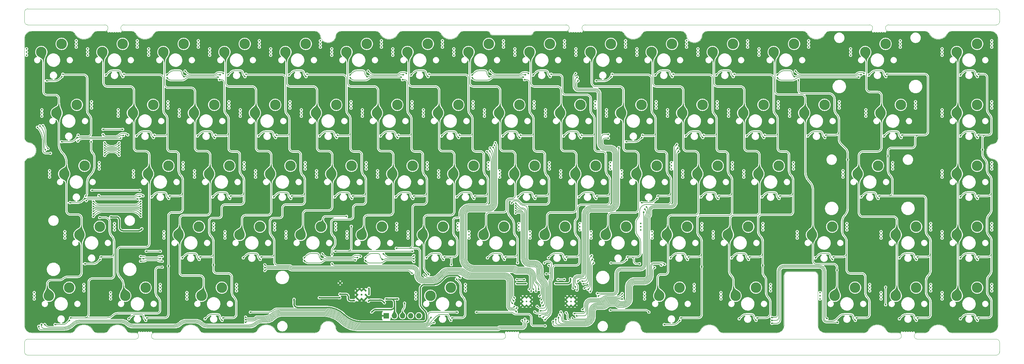
<source format=gtl>
G04 #@! TF.GenerationSoftware,KiCad,Pcbnew,(6.99.0-1912-g359c99991b)*
G04 #@! TF.CreationDate,2023-08-09T17:17:14+07:00*
G04 #@! TF.ProjectId,nyx,6e79782e-6b69-4636-9164-5f7063625858,2*
G04 #@! TF.SameCoordinates,Original*
G04 #@! TF.FileFunction,Copper,L1,Top*
G04 #@! TF.FilePolarity,Positive*
%FSLAX46Y46*%
G04 Gerber Fmt 4.6, Leading zero omitted, Abs format (unit mm)*
G04 Created by KiCad (PCBNEW (6.99.0-1912-g359c99991b)) date 2023-08-09 17:17:14*
%MOMM*%
%LPD*%
G01*
G04 APERTURE LIST*
G04 #@! TA.AperFunction,ComponentPad*
%ADD10C,3.300000*%
G04 #@! TD*
G04 #@! TA.AperFunction,ComponentPad*
%ADD11C,0.500000*%
G04 #@! TD*
G04 #@! TA.AperFunction,ComponentPad*
%ADD12R,1.700000X1.700000*%
G04 #@! TD*
G04 #@! TA.AperFunction,ComponentPad*
%ADD13O,1.700000X1.700000*%
G04 #@! TD*
G04 #@! TA.AperFunction,ComponentPad*
%ADD14C,0.600000*%
G04 #@! TD*
G04 #@! TA.AperFunction,ViaPad*
%ADD15C,0.500000*%
G04 #@! TD*
G04 #@! TA.AperFunction,Conductor*
%ADD16C,0.200000*%
G04 #@! TD*
G04 #@! TA.AperFunction,Conductor*
%ADD17C,0.400000*%
G04 #@! TD*
G04 #@! TA.AperFunction,Profile*
%ADD18C,0.100000*%
G04 #@! TD*
G04 APERTURE END LIST*
D10*
X219537323Y-70644823D03*
D11*
X214962323Y-71644823D03*
X214962323Y-70644823D03*
X214962323Y-69644823D03*
X230462323Y-69104823D03*
X230462323Y-68104823D03*
X230462323Y-67104823D03*
D10*
X225887323Y-68104823D03*
D11*
X171800000Y-92700000D03*
X171800000Y-91500000D03*
X171800000Y-90300000D03*
X170600000Y-92700000D03*
X170600000Y-91500000D03*
X170600000Y-90300000D03*
X169400000Y-92700000D03*
X169400000Y-91500000D03*
X169400000Y-90300000D03*
D10*
X100474823Y-13494823D03*
D11*
X95899823Y-14494823D03*
X95899823Y-13494823D03*
X95899823Y-12494823D03*
X111399823Y-11954823D03*
X111399823Y-10954823D03*
X111399823Y-9954823D03*
D10*
X106824823Y-10954823D03*
X290974823Y-51594823D03*
D11*
X286399823Y-52594823D03*
X286399823Y-51594823D03*
X286399823Y-50594823D03*
X301899823Y-50054823D03*
X301899823Y-49054823D03*
X301899823Y-48054823D03*
D10*
X297324823Y-49054823D03*
X214774823Y-13494823D03*
D11*
X210199823Y-14494823D03*
X210199823Y-13494823D03*
X210199823Y-12494823D03*
X225699823Y-11954823D03*
X225699823Y-10954823D03*
X225699823Y-9954823D03*
D10*
X221124823Y-10954823D03*
X181437323Y-70644823D03*
D11*
X176862323Y-71644823D03*
X176862323Y-70644823D03*
X176862323Y-69644823D03*
X192362323Y-69104823D03*
X192362323Y-68104823D03*
X192362323Y-67104823D03*
D10*
X187787323Y-68104823D03*
X138574823Y-13494823D03*
D11*
X133999823Y-14494823D03*
X133999823Y-13494823D03*
X133999823Y-12494823D03*
X149499823Y-11954823D03*
X149499823Y-10954823D03*
X149499823Y-9954823D03*
D10*
X144924823Y-10954823D03*
X7606073Y-89694823D03*
D11*
X3031073Y-90694823D03*
X3031073Y-89694823D03*
X3031073Y-88694823D03*
X18531073Y-88154823D03*
X18531073Y-87154823D03*
X18531073Y-86154823D03*
D10*
X13956073Y-87154823D03*
X200487323Y-70644823D03*
D11*
X195912323Y-71644823D03*
X195912323Y-70644823D03*
X195912323Y-69644823D03*
X211412323Y-69104823D03*
X211412323Y-68104823D03*
X211412323Y-67104823D03*
D10*
X206837323Y-68104823D03*
X43324823Y-13494823D03*
D11*
X38749823Y-14494823D03*
X38749823Y-13494823D03*
X38749823Y-12494823D03*
X54249823Y-11954823D03*
X54249823Y-10954823D03*
X54249823Y-9954823D03*
D10*
X49674823Y-10954823D03*
X17131073Y-70644823D03*
D11*
X12556073Y-71644823D03*
X12556073Y-70644823D03*
X12556073Y-69644823D03*
X28056073Y-69104823D03*
X28056073Y-68104823D03*
X28056073Y-67104823D03*
D10*
X23481073Y-68104823D03*
X76662323Y-51594823D03*
D11*
X72087323Y-52594823D03*
X72087323Y-51594823D03*
X72087323Y-50594823D03*
X87587323Y-50054823D03*
X87587323Y-49054823D03*
X87587323Y-48054823D03*
D10*
X83012323Y-49054823D03*
X290974823Y-70644823D03*
D11*
X286399823Y-71644823D03*
X286399823Y-70644823D03*
X286399823Y-69644823D03*
X301899823Y-69104823D03*
X301899823Y-68104823D03*
X301899823Y-67104823D03*
D10*
X297324823Y-68104823D03*
X198106073Y-89694823D03*
D11*
X193531073Y-90694823D03*
X193531073Y-89694823D03*
X193531073Y-88694823D03*
X209031073Y-88154823D03*
X209031073Y-87154823D03*
X209031073Y-86154823D03*
D10*
X204456073Y-87154823D03*
X157624823Y-13494823D03*
D11*
X153049823Y-14494823D03*
X153049823Y-13494823D03*
X153049823Y-12494823D03*
X168549823Y-11954823D03*
X168549823Y-10954823D03*
X168549823Y-9954823D03*
D10*
X163974823Y-10954823D03*
X190962323Y-51594823D03*
D11*
X186387323Y-52594823D03*
X186387323Y-51594823D03*
X186387323Y-50594823D03*
X201887323Y-50054823D03*
X201887323Y-49054823D03*
X201887323Y-48054823D03*
D10*
X197312323Y-49054823D03*
D12*
X112919999Y-95949999D03*
D13*
X115459999Y-95949999D03*
X117999999Y-95949999D03*
X120539999Y-95949999D03*
X123079999Y-95949999D03*
D10*
X148099823Y-32544823D03*
D11*
X143524823Y-33544823D03*
X143524823Y-32544823D03*
X143524823Y-31544823D03*
X159024823Y-31004823D03*
X159024823Y-30004823D03*
X159024823Y-29004823D03*
D10*
X154449823Y-30004823D03*
X119524823Y-13494823D03*
D11*
X114949823Y-14494823D03*
X114949823Y-13494823D03*
X114949823Y-12494823D03*
X130449823Y-11954823D03*
X130449823Y-10954823D03*
X130449823Y-9954823D03*
D10*
X125874823Y-10954823D03*
X57612323Y-51594823D03*
D11*
X53037323Y-52594823D03*
X53037323Y-51594823D03*
X53037323Y-50594823D03*
X68537323Y-50054823D03*
X68537323Y-49054823D03*
X68537323Y-48054823D03*
D10*
X63962323Y-49054823D03*
X243349823Y-32544823D03*
D11*
X238774823Y-33544823D03*
X238774823Y-32544823D03*
X238774823Y-31544823D03*
X254274823Y-31004823D03*
X254274823Y-30004823D03*
X254274823Y-29004823D03*
D10*
X249699823Y-30004823D03*
X260018573Y-51594823D03*
D11*
X255443573Y-52594823D03*
X255443573Y-51594823D03*
X255443573Y-50594823D03*
X270943573Y-50054823D03*
X270943573Y-49054823D03*
X270943573Y-48054823D03*
D10*
X266368573Y-49054823D03*
D14*
X106459823Y-88112399D03*
X105184823Y-88112399D03*
X103909823Y-88112399D03*
X106459823Y-89387399D03*
X105184823Y-89387399D03*
X103909823Y-89387399D03*
X106459823Y-90662399D03*
X105184823Y-90662399D03*
X103909823Y-90662399D03*
D10*
X133812323Y-51594823D03*
D11*
X129237323Y-52594823D03*
X129237323Y-51594823D03*
X129237323Y-50594823D03*
X144737323Y-50054823D03*
X144737323Y-49054823D03*
X144737323Y-48054823D03*
D10*
X140162323Y-49054823D03*
X24274823Y-13494823D03*
D11*
X19699823Y-14494823D03*
X19699823Y-13494823D03*
X19699823Y-12494823D03*
X35199823Y-11954823D03*
X35199823Y-10954823D03*
X35199823Y-9954823D03*
D10*
X30624823Y-10954823D03*
X205249823Y-32544823D03*
D11*
X200674823Y-33544823D03*
X200674823Y-32544823D03*
X200674823Y-31544823D03*
X216174823Y-31004823D03*
X216174823Y-30004823D03*
X216174823Y-29004823D03*
D10*
X211599823Y-30004823D03*
X221918573Y-89694823D03*
D11*
X217343573Y-90694823D03*
X217343573Y-89694823D03*
X217343573Y-88694823D03*
X232843573Y-88154823D03*
X232843573Y-87154823D03*
X232843573Y-86154823D03*
D10*
X228268573Y-87154823D03*
D11*
X98500000Y-85700000D03*
D10*
X48087323Y-70644823D03*
D11*
X43512323Y-71644823D03*
X43512323Y-70644823D03*
X43512323Y-69644823D03*
X59012323Y-69104823D03*
X59012323Y-68104823D03*
X59012323Y-67104823D03*
D10*
X54437323Y-68104823D03*
X33799823Y-32544823D03*
D11*
X29224823Y-33544823D03*
X29224823Y-32544823D03*
X29224823Y-31544823D03*
X44724823Y-31004823D03*
X44724823Y-30004823D03*
X44724823Y-29004823D03*
D10*
X40149823Y-30004823D03*
X126668573Y-89694823D03*
D11*
X122093573Y-90694823D03*
X122093573Y-89694823D03*
X122093573Y-88694823D03*
X137593573Y-88154823D03*
X137593573Y-87154823D03*
X137593573Y-86154823D03*
D10*
X133018573Y-87154823D03*
X271924823Y-89694823D03*
D11*
X267349823Y-90694823D03*
X267349823Y-89694823D03*
X267349823Y-88694823D03*
X282849823Y-88154823D03*
X282849823Y-87154823D03*
X282849823Y-86154823D03*
D10*
X278274823Y-87154823D03*
X176674823Y-13494823D03*
D11*
X172099823Y-14494823D03*
X172099823Y-13494823D03*
X172099823Y-12494823D03*
X187599823Y-11954823D03*
X187599823Y-10954823D03*
X187599823Y-9954823D03*
D10*
X183024823Y-10954823D03*
X210012323Y-51594823D03*
D11*
X205437323Y-52594823D03*
X205437323Y-51594823D03*
X205437323Y-50594823D03*
X220937323Y-50054823D03*
X220937323Y-49054823D03*
X220937323Y-48054823D03*
D10*
X216362323Y-49054823D03*
X90949823Y-32544823D03*
D11*
X86374823Y-33544823D03*
X86374823Y-32544823D03*
X86374823Y-31544823D03*
X101874823Y-31004823D03*
X101874823Y-30004823D03*
X101874823Y-29004823D03*
D10*
X97299823Y-30004823D03*
X162387323Y-70644823D03*
D11*
X157812323Y-71644823D03*
X157812323Y-70644823D03*
X157812323Y-69644823D03*
X173312323Y-69104823D03*
X173312323Y-68104823D03*
X173312323Y-67104823D03*
D10*
X168737323Y-68104823D03*
X195724823Y-13494823D03*
D11*
X191149823Y-14494823D03*
X191149823Y-13494823D03*
X191149823Y-12494823D03*
X206649823Y-11954823D03*
X206649823Y-10954823D03*
X206649823Y-9954823D03*
D10*
X202074823Y-10954823D03*
X109999823Y-32544823D03*
D11*
X105424823Y-33544823D03*
X105424823Y-32544823D03*
X105424823Y-31544823D03*
X120924823Y-31004823D03*
X120924823Y-30004823D03*
X120924823Y-29004823D03*
D10*
X116349823Y-30004823D03*
X233824823Y-13494823D03*
D11*
X229249823Y-14494823D03*
X229249823Y-13494823D03*
X229249823Y-12494823D03*
X244749823Y-11954823D03*
X244749823Y-10954823D03*
X244749823Y-9954823D03*
D10*
X240174823Y-10954823D03*
X167149823Y-32544823D03*
D11*
X162574823Y-33544823D03*
X162574823Y-32544823D03*
X162574823Y-31544823D03*
X178074823Y-31004823D03*
X178074823Y-30004823D03*
X178074823Y-29004823D03*
D10*
X173499823Y-30004823D03*
X271924823Y-70644823D03*
D11*
X267349823Y-71644823D03*
X267349823Y-70644823D03*
X267349823Y-69644823D03*
X282849823Y-69104823D03*
X282849823Y-68104823D03*
X282849823Y-67104823D03*
D10*
X278274823Y-68104823D03*
X143337323Y-70644823D03*
D11*
X138762323Y-71644823D03*
X138762323Y-70644823D03*
X138762323Y-69644823D03*
X154262323Y-69104823D03*
X154262323Y-68104823D03*
X154262323Y-67104823D03*
D10*
X149687323Y-68104823D03*
D11*
X157900000Y-92700000D03*
X157900000Y-91500000D03*
X157900000Y-90300000D03*
X156700000Y-92700000D03*
X156700000Y-91500000D03*
X156700000Y-90300000D03*
X155500000Y-92700000D03*
X155500000Y-91500000D03*
X155500000Y-90300000D03*
D10*
X67137323Y-70644823D03*
D11*
X62562323Y-71644823D03*
X62562323Y-70644823D03*
X62562323Y-69644823D03*
X78062323Y-69104823D03*
X78062323Y-68104823D03*
X78062323Y-67104823D03*
D10*
X73487323Y-68104823D03*
X95712323Y-51594823D03*
D11*
X91137323Y-52594823D03*
X91137323Y-51594823D03*
X91137323Y-50594823D03*
X106637323Y-50054823D03*
X106637323Y-49054823D03*
X106637323Y-48054823D03*
D10*
X102062323Y-49054823D03*
X12368573Y-51594823D03*
D11*
X7793573Y-52594823D03*
X7793573Y-51594823D03*
X7793573Y-50594823D03*
X23293573Y-50054823D03*
X23293573Y-49054823D03*
X23293573Y-48054823D03*
D10*
X18718573Y-49054823D03*
X229062323Y-51594823D03*
D11*
X224487323Y-52594823D03*
X224487323Y-51594823D03*
X224487323Y-50594823D03*
X239987323Y-50054823D03*
X239987323Y-49054823D03*
X239987323Y-48054823D03*
D10*
X235412323Y-49054823D03*
X224299823Y-32544823D03*
D11*
X219724823Y-33544823D03*
X219724823Y-32544823D03*
X219724823Y-31544823D03*
X235224823Y-31004823D03*
X235224823Y-30004823D03*
X235224823Y-29004823D03*
D10*
X230649823Y-30004823D03*
X290974823Y-32544823D03*
D11*
X286399823Y-33544823D03*
X286399823Y-32544823D03*
X286399823Y-31544823D03*
X301899823Y-31004823D03*
X301899823Y-30004823D03*
X301899823Y-29004823D03*
D10*
X297324823Y-30004823D03*
X267162323Y-32544823D03*
D11*
X262587323Y-33544823D03*
X262587323Y-32544823D03*
X262587323Y-31544823D03*
X278087323Y-31004823D03*
X278087323Y-30004823D03*
X278087323Y-29004823D03*
D10*
X273512323Y-30004823D03*
X290974823Y-13494823D03*
D11*
X286399823Y-14494823D03*
X286399823Y-13494823D03*
X286399823Y-12494823D03*
X301899823Y-11954823D03*
X301899823Y-10954823D03*
X301899823Y-9954823D03*
D10*
X297324823Y-10954823D03*
X129049823Y-32544823D03*
D11*
X124474823Y-33544823D03*
X124474823Y-32544823D03*
X124474823Y-31544823D03*
X139974823Y-31004823D03*
X139974823Y-30004823D03*
X139974823Y-29004823D03*
D10*
X135399823Y-30004823D03*
X71899823Y-32544823D03*
D11*
X67324823Y-33544823D03*
X67324823Y-32544823D03*
X67324823Y-31544823D03*
X82824823Y-31004823D03*
X82824823Y-30004823D03*
X82824823Y-29004823D03*
D10*
X78249823Y-30004823D03*
X38562323Y-51594823D03*
D11*
X33987323Y-52594823D03*
X33987323Y-51594823D03*
X33987323Y-50594823D03*
X49487323Y-50054823D03*
X49487323Y-49054823D03*
X49487323Y-48054823D03*
D10*
X44912323Y-49054823D03*
X252874823Y-89694823D03*
D11*
X248299823Y-90694823D03*
X248299823Y-89694823D03*
X248299823Y-88694823D03*
X263799823Y-88154823D03*
X263799823Y-87154823D03*
X263799823Y-86154823D03*
D10*
X259224823Y-87154823D03*
X62374823Y-13494823D03*
D11*
X57799823Y-14494823D03*
X57799823Y-13494823D03*
X57799823Y-12494823D03*
X73299823Y-11954823D03*
X73299823Y-10954823D03*
X73299823Y-9954823D03*
D10*
X68724823Y-10954823D03*
X5224823Y-13494823D03*
D11*
X649823Y-14494823D03*
X649823Y-13494823D03*
X649823Y-12494823D03*
X16149823Y-11954823D03*
X16149823Y-10954823D03*
X16149823Y-9954823D03*
D10*
X11574823Y-10954823D03*
X124287323Y-70644823D03*
D11*
X119712323Y-71644823D03*
X119712323Y-70644823D03*
X119712323Y-69644823D03*
X135212323Y-69104823D03*
X135212323Y-68104823D03*
X135212323Y-67104823D03*
D10*
X130637323Y-68104823D03*
X55231073Y-89694823D03*
D11*
X50656073Y-90694823D03*
X50656073Y-89694823D03*
X50656073Y-88694823D03*
X66156073Y-88154823D03*
X66156073Y-87154823D03*
X66156073Y-86154823D03*
D10*
X61581073Y-87154823D03*
X105237323Y-70644823D03*
D11*
X100662323Y-71644823D03*
X100662323Y-70644823D03*
X100662323Y-69644823D03*
X116162323Y-69104823D03*
X116162323Y-68104823D03*
X116162323Y-67104823D03*
D10*
X111587323Y-68104823D03*
X262399823Y-13494823D03*
D11*
X257824823Y-14494823D03*
X257824823Y-13494823D03*
X257824823Y-12494823D03*
X273324823Y-11954823D03*
X273324823Y-10954823D03*
X273324823Y-9954823D03*
D10*
X268749823Y-10954823D03*
X114762323Y-51594823D03*
D11*
X110187323Y-52594823D03*
X110187323Y-51594823D03*
X110187323Y-50594823D03*
X125687323Y-50054823D03*
X125687323Y-49054823D03*
X125687323Y-48054823D03*
D10*
X121112323Y-49054823D03*
X86187323Y-70644823D03*
D11*
X81612323Y-71644823D03*
X81612323Y-70644823D03*
X81612323Y-69644823D03*
X97112323Y-69104823D03*
X97112323Y-68104823D03*
X97112323Y-67104823D03*
D10*
X92537323Y-68104823D03*
X152862323Y-51594823D03*
D11*
X148287323Y-52594823D03*
X148287323Y-51594823D03*
X148287323Y-50594823D03*
X163787323Y-50054823D03*
X163787323Y-49054823D03*
X163787323Y-48054823D03*
D10*
X159212323Y-49054823D03*
X9987323Y-32544823D03*
D11*
X5412323Y-33544823D03*
X5412323Y-32544823D03*
X5412323Y-31544823D03*
X20912323Y-31004823D03*
X20912323Y-30004823D03*
X20912323Y-29004823D03*
D10*
X16337323Y-30004823D03*
X171912323Y-51594823D03*
D11*
X167337323Y-52594823D03*
X167337323Y-51594823D03*
X167337323Y-50594823D03*
X182837323Y-50054823D03*
X182837323Y-49054823D03*
X182837323Y-48054823D03*
D10*
X178262323Y-49054823D03*
X290974823Y-89694823D03*
D11*
X286399823Y-90694823D03*
X286399823Y-89694823D03*
X286399823Y-88694823D03*
X301899823Y-88154823D03*
X301899823Y-87154823D03*
X301899823Y-86154823D03*
D10*
X297324823Y-87154823D03*
X186199823Y-32544823D03*
D11*
X181624823Y-33544823D03*
X181624823Y-32544823D03*
X181624823Y-31544823D03*
X197124823Y-31004823D03*
X197124823Y-30004823D03*
X197124823Y-29004823D03*
D10*
X192549823Y-30004823D03*
X31418573Y-89694823D03*
D11*
X26843573Y-90694823D03*
X26843573Y-89694823D03*
X26843573Y-88694823D03*
X42343573Y-88154823D03*
X42343573Y-87154823D03*
X42343573Y-86154823D03*
D10*
X37768573Y-87154823D03*
X245731073Y-70644823D03*
D11*
X241156073Y-71644823D03*
X241156073Y-70644823D03*
X241156073Y-69644823D03*
X256656073Y-69104823D03*
X256656073Y-68104823D03*
X256656073Y-67104823D03*
D10*
X252081073Y-68104823D03*
X52849823Y-32544823D03*
D11*
X48274823Y-33544823D03*
X48274823Y-32544823D03*
X48274823Y-31544823D03*
X63774823Y-31004823D03*
X63774823Y-30004823D03*
X63774823Y-29004823D03*
D10*
X59199823Y-30004823D03*
X81424823Y-13494823D03*
D11*
X76849823Y-14494823D03*
X76849823Y-13494823D03*
X76849823Y-12494823D03*
X92349823Y-11954823D03*
X92349823Y-10954823D03*
X92349823Y-9954823D03*
D10*
X87774823Y-10954823D03*
D15*
X30600000Y-37672323D03*
X24500000Y-37672323D03*
X21000000Y-56722323D03*
X36000000Y-56722323D03*
X42400000Y-75772323D03*
X121100000Y-75772323D03*
X38000000Y-75772323D03*
X96975000Y-75772323D03*
X102000000Y-68000000D03*
X182850000Y-94200000D03*
X268750000Y-87000000D03*
X268750000Y-92500000D03*
X162500000Y-99100000D03*
X135000000Y-94822323D03*
X70500000Y-94822323D03*
X194900000Y-94819328D03*
X141050000Y-94822323D03*
X36250000Y-64900000D03*
X21500000Y-64900000D03*
X126100000Y-83000000D03*
X253600000Y-81700000D03*
X100500000Y-64875000D03*
X70950000Y-60350000D03*
X90000000Y-60350000D03*
X246750000Y-47300000D03*
X296000000Y-25550000D03*
X54400000Y-57750000D03*
X296000000Y-63650000D03*
X250250000Y-36250000D03*
X134800000Y-79500000D03*
X186800000Y-84550000D03*
X268700000Y-76800000D03*
X97300000Y-19650000D03*
X174150000Y-36150000D03*
X155500000Y-26500000D03*
X149650000Y-57750000D03*
X183000000Y-28100000D03*
X7750000Y-38500000D03*
X144900000Y-38700000D03*
X216350000Y-95850000D03*
X71300000Y-22325000D03*
X207400000Y-74150000D03*
X226500000Y-74150000D03*
X137000000Y-46000000D03*
X14000000Y-25550000D03*
X168750000Y-47150000D03*
X159500000Y-97000000D03*
X94650000Y-88000000D03*
X165950000Y-22000000D03*
X83000000Y-76800000D03*
X237000000Y-62150000D03*
X232550000Y-45550000D03*
X94000000Y-26500000D03*
X159200000Y-76800000D03*
X92500000Y-57750000D03*
X118000000Y-46000000D03*
X87750000Y-38700000D03*
X21100000Y-19650000D03*
X236950000Y-76800000D03*
X230650000Y-19650000D03*
X240150000Y-38700000D03*
X23000000Y-25600000D03*
X102650000Y-96250000D03*
X117500000Y-26500000D03*
X113950000Y-76650000D03*
X261400000Y-38700000D03*
X194450000Y-45550000D03*
X192550000Y-19650000D03*
X51900000Y-60350000D03*
X208500000Y-26500000D03*
X152500000Y-97950000D03*
X138950000Y-97250000D03*
X175250000Y-44600000D03*
X197300000Y-76800000D03*
X116900000Y-92000000D03*
X15400000Y-46300000D03*
X202050000Y-38700000D03*
X80000000Y-46000000D03*
X135400000Y-19650000D03*
X169650000Y-20825000D03*
X218300000Y-62300000D03*
X133550000Y-93200000D03*
X49400000Y-95850000D03*
X180500000Y-59850000D03*
X211600000Y-19650000D03*
X156200000Y-44600000D03*
X106250000Y-96800000D03*
X120000000Y-76800000D03*
X128450000Y-22325000D03*
X135200000Y-60700000D03*
X111550000Y-57750000D03*
X144900000Y-28100000D03*
X228200000Y-79600000D03*
X182650000Y-46000000D03*
X59800000Y-36100000D03*
X216350000Y-76800000D03*
X140150000Y-67100000D03*
X270000000Y-62000000D03*
X99000000Y-46000000D03*
X106800000Y-38700000D03*
X61000000Y-46000000D03*
X225850000Y-57750000D03*
X165500000Y-90250000D03*
X49650000Y-28100000D03*
X132500000Y-26500000D03*
X40150000Y-19650000D03*
X244200000Y-57750000D03*
X221100000Y-38700000D03*
X199550000Y-60300000D03*
X168700000Y-57750000D03*
X225850000Y-47150000D03*
X74050000Y-74500000D03*
X216350000Y-80650000D03*
X93100000Y-74500000D03*
X237650000Y-25550000D03*
X131300000Y-74400000D03*
X213500000Y-45550000D03*
X55000000Y-74500000D03*
X271050000Y-25550000D03*
X251700000Y-84100000D03*
X241150000Y-45800000D03*
X125850000Y-38700000D03*
X130600000Y-47150000D03*
X161450000Y-60300000D03*
X262700000Y-46050000D03*
X42000000Y-46000000D03*
X36500000Y-24000000D03*
X68700000Y-38700000D03*
X111550000Y-47150000D03*
X78250000Y-19650000D03*
X75000000Y-26500000D03*
X296000000Y-44600000D03*
X63950000Y-76800000D03*
X206800000Y-57750000D03*
X112200000Y-74300000D03*
X140150000Y-76800000D03*
X227500000Y-26500000D03*
X32850000Y-60400000D03*
X73450000Y-57750000D03*
X232900000Y-80000000D03*
X130600000Y-57750000D03*
X49650000Y-38700000D03*
X107500000Y-87400000D03*
X107500000Y-89300000D03*
X116500000Y-90700000D03*
X92000000Y-90300000D03*
X98400000Y-90300000D03*
X108350000Y-94800000D03*
X112800000Y-90700000D03*
X107334823Y-91422323D03*
X102887057Y-91191834D03*
X112334823Y-91868649D03*
X98400000Y-89187399D03*
X135950000Y-84000000D03*
X36600000Y-68750000D03*
X156500000Y-85900000D03*
X170400000Y-84350000D03*
X26900000Y-65050000D03*
X153600000Y-85900000D03*
X165750000Y-85900000D03*
X84100000Y-90800000D03*
X118610000Y-92000000D03*
X16712500Y-39450000D03*
X23450000Y-65250000D03*
X11950000Y-20400000D03*
X23856250Y-77550000D03*
X120950000Y-82700000D03*
X20800000Y-41500000D03*
X43000000Y-80750000D03*
X75000000Y-81800000D03*
X152850000Y-90350000D03*
X124700000Y-83200000D03*
X19093750Y-58500000D03*
X14331250Y-96600000D03*
X11650000Y-21200000D03*
X87850000Y-21200000D03*
X106900000Y-21200000D03*
X125950000Y-21200000D03*
X139700000Y-20700000D03*
X6900000Y-22500000D03*
X158750000Y-20700000D03*
X61100000Y-20600000D03*
X145000000Y-21200000D03*
X120650000Y-20700000D03*
X101600000Y-20700000D03*
X68800000Y-21200000D03*
X44450000Y-20700000D03*
X63500000Y-20700000D03*
X30700000Y-21200000D03*
X118250000Y-20600000D03*
X156350000Y-20600000D03*
X82550000Y-20700000D03*
X25400000Y-20700000D03*
X49750000Y-21200000D03*
X164050000Y-21200000D03*
X44500000Y-21580000D03*
X60400000Y-21334823D03*
X155650000Y-21334823D03*
X139750000Y-21580000D03*
X101640177Y-21580000D03*
X117550000Y-21334823D03*
X119150000Y-20200000D03*
X157250000Y-20200000D03*
X50100000Y-19450000D03*
X145350000Y-19450000D03*
X107250000Y-19450000D03*
X62000000Y-20200000D03*
X117950000Y-22150000D03*
X116725000Y-39450000D03*
X121487500Y-58500000D03*
X116050000Y-74850000D03*
X152700000Y-91300000D03*
X95950000Y-76775000D03*
X95950000Y-79700000D03*
X97675000Y-39450000D03*
X102437500Y-58500000D03*
X152300000Y-92100000D03*
X88150000Y-20400000D03*
X69100000Y-20400000D03*
X73862500Y-77550000D03*
X83387500Y-58500000D03*
X78625000Y-39450000D03*
X152850000Y-93100000D03*
X64337500Y-58500000D03*
X75000000Y-80000000D03*
X153650000Y-93500000D03*
X54812500Y-77550000D03*
X59575000Y-39450000D03*
X60800000Y-22150000D03*
X58950000Y-80050000D03*
X61956250Y-96600000D03*
X40525000Y-39450000D03*
X75000000Y-80899040D03*
X38143750Y-96600000D03*
X45287500Y-58500000D03*
X44900000Y-80400000D03*
X153500000Y-94650000D03*
X31000000Y-20400000D03*
X164350000Y-20400000D03*
X178637500Y-58500000D03*
X162400000Y-97250000D03*
X169112500Y-77550000D03*
X173875000Y-39450000D03*
X154825000Y-39450000D03*
X150062500Y-77550000D03*
X159587500Y-58500000D03*
X153900000Y-79400000D03*
X156050000Y-22150000D03*
X161850000Y-96450000D03*
X162250000Y-79450000D03*
X162800000Y-82850000D03*
X133393750Y-96600000D03*
X133200000Y-80000000D03*
X134800000Y-84500000D03*
X160850000Y-96000000D03*
X131012500Y-77550000D03*
X140537500Y-58500000D03*
X135775000Y-39450000D03*
X126250000Y-20400000D03*
X163650000Y-80200000D03*
X196850000Y-20700000D03*
X234950000Y-20700000D03*
X215900000Y-20700000D03*
X183100000Y-21200000D03*
X268825000Y-21200000D03*
X297400000Y-21200000D03*
X178400000Y-22500000D03*
X240250000Y-21200000D03*
X261125000Y-20600000D03*
X292100000Y-20700000D03*
X202150000Y-21200000D03*
X263525000Y-20700000D03*
X221200000Y-21200000D03*
X235000000Y-21580000D03*
X260425000Y-21334823D03*
X262025000Y-20200000D03*
X240600000Y-19450000D03*
X53975000Y-39750000D03*
X73025000Y-39750000D03*
X154525000Y-40250000D03*
X16412500Y-40250000D03*
X111125000Y-39750000D03*
X11550000Y-41550000D03*
X34925000Y-39750000D03*
X92075000Y-39750000D03*
X59275000Y-40250000D03*
X168275000Y-39750000D03*
X135475000Y-40250000D03*
X116425000Y-40250000D03*
X173575000Y-40250000D03*
X30900000Y-39600000D03*
X40225000Y-40250000D03*
X130175000Y-39750000D03*
X78325000Y-40250000D03*
X97375000Y-40250000D03*
X149225000Y-39750000D03*
X30050000Y-40384823D03*
X16650000Y-41350000D03*
X24500000Y-39300000D03*
X32200000Y-39400000D03*
X225425000Y-39750000D03*
X297400000Y-40250000D03*
X292100000Y-39750000D03*
X206375000Y-39750000D03*
X244475000Y-39750000D03*
X249775000Y-40250000D03*
X187800000Y-41550000D03*
X268287500Y-39750000D03*
X192650000Y-40250000D03*
X211675000Y-40250000D03*
X230725000Y-40250000D03*
X273587500Y-40250000D03*
X159287500Y-59300000D03*
X18793750Y-59300000D03*
X102137500Y-59300000D03*
X58737500Y-58800000D03*
X115887500Y-58800000D03*
X178337500Y-59300000D03*
X153987500Y-58800000D03*
X121187500Y-59300000D03*
X64037500Y-59300000D03*
X140237500Y-59300000D03*
X14150000Y-60600000D03*
X96837500Y-58800000D03*
X36062500Y-58650000D03*
X44987500Y-59300000D03*
X83087500Y-59300000D03*
X134937500Y-58800000D03*
X39687500Y-58800000D03*
X173037500Y-58800000D03*
X77787500Y-58800000D03*
X35362500Y-59434823D03*
X19300000Y-59950000D03*
X36962500Y-58450000D03*
X23200000Y-58350000D03*
X183400000Y-20400000D03*
X196650000Y-80850000D03*
X192925000Y-39450000D03*
X191950000Y-79700000D03*
X197687500Y-58500000D03*
X164950000Y-97750000D03*
X188162500Y-77550000D03*
X297400000Y-59300000D03*
X230187500Y-58800000D03*
X235487500Y-59300000D03*
X197400000Y-59300000D03*
X292100000Y-58800000D03*
X216437500Y-59300000D03*
X192600000Y-60600000D03*
X266443750Y-59300000D03*
X261143750Y-58800000D03*
X211137500Y-58800000D03*
X216737500Y-58500000D03*
X202450000Y-20400000D03*
X207212500Y-77550000D03*
X165800000Y-97050000D03*
X211350000Y-80600000D03*
X204831250Y-96600000D03*
X211975000Y-39450000D03*
X198750000Y-80150000D03*
X235787500Y-58500000D03*
X166650000Y-96500000D03*
X221500000Y-20400000D03*
X228643750Y-96600000D03*
X226262500Y-77550000D03*
X231025000Y-39450000D03*
X199750000Y-79850000D03*
X230400000Y-80200000D03*
X252456250Y-77550000D03*
X259600000Y-96600000D03*
X256900000Y-47150000D03*
X204200000Y-44500000D03*
X241550000Y-22250000D03*
X250075000Y-39450000D03*
X167000000Y-95650000D03*
X269500000Y-46000000D03*
X278650000Y-96600000D03*
X269125000Y-20400000D03*
X278650000Y-77550000D03*
X203900000Y-43500000D03*
X266743750Y-58500000D03*
X167400000Y-94750000D03*
X273887500Y-39450000D03*
X299000000Y-44000000D03*
X297700000Y-77550000D03*
X169050000Y-95000000D03*
X297700000Y-20400000D03*
X297700000Y-96600000D03*
X297700000Y-58500000D03*
X297700000Y-39450000D03*
X203600000Y-42400000D03*
X111662500Y-78350000D03*
X121500000Y-78135303D03*
X18850000Y-79700000D03*
X68262500Y-77850000D03*
X87312500Y-77850000D03*
X103962500Y-77750000D03*
X42375000Y-78135303D03*
X23556250Y-78350000D03*
X49212500Y-77850000D03*
X106362500Y-77850000D03*
X54512500Y-78350000D03*
X168812500Y-78350000D03*
X130712500Y-78350000D03*
X149762500Y-78350000D03*
X144462500Y-77850000D03*
X37000000Y-78135303D03*
X125412500Y-77850000D03*
X163512500Y-77850000D03*
X73562500Y-78350000D03*
X92612500Y-78350000D03*
X121500000Y-79050000D03*
X43000000Y-78900000D03*
X103262500Y-78484823D03*
X36200000Y-78900000D03*
X87362500Y-78730000D03*
X106415177Y-78730000D03*
X104862500Y-77350000D03*
X36200000Y-77400000D03*
X43000000Y-77400000D03*
X112012500Y-76600000D03*
X92962500Y-76600000D03*
X121500000Y-77150000D03*
X183000000Y-79450000D03*
X252156250Y-78350000D03*
X292100000Y-77850000D03*
X220662500Y-77850000D03*
X225962500Y-78350000D03*
X187850000Y-78350000D03*
X297400000Y-78350000D03*
X273050000Y-77850000D03*
X201612500Y-77850000D03*
X278350000Y-78350000D03*
X206912500Y-78350000D03*
X246856250Y-77850000D03*
X14000000Y-97400000D03*
X9500000Y-98700000D03*
X37843750Y-97400000D03*
X32543750Y-96900000D03*
X56356250Y-96900000D03*
X61656250Y-97400000D03*
X69000000Y-97185303D03*
X133093750Y-97400000D03*
X127800000Y-98100000D03*
X69000000Y-98000000D03*
X69000000Y-96375000D03*
X126900000Y-96434823D03*
X278350000Y-97400000D03*
X259300000Y-97400000D03*
X199650000Y-98700000D03*
X223043750Y-96900000D03*
X297400000Y-97400000D03*
X273050000Y-96900000D03*
X204531250Y-97400000D03*
X228343750Y-97400000D03*
X292100000Y-96900000D03*
X233250000Y-97400000D03*
X253750000Y-98000000D03*
X233250000Y-98300000D03*
X233250000Y-96500000D03*
X250450000Y-96835783D03*
X168500000Y-84600000D03*
X153600000Y-84650000D03*
X156000000Y-84650000D03*
X166500000Y-84600000D03*
X4000000Y-37000000D03*
X25000000Y-45825000D03*
X29500000Y-45825000D03*
X8100000Y-45150000D03*
X157500000Y-87700000D03*
X144350000Y-44650000D03*
X4800000Y-36600000D03*
X29500000Y-45025000D03*
X158100000Y-88300000D03*
X6500000Y-44050000D03*
X145200000Y-44400000D03*
X25000000Y-45025000D03*
X158800000Y-87700000D03*
X145350000Y-43500000D03*
X29500000Y-44225000D03*
X5750000Y-36500000D03*
X25000000Y-44225000D03*
X7300000Y-43650000D03*
X25000000Y-43450000D03*
X29500000Y-43450000D03*
X159600000Y-88300000D03*
X146250000Y-43300000D03*
X25000000Y-42650000D03*
X29500000Y-42650000D03*
X160450000Y-87700000D03*
X146650000Y-42600000D03*
X29500000Y-41850000D03*
X146950000Y-41850000D03*
X160750000Y-89800000D03*
X25000000Y-41850000D03*
X21500000Y-64100000D03*
X161250000Y-91000000D03*
X36250000Y-64100000D03*
X153250000Y-63875000D03*
X153250000Y-63075000D03*
X36250000Y-63300000D03*
X21500000Y-63300000D03*
X161400000Y-91950000D03*
X36250000Y-62500000D03*
X153250000Y-62275000D03*
X161750000Y-92850000D03*
X21500000Y-62500000D03*
X36250000Y-61725000D03*
X153250000Y-61500000D03*
X160000000Y-93000000D03*
X21500000Y-61725000D03*
X161000000Y-94400000D03*
X36250000Y-60925000D03*
X153250000Y-60700000D03*
X21500000Y-60925000D03*
X152000000Y-60700000D03*
X21500000Y-60125000D03*
X36250000Y-60125000D03*
X159250000Y-94750000D03*
X156999520Y-97692413D03*
X4450000Y-99250000D03*
X156149520Y-96992413D03*
X5300000Y-98700000D03*
X155299520Y-97492413D03*
X6300000Y-98700000D03*
X171200000Y-87400000D03*
X172000000Y-20200000D03*
X171950000Y-86950000D03*
X172500000Y-21350000D03*
X172750000Y-22500000D03*
X172400000Y-87950000D03*
X172700000Y-85100000D03*
X182250000Y-39250000D03*
X182250000Y-40400000D03*
X174000000Y-85150000D03*
X174400000Y-85950000D03*
X185500000Y-43350000D03*
X174749626Y-87350000D03*
X177000000Y-77150000D03*
X175900000Y-87750000D03*
X177250000Y-78300000D03*
X176550000Y-88400000D03*
X177600000Y-79450000D03*
X178750000Y-88950000D03*
X193250000Y-63550000D03*
X179100000Y-89800000D03*
X193550000Y-62600000D03*
X194100000Y-61900000D03*
X174150000Y-94050000D03*
X171550000Y-95250000D03*
X186550000Y-89000000D03*
X172250000Y-96000000D03*
X186550000Y-89850000D03*
X186550000Y-90700000D03*
X170950000Y-96650000D03*
D16*
X30600000Y-37672323D02*
X24500000Y-37672323D01*
X21000000Y-56722323D02*
X36000000Y-56722323D01*
X38000000Y-75772323D02*
X42400000Y-75772323D01*
X102000000Y-74715076D02*
X102000000Y-68000000D01*
X96975000Y-75772323D02*
X100942753Y-75772323D01*
X100942753Y-75772323D02*
X121100000Y-75772323D01*
X101685215Y-75464785D02*
X101692462Y-75457538D01*
X100942753Y-75772282D02*
G75*
G03*
X101685214Y-75464784I47J1049982D01*
G01*
X101692474Y-75457550D02*
G75*
G03*
X102000000Y-74715076I-742474J742450D01*
G01*
X99547602Y-96047602D02*
X99529042Y-96029042D01*
X151837399Y-94822323D02*
X141050000Y-94822323D01*
X125900481Y-95975865D02*
X125900481Y-97452595D01*
X157227208Y-95450000D02*
X153334924Y-95450000D01*
X152592462Y-95142462D02*
X152579861Y-95129861D01*
X77586491Y-94286327D02*
X77563058Y-94309760D01*
X268750000Y-87000000D02*
X268750000Y-92500000D01*
X182850000Y-94200000D02*
X193866458Y-94200000D01*
X126240850Y-95159150D02*
X126237308Y-95162692D01*
X162500000Y-99100000D02*
X158910660Y-99100000D01*
X194573565Y-94492893D02*
X194900000Y-94819328D01*
X125651522Y-98053636D02*
X125651237Y-98053921D01*
X94084320Y-93773765D02*
X78823928Y-93773764D01*
X76325621Y-94822323D02*
X70500000Y-94822323D01*
X135000000Y-94822323D02*
X127054023Y-94822323D01*
X158380330Y-98880330D02*
X158369670Y-98869670D01*
X157886396Y-95736396D02*
X157863604Y-95713604D01*
X158150000Y-98339340D02*
X158150000Y-96372792D01*
X125050196Y-98302880D02*
X104992324Y-98302880D01*
X125050196Y-98302883D02*
G75*
G03*
X125651237Y-98053921I4J849983D01*
G01*
X126237322Y-95162706D02*
G75*
G03*
X125900481Y-95975865I813178J-813194D01*
G01*
X152592450Y-95142474D02*
G75*
G03*
X153334924Y-95450000I742450J742474D01*
G01*
X127054023Y-94822333D02*
G75*
G03*
X126240851Y-95159151I-23J-1149967D01*
G01*
X158150005Y-96372792D02*
G75*
G03*
X157886396Y-95736396I-900005J-8D01*
G01*
X157863600Y-95713608D02*
G75*
G03*
X157227208Y-95450000I-636400J-636392D01*
G01*
X78823928Y-93773795D02*
G75*
G03*
X77586492Y-94286328I-28J-1750005D01*
G01*
X99529039Y-96029045D02*
G75*
G03*
X94084320Y-93773765I-5444739J-5444755D01*
G01*
X99547594Y-96047610D02*
G75*
G03*
X104992324Y-98302880I5444706J5444710D01*
G01*
X158149972Y-98339340D02*
G75*
G03*
X158369670Y-98869670I750028J40D01*
G01*
X194573586Y-94492872D02*
G75*
G03*
X193866458Y-94200000I-707086J-707128D01*
G01*
X125651520Y-98053634D02*
G75*
G03*
X125900481Y-97452595I-601020J601034D01*
G01*
X76325621Y-94822331D02*
G75*
G03*
X77563058Y-94309760I-21J1750031D01*
G01*
X158380350Y-98880310D02*
G75*
G03*
X158910660Y-99100000I530350J530310D01*
G01*
X152579857Y-95129865D02*
G75*
G03*
X151837399Y-94822323I-742457J-742435D01*
G01*
X9987323Y-32544823D02*
X10700000Y-33257500D01*
X13100000Y-50863396D02*
X12368573Y-51594823D01*
X17436827Y-64636827D02*
X17463173Y-64663173D01*
X16623654Y-64300000D02*
X14276346Y-64300000D01*
X24474747Y-63375000D02*
X33275253Y-63375000D01*
X7606073Y-89694823D02*
X7100000Y-89188750D01*
X8276346Y-84800000D02*
X10895837Y-84800000D01*
X5934823Y-25909440D02*
X5934823Y-14204823D01*
X35750126Y-64400126D02*
X36250000Y-64900000D01*
X9567406Y-26932583D02*
X6957966Y-26932583D01*
X5934823Y-14204823D02*
X5224823Y-13494823D01*
X10734823Y-31797323D02*
X10734823Y-28100000D01*
X13100000Y-47977565D02*
X13100000Y-50863396D01*
X17800000Y-65476346D02*
X17800000Y-69975896D01*
X7436827Y-85163173D02*
X7463173Y-85136827D01*
X6250859Y-26639690D02*
X6227716Y-26616547D01*
X17800000Y-69975896D02*
X17131073Y-70644823D01*
X11886218Y-45086218D02*
X11913783Y-45113783D01*
X17395406Y-83404594D02*
X17404594Y-83395406D01*
X13304163Y-83800000D02*
X16440812Y-83800000D01*
X7100000Y-89188750D02*
X7100000Y-85976346D01*
X13100000Y-52326250D02*
X12368573Y-51594823D01*
X21500000Y-64900000D02*
X21999874Y-64400126D01*
X17800000Y-71313750D02*
X17131073Y-70644823D01*
X17800000Y-82440812D02*
X17800000Y-71313750D01*
X9987323Y-32544823D02*
X10734823Y-31797323D01*
X13463173Y-63963173D02*
X13436827Y-63936827D01*
X10397996Y-27286827D02*
X10380579Y-27269410D01*
X13100000Y-63123654D02*
X13100000Y-52326250D01*
X10700000Y-33257500D02*
X10700000Y-42222435D01*
X12097919Y-84302081D02*
X12102082Y-84297918D01*
X7436827Y-85163173D02*
G75*
G03*
X7100000Y-85976346I813183J-813177D01*
G01*
X24474747Y-63374999D02*
G75*
G03*
X21999875Y-64400127I3J-3500001D01*
G01*
X17404588Y-83395400D02*
G75*
G03*
X17800000Y-82440812I-954588J954600D01*
G01*
X35750150Y-64400102D02*
G75*
G03*
X33275253Y-63375000I-2474850J-2474898D01*
G01*
X10734816Y-28100000D02*
G75*
G03*
X10397996Y-27286827I-1150016J0D01*
G01*
X10699997Y-42222435D02*
G75*
G03*
X11886218Y-45086218I4050003J5D01*
G01*
X6250880Y-26639669D02*
G75*
G03*
X6957966Y-26932583I707120J707069D01*
G01*
X5934788Y-25909440D02*
G75*
G03*
X6227716Y-26616547I1000012J40D01*
G01*
X13463150Y-63963196D02*
G75*
G03*
X14276346Y-64300000I813150J813196D01*
G01*
X17799967Y-65476346D02*
G75*
G03*
X17463172Y-64663174I-1149967J46D01*
G01*
X8276346Y-84800033D02*
G75*
G03*
X7463174Y-85136828I-46J-1149967D01*
G01*
X13100003Y-47977565D02*
G75*
G03*
X11913783Y-45113783I-4050003J-5D01*
G01*
X13304163Y-83799974D02*
G75*
G03*
X12102082Y-84297918I37J-1700026D01*
G01*
X10380579Y-27269410D02*
G75*
G03*
X9567406Y-26932583I-813179J-813190D01*
G01*
X17436850Y-64636804D02*
G75*
G03*
X16623654Y-64300000I-813150J-813196D01*
G01*
X10895837Y-84800026D02*
G75*
G03*
X12097919Y-84302081I-37J1700026D01*
G01*
X16440812Y-83800008D02*
G75*
G03*
X17395406Y-83404594I-12J1350008D01*
G01*
X13100033Y-63123654D02*
G75*
G03*
X13436828Y-63936826I1149967J-46D01*
G01*
X34492995Y-44177818D02*
X34472183Y-44157006D01*
X34150000Y-32194646D02*
X34150000Y-25481879D01*
X31418573Y-89694823D02*
X30900000Y-89176250D01*
X24650000Y-23100000D02*
X24650000Y-13870000D01*
X30900000Y-89176250D02*
X30900000Y-86375483D01*
X38583884Y-44868707D02*
X38581294Y-44866117D01*
X33799823Y-32544823D02*
X34150000Y-32194646D01*
X25013173Y-23939519D02*
X24986827Y-23913173D01*
X38562323Y-51594823D02*
X38950000Y-51207146D01*
X29000000Y-81824517D02*
X29000000Y-75514214D01*
X37697410Y-44500000D02*
X35270812Y-44500000D01*
X24650000Y-13870000D02*
X24274823Y-13494823D01*
X33798528Y-24633351D02*
X33792995Y-24627818D01*
X30014214Y-74500000D02*
X37844365Y-74500000D01*
X38950000Y-51982500D02*
X38562323Y-51594823D01*
X34150000Y-32895000D02*
X33799823Y-32544823D01*
X29962741Y-84112741D02*
X29937258Y-84087258D01*
X38950000Y-51207146D02*
X38950000Y-45752590D01*
X38950000Y-73394365D02*
X38950000Y-51982500D01*
X38622182Y-74177818D02*
X38627817Y-74172183D01*
X34150000Y-43379188D02*
X34150000Y-32895000D01*
X29292893Y-74807107D02*
X29307107Y-74792893D01*
X32944467Y-24276346D02*
X25826346Y-24276346D01*
X34492989Y-44177824D02*
G75*
G03*
X35270812Y-44500000I777811J777824D01*
G01*
X29292886Y-74807100D02*
G75*
G03*
X29000000Y-75514214I707114J-707100D01*
G01*
X30014214Y-74500010D02*
G75*
G03*
X29307107Y-74792893I-14J-999990D01*
G01*
X38581289Y-44866122D02*
G75*
G03*
X37697410Y-44500000I-883889J-883878D01*
G01*
X30900011Y-86375483D02*
G75*
G03*
X29962740Y-84112742I-3200011J-17D01*
G01*
X33793023Y-24627790D02*
G75*
G03*
X32944467Y-24276346I-848523J-848610D01*
G01*
X34150014Y-25481879D02*
G75*
G03*
X33798528Y-24633351I-1200014J-21D01*
G01*
X38627834Y-74172200D02*
G75*
G03*
X38950000Y-73394365I-777834J777800D01*
G01*
X25013141Y-23939551D02*
G75*
G03*
X25826346Y-24276346I813159J813251D01*
G01*
X28999989Y-81824517D02*
G75*
G03*
X29937259Y-84087257I3200011J17D01*
G01*
X34150009Y-43379188D02*
G75*
G03*
X34472183Y-44157006I1099991J-12D01*
G01*
X37844365Y-74499975D02*
G75*
G03*
X38622182Y-74177818I35J1099975D01*
G01*
X24650000Y-23100000D02*
G75*
G03*
X24986827Y-23913173I1150000J0D01*
G01*
X38950007Y-45752590D02*
G75*
G03*
X38583884Y-44868707I-1250007J-10D01*
G01*
X53200000Y-43379188D02*
X53200000Y-32895000D01*
X43700000Y-13870000D02*
X43324823Y-13494823D01*
X57612323Y-51594823D02*
X57950000Y-51257146D01*
X48087323Y-70644823D02*
X48450000Y-70282146D01*
X52849823Y-32544823D02*
X53200000Y-32194646D01*
X51994467Y-24694467D02*
X44876346Y-24694467D01*
X57950000Y-51932500D02*
X57612323Y-51594823D01*
X49626346Y-64500000D02*
X56773654Y-64500000D01*
X49464214Y-83400000D02*
X54723654Y-83400000D01*
X52848528Y-25051472D02*
X52842995Y-25045939D01*
X53542995Y-44177818D02*
X53522183Y-44157006D01*
X48087323Y-70644823D02*
X48450000Y-71007500D01*
X57586827Y-64163173D02*
X57613173Y-64136827D01*
X54320812Y-44500000D02*
X56697410Y-44500000D01*
X57950000Y-51257146D02*
X57950000Y-45752590D01*
X57583884Y-44868707D02*
X57581294Y-44866117D01*
X53200000Y-32895000D02*
X52849823Y-32544823D01*
X48450000Y-70282146D02*
X48450000Y-65675000D01*
X44063173Y-24357640D02*
X44036827Y-24331294D01*
X48450000Y-71007500D02*
X48450000Y-82385786D01*
X53200000Y-32194646D02*
X53200000Y-25900000D01*
X48742893Y-83092893D02*
X48757107Y-83107107D01*
X55900000Y-89025896D02*
X55231073Y-89694823D01*
X57950000Y-63323654D02*
X57950000Y-51932500D01*
X55536827Y-83736827D02*
X55563173Y-83763173D01*
X48786827Y-64863173D02*
X48813173Y-64836827D01*
X55900000Y-84576346D02*
X55900000Y-89025896D01*
X43700000Y-23518121D02*
X43700000Y-13870000D01*
X44063157Y-24357656D02*
G75*
G03*
X44876346Y-24694467I813143J813156D01*
G01*
X53199999Y-25900000D02*
G75*
G03*
X52848527Y-25051473I-1199999J0D01*
G01*
X57950007Y-45752590D02*
G75*
G03*
X57583884Y-44868707I-1250007J-10D01*
G01*
X43699985Y-23518121D02*
G75*
G03*
X44036827Y-24331294I1150015J21D01*
G01*
X56773654Y-64499967D02*
G75*
G03*
X57586826Y-64163172I46J1149967D01*
G01*
X49626346Y-64500033D02*
G75*
G03*
X48813174Y-64836828I-46J-1149967D01*
G01*
X52843018Y-25045916D02*
G75*
G03*
X51994467Y-24694467I-848518J-848584D01*
G01*
X55536850Y-83736804D02*
G75*
G03*
X54723654Y-83400000I-813150J-813196D01*
G01*
X53200009Y-43379188D02*
G75*
G03*
X53522183Y-44157006I1099991J-12D01*
G01*
X57581289Y-44866122D02*
G75*
G03*
X56697410Y-44500000I-883889J-883878D01*
G01*
X48786804Y-64863150D02*
G75*
G03*
X48450000Y-65676346I813196J-813150D01*
G01*
X48450010Y-82385786D02*
G75*
G03*
X48742893Y-83092893I999990J-14D01*
G01*
X57613196Y-64136850D02*
G75*
G03*
X57950000Y-63323654I-813196J813150D01*
G01*
X55899967Y-84576346D02*
G75*
G03*
X55563172Y-83763174I-1149967J46D01*
G01*
X48757100Y-83107114D02*
G75*
G03*
X49464214Y-83400000I707100J707114D01*
G01*
X53542989Y-44177824D02*
G75*
G03*
X54320812Y-44500000I777811J777824D01*
G01*
X67850000Y-69932146D02*
X67850000Y-65676346D01*
X62374823Y-13494823D02*
X62750000Y-13870000D01*
X72250000Y-25481879D02*
X72250000Y-32194646D01*
X76633884Y-44868707D02*
X76631294Y-44866117D01*
X63926346Y-24276346D02*
X71044467Y-24276346D01*
X63086827Y-23913173D02*
X63113173Y-23939519D01*
X77000000Y-51257146D02*
X77000000Y-45752590D01*
X68186827Y-64863173D02*
X68213173Y-64836827D01*
X71892995Y-24627818D02*
X71898528Y-24633351D01*
X76662323Y-51594823D02*
X77000000Y-51257146D01*
X72592995Y-44177818D02*
X72572183Y-44157006D01*
X76636827Y-64163173D02*
X76663173Y-64136827D01*
X72250000Y-32895000D02*
X71899823Y-32544823D01*
X72250000Y-43379188D02*
X72250000Y-32895000D01*
X67137323Y-70644823D02*
X67850000Y-69932146D01*
X62750000Y-13870000D02*
X62750000Y-23100000D01*
X72250000Y-32194646D02*
X71899823Y-32544823D01*
X75747410Y-44500000D02*
X73370812Y-44500000D01*
X77000000Y-51932500D02*
X76662323Y-51594823D01*
X77000000Y-63323654D02*
X77000000Y-51932500D01*
X69026346Y-64500000D02*
X75823654Y-64500000D01*
X69026346Y-64500033D02*
G75*
G03*
X68213174Y-64836828I-46J-1149967D01*
G01*
X72592989Y-44177824D02*
G75*
G03*
X73370812Y-44500000I777811J777824D01*
G01*
X76663196Y-64136850D02*
G75*
G03*
X77000000Y-63323654I-813196J813150D01*
G01*
X63113141Y-23939551D02*
G75*
G03*
X63926346Y-24276346I813159J813251D01*
G01*
X77000007Y-45752590D02*
G75*
G03*
X76633884Y-44868707I-1250007J-10D01*
G01*
X75823654Y-64499967D02*
G75*
G03*
X76636826Y-64163172I46J1149967D01*
G01*
X76631289Y-44866122D02*
G75*
G03*
X75747410Y-44500000I-883889J-883878D01*
G01*
X68186804Y-64863150D02*
G75*
G03*
X67850000Y-65676346I813196J-813150D01*
G01*
X62750000Y-23100000D02*
G75*
G03*
X63086827Y-23913173I1150000J0D01*
G01*
X72250014Y-25481879D02*
G75*
G03*
X71898528Y-24633351I-1200014J-21D01*
G01*
X71893023Y-24627790D02*
G75*
G03*
X71044467Y-24276346I-848523J-848610D01*
G01*
X72250009Y-43379188D02*
G75*
G03*
X72572183Y-44157006I1099991J-12D01*
G01*
X91300000Y-43379188D02*
X91300000Y-32895000D01*
X81424823Y-13494823D02*
X81800000Y-13870000D01*
X86900000Y-69932146D02*
X86900000Y-64176346D01*
X91300000Y-32194646D02*
X90949823Y-32544823D01*
X96050000Y-51932500D02*
X95712323Y-51594823D01*
X82976346Y-24276346D02*
X90094467Y-24276346D01*
X87236827Y-63363173D02*
X87263173Y-63336827D01*
X95712323Y-51594823D02*
X96050000Y-51257146D01*
X86187323Y-70644823D02*
X86900000Y-69932146D01*
X96050000Y-51257146D02*
X96050000Y-45752590D01*
X81800000Y-13870000D02*
X81800000Y-23100000D01*
X82136827Y-23913173D02*
X82163173Y-23939519D01*
X94797410Y-44500000D02*
X92420812Y-44500000D01*
X95686827Y-62663173D02*
X95713173Y-62636827D01*
X90942995Y-24627818D02*
X90948528Y-24633351D01*
X96050000Y-61823654D02*
X96050000Y-51932500D01*
X91300000Y-32895000D02*
X90949823Y-32544823D01*
X95683884Y-44868707D02*
X95681294Y-44866117D01*
X91300000Y-25481879D02*
X91300000Y-32194646D01*
X88076346Y-63000000D02*
X94873654Y-63000000D01*
X91642995Y-44177818D02*
X91622183Y-44157006D01*
X91300014Y-25481879D02*
G75*
G03*
X90948528Y-24633351I-1200014J-21D01*
G01*
X81800000Y-23100000D02*
G75*
G03*
X82136827Y-23913173I1150000J0D01*
G01*
X91300009Y-43379188D02*
G75*
G03*
X91622183Y-44157006I1099991J-12D01*
G01*
X91642989Y-44177824D02*
G75*
G03*
X92420812Y-44500000I777811J777824D01*
G01*
X87236804Y-63363150D02*
G75*
G03*
X86900000Y-64176346I813196J-813150D01*
G01*
X88076346Y-63000033D02*
G75*
G03*
X87263174Y-63336828I-46J-1149967D01*
G01*
X95681289Y-44866122D02*
G75*
G03*
X94797410Y-44500000I-883889J-883878D01*
G01*
X96050007Y-45752590D02*
G75*
G03*
X95683884Y-44868707I-1250007J-10D01*
G01*
X82163141Y-23939551D02*
G75*
G03*
X82976346Y-24276346I813159J813251D01*
G01*
X90943023Y-24627790D02*
G75*
G03*
X90094467Y-24276346I-848523J-848610D01*
G01*
X94873654Y-62999967D02*
G75*
G03*
X95686826Y-62663172I46J1149967D01*
G01*
X95713196Y-62636850D02*
G75*
G03*
X96050000Y-61823654I-813196J813150D01*
G01*
X114731294Y-44866117D02*
X114733884Y-44868707D01*
X110672183Y-44157006D02*
X110692995Y-44177818D01*
X105950000Y-69932146D02*
X105950000Y-65676346D01*
X107126346Y-64500000D02*
X113923654Y-64500000D01*
X110350000Y-32194646D02*
X110350000Y-25481879D01*
X105237323Y-70644823D02*
X105950000Y-69932146D01*
X109144467Y-24276346D02*
X102002692Y-24276346D01*
X110350000Y-32895000D02*
X110350000Y-43379188D01*
X100849520Y-23123174D02*
X100849520Y-13869520D01*
X106286827Y-64863173D02*
X106313173Y-64836827D01*
X115100000Y-51932500D02*
X114762323Y-51594823D01*
X109999823Y-32544823D02*
X110350000Y-32895000D01*
X100849520Y-13869520D02*
X100474823Y-13494823D01*
X109998528Y-24633351D02*
X109992995Y-24627818D01*
X114736827Y-64163173D02*
X114763173Y-64136827D01*
X115100000Y-63323654D02*
X115100000Y-51932500D01*
X115100000Y-45752590D02*
X115100000Y-51257146D01*
X115100000Y-51257146D02*
X114762323Y-51594823D01*
X111470812Y-44500000D02*
X113847410Y-44500000D01*
X109999823Y-32544823D02*
X110350000Y-32194646D01*
X101189519Y-23939519D02*
X101186347Y-23936347D01*
X115100007Y-45752590D02*
G75*
G03*
X114733884Y-44868707I-1250007J-10D01*
G01*
X101189514Y-23939524D02*
G75*
G03*
X102002692Y-24276346I813186J813224D01*
G01*
X110692989Y-44177824D02*
G75*
G03*
X111470812Y-44500000I777811J777824D01*
G01*
X114763196Y-64136850D02*
G75*
G03*
X115100000Y-63323654I-813196J813150D01*
G01*
X113923654Y-64499967D02*
G75*
G03*
X114736826Y-64163172I46J1149967D01*
G01*
X109993023Y-24627790D02*
G75*
G03*
X109144467Y-24276346I-848523J-848610D01*
G01*
X110350014Y-25481879D02*
G75*
G03*
X109998528Y-24633351I-1200014J-21D01*
G01*
X106286804Y-64863150D02*
G75*
G03*
X105950000Y-65676346I813196J-813150D01*
G01*
X114731289Y-44866122D02*
G75*
G03*
X113847410Y-44500000I-883889J-883878D01*
G01*
X100849533Y-23123174D02*
G75*
G03*
X101186348Y-23936346I1149967J-26D01*
G01*
X107126346Y-64500033D02*
G75*
G03*
X106313174Y-64836828I-46J-1149967D01*
G01*
X110350009Y-43379188D02*
G75*
G03*
X110672183Y-44157006I1099991J-12D01*
G01*
X133812323Y-51594823D02*
X134150000Y-51257146D01*
X129400000Y-43379188D02*
X129400000Y-32895000D01*
X129400000Y-32194646D02*
X129049823Y-32544823D01*
X121076346Y-24276346D02*
X128194467Y-24276346D01*
X133786827Y-64163173D02*
X133813173Y-64136827D01*
X134150000Y-63323654D02*
X134150000Y-51932500D01*
X119900000Y-13870000D02*
X119900000Y-23100000D01*
X124287323Y-70644823D02*
X124650000Y-70282146D01*
X124650000Y-71007500D02*
X124650000Y-80514466D01*
X124650000Y-70282146D02*
X124650000Y-65676346D01*
X119524823Y-13494823D02*
X119900000Y-13870000D01*
X124287323Y-70644823D02*
X124650000Y-71007500D01*
X125382233Y-82282233D02*
X126100000Y-83000000D01*
X129042995Y-24627818D02*
X129048528Y-24633351D01*
X120236827Y-23913173D02*
X120263173Y-23939519D01*
X129400000Y-32895000D02*
X129049823Y-32544823D01*
X124986827Y-64863173D02*
X125013173Y-64836827D01*
X134150000Y-51257146D02*
X134150000Y-45752590D01*
X134150000Y-51932500D02*
X133812323Y-51594823D01*
X133783884Y-44868707D02*
X133781294Y-44866117D01*
X129742995Y-44177818D02*
X129722183Y-44157006D01*
X129400000Y-25481879D02*
X129400000Y-32194646D01*
X125826346Y-64500000D02*
X132973654Y-64500000D01*
X132897410Y-44500000D02*
X130520812Y-44500000D01*
X124650024Y-80514466D02*
G75*
G03*
X125382233Y-82282233I2499976J-34D01*
G01*
X125826346Y-64500033D02*
G75*
G03*
X125013174Y-64836828I-46J-1149967D01*
G01*
X120263141Y-23939551D02*
G75*
G03*
X121076346Y-24276346I813159J813251D01*
G01*
X132973654Y-64499967D02*
G75*
G03*
X133786826Y-64163172I46J1149967D01*
G01*
X133781289Y-44866122D02*
G75*
G03*
X132897410Y-44500000I-883889J-883878D01*
G01*
X129742989Y-44177824D02*
G75*
G03*
X130520812Y-44500000I777811J777824D01*
G01*
X129400014Y-25481879D02*
G75*
G03*
X129048528Y-24633351I-1200014J-21D01*
G01*
X129043023Y-24627790D02*
G75*
G03*
X128194467Y-24276346I-848523J-848610D01*
G01*
X134150007Y-45752590D02*
G75*
G03*
X133783884Y-44868707I-1250007J-10D01*
G01*
X129400009Y-43379188D02*
G75*
G03*
X129722183Y-44157006I1099991J-12D01*
G01*
X124986804Y-64863150D02*
G75*
G03*
X124650000Y-65676346I813196J-813150D01*
G01*
X133813196Y-64136850D02*
G75*
G03*
X134150000Y-63323654I-813196J813150D01*
G01*
X119900000Y-23100000D02*
G75*
G03*
X120236827Y-23913173I1150000J0D01*
G01*
X138950000Y-13870000D02*
X138950000Y-23100000D01*
X138574823Y-13494823D02*
X138950000Y-13870000D01*
X153200000Y-51257146D02*
X153200000Y-45752590D01*
X150448254Y-60345249D02*
X150448254Y-62569784D01*
X152862323Y-51594823D02*
X153200000Y-51257146D01*
X148450000Y-43379188D02*
X148450000Y-32895000D01*
X149376025Y-63642013D02*
X145072201Y-63642013D01*
X139286827Y-23913173D02*
X139313173Y-23939519D01*
X152862323Y-51594823D02*
X153200000Y-51932500D01*
X148092995Y-24627818D02*
X148098528Y-24633351D01*
X151947410Y-44500000D02*
X149570812Y-44500000D01*
X150773574Y-59626426D02*
X150726503Y-59673497D01*
X144365094Y-63934906D02*
X144342893Y-63957107D01*
X153200000Y-51932500D02*
X153200000Y-58335786D01*
X144050000Y-69932146D02*
X143337323Y-70644823D01*
X152833884Y-44868707D02*
X152831294Y-44866117D01*
X148450000Y-32194646D02*
X148099823Y-32544823D01*
X148792995Y-44177818D02*
X148772183Y-44157006D01*
X140126346Y-24276346D02*
X147244467Y-24276346D01*
X152187608Y-59348178D02*
X151445325Y-59348178D01*
X150140716Y-63312246D02*
X150118487Y-63334475D01*
X152907107Y-59042893D02*
X152894715Y-59055285D01*
X144050000Y-64664214D02*
X144050000Y-69932146D01*
X148450000Y-32895000D02*
X148099823Y-32544823D01*
X148450000Y-25481879D02*
X148450000Y-32194646D01*
X152907114Y-59042900D02*
G75*
G03*
X153200000Y-58335786I-707114J707100D01*
G01*
X152187608Y-59348190D02*
G75*
G03*
X152894715Y-59055285I-8J999990D01*
G01*
X150140715Y-63312245D02*
G75*
G03*
X150448254Y-62569784I-742415J742445D01*
G01*
X150726519Y-59673513D02*
G75*
G03*
X150448254Y-60345249I671781J-671787D01*
G01*
X138950000Y-23100000D02*
G75*
G03*
X139286827Y-23913173I1150000J0D01*
G01*
X148093023Y-24627790D02*
G75*
G03*
X147244467Y-24276346I-848523J-848610D01*
G01*
X149376025Y-63642026D02*
G75*
G03*
X150118487Y-63334475I-25J1050026D01*
G01*
X151445325Y-59348203D02*
G75*
G03*
X150773575Y-59626427I-25J-949997D01*
G01*
X153200007Y-45752590D02*
G75*
G03*
X152833884Y-44868707I-1250007J-10D01*
G01*
X152831289Y-44866122D02*
G75*
G03*
X151947410Y-44500000I-883889J-883878D01*
G01*
X145072201Y-63642010D02*
G75*
G03*
X144365094Y-63934906I-1J-999990D01*
G01*
X148450009Y-43379188D02*
G75*
G03*
X148772183Y-44157006I1099991J-12D01*
G01*
X144342886Y-63957100D02*
G75*
G03*
X144050000Y-64664214I707114J-707100D01*
G01*
X139313141Y-23939551D02*
G75*
G03*
X140126346Y-24276346I813159J813251D01*
G01*
X148792989Y-44177824D02*
G75*
G03*
X149570812Y-44500000I777811J777824D01*
G01*
X148450014Y-25481879D02*
G75*
G03*
X148098528Y-24633351I-1200014J-21D01*
G01*
X171881294Y-44866117D02*
X171883884Y-44868707D01*
X167500000Y-32194646D02*
X167149823Y-32544823D01*
X159176346Y-24276346D02*
X166294467Y-24276346D01*
X168620812Y-44500000D02*
X170997410Y-44500000D01*
X157624823Y-13494823D02*
X158000000Y-13870000D01*
X163463173Y-63986827D02*
X163436827Y-64013173D01*
X172250000Y-45752590D02*
X172250000Y-51257146D01*
X171913173Y-63286827D02*
X171886827Y-63313173D01*
X167500000Y-25481879D02*
X167500000Y-32194646D01*
X158336827Y-23913173D02*
X158363173Y-23939519D01*
X172250000Y-51257146D02*
X171912323Y-51594823D01*
X167149823Y-32544823D02*
X167500000Y-32895000D01*
X158000000Y-13870000D02*
X158000000Y-23100000D01*
X172250000Y-51932500D02*
X172250000Y-62473654D01*
X167500000Y-32895000D02*
X167500000Y-43379188D01*
X167822183Y-44157006D02*
X167842995Y-44177818D01*
X171912323Y-51594823D02*
X172250000Y-51932500D01*
X163100000Y-69932146D02*
X162387323Y-70644823D01*
X163100000Y-64826346D02*
X163100000Y-69932146D01*
X167142995Y-24627818D02*
X167148528Y-24633351D01*
X171073654Y-63650000D02*
X164276346Y-63650000D01*
X171881289Y-44866122D02*
G75*
G03*
X170997410Y-44500000I-883889J-883878D01*
G01*
X167842989Y-44177824D02*
G75*
G03*
X168620812Y-44500000I777811J777824D01*
G01*
X172250007Y-45752590D02*
G75*
G03*
X171883884Y-44868707I-1250007J-10D01*
G01*
X164276346Y-63650033D02*
G75*
G03*
X163463174Y-63986828I-46J-1149967D01*
G01*
X158000000Y-23100000D02*
G75*
G03*
X158336827Y-23913173I1150000J0D01*
G01*
X167143023Y-24627790D02*
G75*
G03*
X166294467Y-24276346I-848523J-848610D01*
G01*
X171073654Y-63649967D02*
G75*
G03*
X171886826Y-63313172I46J1149967D01*
G01*
X163436804Y-64013150D02*
G75*
G03*
X163100000Y-64826346I813196J-813150D01*
G01*
X167500014Y-25481879D02*
G75*
G03*
X167148528Y-24633351I-1200014J-21D01*
G01*
X158363141Y-23939551D02*
G75*
G03*
X159176346Y-24276346I813159J813251D01*
G01*
X167500009Y-43379188D02*
G75*
G03*
X167822183Y-44157006I1099991J-12D01*
G01*
X171913196Y-63286850D02*
G75*
G03*
X172250000Y-62473654I-813196J813150D01*
G01*
X182150000Y-69932146D02*
X181437323Y-70644823D01*
X186934823Y-31809823D02*
X186199823Y-32544823D01*
X178226346Y-24276346D02*
X185729290Y-24276346D01*
X177386827Y-23913173D02*
X177413173Y-23939519D01*
X191634823Y-45752590D02*
X191634823Y-50922323D01*
X191313173Y-63336827D02*
X191286827Y-63363173D01*
X182513192Y-64036827D02*
X182486827Y-64063192D01*
X186934823Y-33279823D02*
X186934823Y-43379188D01*
X182150000Y-64876365D02*
X182150000Y-69932146D01*
X186577818Y-24627818D02*
X186583351Y-24633351D01*
X191650000Y-52282500D02*
X191650000Y-62523654D01*
X190962323Y-51594823D02*
X191650000Y-52282500D01*
X186934823Y-25481879D02*
X186934823Y-31809823D01*
X186199823Y-32544823D02*
X186934823Y-33279823D01*
X177050000Y-13870000D02*
X177050000Y-23100000D01*
X191634823Y-50922323D02*
X190962323Y-51594823D01*
X188055635Y-44500000D02*
X190382233Y-44500000D01*
X176674823Y-13494823D02*
X177050000Y-13870000D01*
X190473654Y-63700000D02*
X183326365Y-63700000D01*
X191266117Y-44866117D02*
X191268707Y-44868707D01*
X187257006Y-44157006D02*
X187277818Y-44177818D01*
X186934825Y-43379188D02*
G75*
G03*
X187257006Y-44157006I1099975J-12D01*
G01*
X186577834Y-24627802D02*
G75*
G03*
X185729290Y-24276346I-848534J-848598D01*
G01*
X191634823Y-45752590D02*
G75*
G03*
X191268707Y-44868707I-1250023J-10D01*
G01*
X177413141Y-23939551D02*
G75*
G03*
X178226346Y-24276346I813159J813251D01*
G01*
X190473654Y-63699967D02*
G75*
G03*
X191286826Y-63363172I46J1149967D01*
G01*
X183326365Y-63699975D02*
G75*
G03*
X182513192Y-64036827I35J-1150025D01*
G01*
X177050000Y-23100000D02*
G75*
G03*
X177386827Y-23913173I1150000J0D01*
G01*
X182486845Y-64063210D02*
G75*
G03*
X182150000Y-64876365I813155J-813190D01*
G01*
X186934830Y-25481879D02*
G75*
G03*
X186583350Y-24633352I-1200030J-21D01*
G01*
X191266100Y-44866134D02*
G75*
G03*
X190382233Y-44500000I-883900J-883866D01*
G01*
X191313196Y-63336850D02*
G75*
G03*
X191650000Y-62523654I-813196J813150D01*
G01*
X187277801Y-44177835D02*
G75*
G03*
X188055635Y-44500000I777799J777835D01*
G01*
X205625000Y-43379188D02*
X205625000Y-32920000D01*
X196099520Y-13869520D02*
X196099520Y-23123174D01*
X198106073Y-89694823D02*
X197600000Y-89188750D01*
X210376346Y-51958846D02*
X210012323Y-51594823D01*
X196436347Y-23936347D02*
X196439519Y-23939519D01*
X210375000Y-51232146D02*
X210375000Y-45752590D01*
X201186827Y-64863173D02*
X201213173Y-64836827D01*
X205967995Y-44177818D02*
X205947183Y-44157006D01*
X210013173Y-64163173D02*
X210039519Y-64136827D01*
X197252692Y-24276346D02*
X204419467Y-24276346D01*
X205625000Y-32920000D02*
X205249823Y-32544823D01*
X209122410Y-44500000D02*
X206745812Y-44500000D01*
X205625000Y-32169646D02*
X205249823Y-32544823D01*
X210012323Y-51594823D02*
X210375000Y-51232146D01*
X205625000Y-25481879D02*
X205625000Y-32169646D01*
X202026346Y-64500000D02*
X209200000Y-64500000D01*
X205267995Y-24627818D02*
X205273528Y-24633351D01*
X198522792Y-83050000D02*
X199835786Y-83050000D01*
X200542893Y-82757107D02*
X200557107Y-82742893D01*
X200487323Y-70644823D02*
X200850000Y-70282146D01*
X195724823Y-13494823D02*
X196099520Y-13869520D01*
X200487323Y-70644823D02*
X200850000Y-71007500D01*
X197863604Y-83336396D02*
X197886396Y-83313604D01*
X210008884Y-44868707D02*
X210006294Y-44866117D01*
X200850000Y-71007500D02*
X200850000Y-82035786D01*
X197600000Y-89188750D02*
X197600000Y-83972792D01*
X210376346Y-63323654D02*
X210376346Y-51958846D01*
X200850000Y-70282146D02*
X200850000Y-65676346D01*
X205268023Y-24627790D02*
G75*
G03*
X204419467Y-24276346I-848523J-848610D01*
G01*
X205967989Y-44177824D02*
G75*
G03*
X206745812Y-44500000I777811J777824D01*
G01*
X200557114Y-82742900D02*
G75*
G03*
X200850000Y-82035786I-707114J707100D01*
G01*
X209200000Y-64500000D02*
G75*
G03*
X210013173Y-64163173I0J1150000D01*
G01*
X196439534Y-23939504D02*
G75*
G03*
X197252692Y-24276346I813166J813104D01*
G01*
X198522792Y-83049995D02*
G75*
G03*
X197886396Y-83313604I8J-900005D01*
G01*
X201186804Y-64863150D02*
G75*
G03*
X200850000Y-65676346I813196J-813150D01*
G01*
X197863608Y-83336400D02*
G75*
G03*
X197600000Y-83972792I636392J-636400D01*
G01*
X210006289Y-44866122D02*
G75*
G03*
X209122410Y-44500000I-883889J-883878D01*
G01*
X205625014Y-25481879D02*
G75*
G03*
X205273528Y-24633351I-1200014J-21D01*
G01*
X199835786Y-83049990D02*
G75*
G03*
X200542893Y-82757107I14J999990D01*
G01*
X196099533Y-23123174D02*
G75*
G03*
X196436348Y-23936346I1149967J-26D01*
G01*
X202026346Y-64500033D02*
G75*
G03*
X201213174Y-64836828I-46J-1149967D01*
G01*
X210375007Y-45752590D02*
G75*
G03*
X210008884Y-44868707I-1250007J-10D01*
G01*
X205625009Y-43379188D02*
G75*
G03*
X205947183Y-44157006I1099991J-12D01*
G01*
X210039551Y-64136859D02*
G75*
G03*
X210376346Y-63323654I-813251J813159D01*
G01*
X229061827Y-64163173D02*
X229088173Y-64136827D01*
X229425000Y-51232146D02*
X229062323Y-51594823D01*
X221918573Y-89694823D02*
X221300000Y-89076250D01*
X224997183Y-44157006D02*
X225017995Y-44177818D01*
X225795812Y-44500000D02*
X228172410Y-44500000D01*
X224299823Y-32544823D02*
X224675000Y-32920000D01*
X224317995Y-24627818D02*
X224323528Y-24633351D01*
X220611701Y-83411701D02*
X220588299Y-83388299D01*
X219900000Y-81726598D02*
X219900000Y-71007500D01*
X220586827Y-64863173D02*
X220613173Y-64836827D01*
X229425000Y-51957500D02*
X229062323Y-51594823D01*
X224675000Y-25481879D02*
X224675000Y-32169646D01*
X219900000Y-71007500D02*
X219537323Y-70644823D01*
X229425000Y-45752590D02*
X229425000Y-51232146D01*
X229056294Y-44866117D02*
X229058884Y-44868707D01*
X214774823Y-13494823D02*
X215150000Y-13870000D01*
X216326346Y-24276346D02*
X223469467Y-24276346D01*
X221300000Y-89076250D02*
X221300000Y-85073402D01*
X224675000Y-32169646D02*
X224299823Y-32544823D01*
X220250000Y-69932146D02*
X220250000Y-65676346D01*
X215486827Y-23913173D02*
X215513173Y-23939519D01*
X221426346Y-64500000D02*
X228248654Y-64500000D01*
X224675000Y-32920000D02*
X224675000Y-43379188D01*
X215150000Y-13870000D02*
X215150000Y-23100000D01*
X229425000Y-63323654D02*
X229425000Y-51957500D01*
X224675009Y-43379188D02*
G75*
G03*
X224997183Y-44157006I1099991J-12D01*
G01*
X224318023Y-24627790D02*
G75*
G03*
X223469467Y-24276346I-848523J-848610D01*
G01*
X220586804Y-64863150D02*
G75*
G03*
X220250000Y-65676346I813196J-813150D01*
G01*
X221299998Y-85073402D02*
G75*
G03*
X220611701Y-83411701I-2349998J2D01*
G01*
X215513141Y-23939551D02*
G75*
G03*
X216326346Y-24276346I813159J813251D01*
G01*
X225017989Y-44177824D02*
G75*
G03*
X225795812Y-44500000I777811J777824D01*
G01*
X219900002Y-81726598D02*
G75*
G03*
X220588299Y-83388299I2349998J-2D01*
G01*
X224675014Y-25481879D02*
G75*
G03*
X224323528Y-24633351I-1200014J-21D01*
G01*
X221426346Y-64500033D02*
G75*
G03*
X220613174Y-64836828I-46J-1149967D01*
G01*
X229088196Y-64136850D02*
G75*
G03*
X229425000Y-63323654I-813196J813150D01*
G01*
X228248654Y-64499967D02*
G75*
G03*
X229061826Y-64163172I46J1149967D01*
G01*
X229425007Y-45752590D02*
G75*
G03*
X229058884Y-44868707I-1250007J-10D01*
G01*
X229056289Y-44866122D02*
G75*
G03*
X228172410Y-44500000I-883889J-883878D01*
G01*
X215150000Y-23100000D02*
G75*
G03*
X215486827Y-23913173I1150000J0D01*
G01*
X234563173Y-26457640D02*
X234536827Y-26431294D01*
X247114214Y-79800000D02*
X252585786Y-79800000D01*
X246100000Y-70275896D02*
X245731073Y-70644823D01*
X253292893Y-80092893D02*
X253307107Y-80107107D01*
X242519467Y-26794467D02*
X235376346Y-26794467D01*
X246392893Y-79492893D02*
X246407107Y-79507107D01*
X246100000Y-56756854D02*
X246100000Y-70275896D01*
X243349823Y-32544823D02*
X243725000Y-32920000D01*
X252874823Y-89694823D02*
X253600000Y-88969646D01*
X243349823Y-32544823D02*
X243725000Y-32169646D01*
X234200000Y-13870000D02*
X233824823Y-13494823D01*
X243725000Y-32920000D02*
X243725000Y-51068146D01*
X253600000Y-80814214D02*
X253600000Y-81700000D01*
X243373528Y-27151472D02*
X243367995Y-27145939D01*
X243725000Y-32169646D02*
X243725000Y-28000000D01*
X245731073Y-70644823D02*
X246100000Y-71013750D01*
X234200000Y-25618121D02*
X234200000Y-13870000D01*
X244896573Y-53896573D02*
X244928427Y-53928427D01*
X246100000Y-71013750D02*
X246100000Y-78785786D01*
X253600000Y-88969646D02*
X253600000Y-81700000D01*
X234563157Y-26457656D02*
G75*
G03*
X235376346Y-26794467I813143J813156D01*
G01*
X246407100Y-79507114D02*
G75*
G03*
X247114214Y-79800000I707100J707114D01*
G01*
X246100032Y-56756854D02*
G75*
G03*
X244928427Y-53928427I-4000032J-46D01*
G01*
X253292900Y-80092886D02*
G75*
G03*
X252585786Y-79800000I-707100J-707114D01*
G01*
X234199985Y-25618121D02*
G75*
G03*
X234536827Y-26431294I1150015J21D01*
G01*
X243368018Y-27145916D02*
G75*
G03*
X242519467Y-26794467I-848518J-848584D01*
G01*
X253599990Y-80814214D02*
G75*
G03*
X253307107Y-80107107I-999990J14D01*
G01*
X246100010Y-78785786D02*
G75*
G03*
X246392893Y-79492893I999990J-14D01*
G01*
X243724999Y-28000000D02*
G75*
G03*
X243373527Y-27151473I-1199999J0D01*
G01*
X243724968Y-51068146D02*
G75*
G03*
X244896573Y-53896573I4000032J46D01*
G01*
X260400000Y-51976250D02*
X260400000Y-63640812D01*
X272300000Y-71020000D02*
X272300000Y-89319646D01*
X263951346Y-26000000D02*
X266323654Y-26000000D01*
X261759188Y-65000000D02*
X271285786Y-65000000D01*
X267104594Y-44195406D02*
X267095406Y-44204594D01*
X262399823Y-13494823D02*
X262775000Y-13870000D01*
X260795406Y-64595406D02*
X260804594Y-64604594D01*
X272300000Y-70269646D02*
X271924823Y-70644823D01*
X260400000Y-45959188D02*
X260400000Y-51213396D01*
X271924823Y-70644823D02*
X272300000Y-71020000D01*
X267500000Y-32207146D02*
X267162323Y-32544823D01*
X260018573Y-51594823D02*
X260400000Y-51976250D01*
X266140812Y-44600000D02*
X261759188Y-44600000D01*
X260804594Y-44995406D02*
X260795406Y-45004594D01*
X262775000Y-13870000D02*
X262775000Y-24823654D01*
X267136827Y-26336827D02*
X267163173Y-26363173D01*
X271992893Y-65292893D02*
X272007107Y-65307107D01*
X267500000Y-32882500D02*
X267500000Y-43240812D01*
X267500000Y-27176346D02*
X267500000Y-32207146D01*
X267162323Y-32544823D02*
X267500000Y-32882500D01*
X263111827Y-25636827D02*
X263138173Y-25663173D01*
X260400000Y-51213396D02*
X260018573Y-51594823D01*
X272300000Y-89319646D02*
X271924823Y-89694823D01*
X272300000Y-66014214D02*
X272300000Y-70269646D01*
X260804600Y-64604588D02*
G75*
G03*
X261759188Y-65000000I954600J954588D01*
G01*
X262775033Y-24823654D02*
G75*
G03*
X263111828Y-25636826I1149967J-46D01*
G01*
X260399992Y-63640812D02*
G75*
G03*
X260795406Y-64595406I1350008J12D01*
G01*
X260795412Y-45004600D02*
G75*
G03*
X260400000Y-45959188I954588J-954600D01*
G01*
X271992900Y-65292886D02*
G75*
G03*
X271285786Y-65000000I-707100J-707114D01*
G01*
X261759188Y-44599992D02*
G75*
G03*
X260804594Y-44995406I12J-1350008D01*
G01*
X267499967Y-27176346D02*
G75*
G03*
X267163172Y-26363174I-1149967J46D01*
G01*
X267136850Y-26336804D02*
G75*
G03*
X266323654Y-26000000I-813150J-813196D01*
G01*
X266140812Y-44600008D02*
G75*
G03*
X267095406Y-44204594I-12J1350008D01*
G01*
X267104588Y-44195400D02*
G75*
G03*
X267500000Y-43240812I-954588J954600D01*
G01*
X272299990Y-66014214D02*
G75*
G03*
X272007107Y-65307107I-999990J14D01*
G01*
X263138150Y-25663196D02*
G75*
G03*
X263951346Y-26000000I813150J813196D01*
G01*
X290974823Y-51594823D02*
X291350000Y-51970000D01*
X291350000Y-13870000D02*
X290974823Y-13494823D01*
X291350000Y-32169646D02*
X291350000Y-13870000D01*
X291350000Y-32920000D02*
X291350000Y-51219646D01*
X291350000Y-89319646D02*
X290974823Y-89694823D01*
X290974823Y-32544823D02*
X291350000Y-32920000D01*
X291350000Y-70269646D02*
X290974823Y-70644823D01*
X291350000Y-51970000D02*
X291350000Y-70269646D01*
X290974823Y-32544823D02*
X291350000Y-32169646D01*
X290974823Y-70644823D02*
X291350000Y-71020000D01*
X291350000Y-51219646D02*
X290974823Y-51594823D01*
X291350000Y-71020000D02*
X291350000Y-89319646D01*
X93977082Y-64875000D02*
X100500000Y-64875000D01*
X93348959Y-65151041D02*
X93376041Y-65123959D01*
X93100000Y-67542146D02*
X93100000Y-65752082D01*
X92537323Y-68104823D02*
X93100000Y-67542146D01*
X93977082Y-64874987D02*
G75*
G03*
X93376041Y-65123959I18J-850013D01*
G01*
X93348968Y-65151050D02*
G75*
G03*
X93100000Y-65752082I601032J-601050D01*
G01*
D17*
X92000000Y-90300000D02*
X98400000Y-90300000D01*
X115460000Y-92975786D02*
X115460000Y-91801421D01*
X114358579Y-90700000D02*
X116500000Y-90700000D01*
X114358579Y-90700000D02*
X112800000Y-90700000D01*
X115460000Y-92975786D02*
X115460000Y-95950000D01*
X108350000Y-94800000D02*
X108710660Y-94439340D01*
X109771320Y-94000000D02*
X114435786Y-94000000D01*
X115137817Y-91023603D02*
X115136396Y-91022182D01*
X115142893Y-93707107D02*
X115167107Y-93682893D01*
X107500000Y-89300000D02*
X107500000Y-87400000D01*
X109771320Y-94000015D02*
G75*
G03*
X108710660Y-94439340I-20J-1499985D01*
G01*
X115136406Y-91022172D02*
G75*
G03*
X114358579Y-90700000I-777806J-777828D01*
G01*
X115459985Y-91801421D02*
G75*
G03*
X115137817Y-91023603I-1099985J21D01*
G01*
X115167114Y-93682900D02*
G75*
G03*
X115460000Y-92975786I-707114J707100D01*
G01*
X114435786Y-93999990D02*
G75*
G03*
X115142893Y-93707107I14J999990D01*
G01*
X107334823Y-91422323D02*
X107592051Y-91165095D01*
X101034823Y-90573795D02*
X101034823Y-89945483D01*
X107945604Y-91018649D02*
X110867734Y-91018649D01*
X101228598Y-91016098D02*
X101210559Y-90998059D01*
X102887057Y-91191834D02*
X101652862Y-91191834D01*
X100815153Y-89415153D02*
X100807069Y-89407069D01*
X111921170Y-91454996D02*
X112334823Y-91868649D01*
X100276739Y-89187399D02*
X98400000Y-89187399D01*
X101228610Y-91016086D02*
G75*
G03*
X101652862Y-91191834I424290J424286D01*
G01*
X101034820Y-90573795D02*
G75*
G03*
X101210559Y-90998059I599980J-5D01*
G01*
X107945604Y-91018667D02*
G75*
G03*
X107592051Y-91165095I-4J-500033D01*
G01*
X100807050Y-89407088D02*
G75*
G03*
X100276739Y-89187399I-530350J-530312D01*
G01*
X111921146Y-91455020D02*
G75*
G03*
X110867734Y-91018649I-1053446J-1053380D01*
G01*
X101034828Y-89945483D02*
G75*
G03*
X100815153Y-89415153I-750028J-17D01*
G01*
X99733800Y-95598082D02*
X99715240Y-95579522D01*
X84100000Y-92285786D02*
X84100000Y-90800000D01*
X124432426Y-97853360D02*
X105178522Y-97853360D01*
X84431352Y-93031352D02*
X84392893Y-92992893D01*
X131049221Y-84086497D02*
X129681570Y-85454147D01*
X26900000Y-65050000D02*
X28677208Y-65050000D01*
X36234315Y-69115685D02*
X36600000Y-68750000D01*
X29313604Y-65313604D02*
X29336396Y-65336396D01*
X169547918Y-85900000D02*
X165750000Y-85900000D01*
X125158068Y-97541932D02*
X125139533Y-97560467D01*
X29922183Y-69022183D02*
X29927818Y-69027818D01*
X29600000Y-65972792D02*
X29600000Y-68244365D01*
X170151041Y-85648959D02*
X170148959Y-85651041D01*
X135950000Y-84000000D02*
X135597157Y-83647157D01*
X127913804Y-86186379D02*
X124872809Y-86186379D01*
X125450961Y-95729358D02*
X125450961Y-96834825D01*
X94270518Y-93324245D02*
X85138459Y-93324245D01*
X134890050Y-83354264D02*
X132816987Y-83354264D01*
X30705635Y-69350000D02*
X35668629Y-69350000D01*
X123918215Y-86581785D02*
X123895406Y-86604594D01*
X170400000Y-85047918D02*
X170400000Y-84350000D01*
X123500000Y-87559188D02*
X123500000Y-92121543D01*
X124085786Y-93535756D02*
X124865174Y-94315144D01*
X153600000Y-85900000D02*
X156500000Y-85900000D01*
X125158047Y-97541911D02*
G75*
G03*
X125450961Y-96834825I-707047J707111D01*
G01*
X35668629Y-69350020D02*
G75*
G03*
X36234315Y-69115685I-29J800020D01*
G01*
X170151032Y-85648950D02*
G75*
G03*
X170400000Y-85047918I-601032J601050D01*
G01*
X29600025Y-68244365D02*
G75*
G03*
X29922183Y-69022183I1099975J-35D01*
G01*
X84100010Y-92285786D02*
G75*
G03*
X84392893Y-92992893I999990J-14D01*
G01*
X124872809Y-86186392D02*
G75*
G03*
X123918215Y-86581785I-9J-1350008D01*
G01*
X169547918Y-85900013D02*
G75*
G03*
X170148959Y-85651041I-18J850013D01*
G01*
X123499970Y-92121543D02*
G75*
G03*
X124085786Y-93535756I2000030J43D01*
G01*
X127913804Y-86186388D02*
G75*
G03*
X129681570Y-85454147I-4J2499988D01*
G01*
X29927801Y-69027835D02*
G75*
G03*
X30705635Y-69350000I777799J777835D01*
G01*
X125451002Y-95729358D02*
G75*
G03*
X124865174Y-94315144I-2000002J-42D01*
G01*
X135597189Y-83647125D02*
G75*
G03*
X134890050Y-83354264I-707089J-707175D01*
G01*
X29600005Y-65972792D02*
G75*
G03*
X29336396Y-65336396I-900005J-8D01*
G01*
X29313600Y-65313608D02*
G75*
G03*
X28677208Y-65050000I-636400J-636392D01*
G01*
X132816987Y-83354266D02*
G75*
G03*
X131049221Y-84086497I13J-2500034D01*
G01*
X99715221Y-95579541D02*
G75*
G03*
X94270518Y-93324245I-5444721J-5444659D01*
G01*
X99733797Y-95598085D02*
G75*
G03*
X105178522Y-97853360I5444703J5444685D01*
G01*
X123895412Y-86604600D02*
G75*
G03*
X123500000Y-87559188I954588J-954600D01*
G01*
X124432426Y-97853390D02*
G75*
G03*
X125139533Y-97560467I-26J999990D01*
G01*
X84431363Y-93031341D02*
G75*
G03*
X85138459Y-93324245I707137J707141D01*
G01*
D16*
X118292893Y-93731321D02*
X118317107Y-93707107D01*
X118000000Y-94438428D02*
X118000000Y-95950000D01*
X118610000Y-93000000D02*
X118610000Y-92000000D01*
X118292879Y-93731307D02*
G75*
G03*
X118000000Y-94438428I707121J-707093D01*
G01*
X118317107Y-93707107D02*
G75*
G03*
X118610000Y-93000000I-707107J707107D01*
G01*
X127003726Y-83989260D02*
X126007027Y-83989260D01*
X21800000Y-49084567D02*
X21800000Y-46304163D01*
X20363173Y-84636827D02*
X20336827Y-84663173D01*
X137748325Y-81864101D02*
X137722523Y-81838299D01*
X19785306Y-39900480D02*
X17452929Y-39900480D01*
X42300000Y-94227208D02*
X42300000Y-91823402D01*
X151746574Y-83425097D02*
X151576820Y-83255344D01*
X149879765Y-82552401D02*
X139410026Y-82552400D01*
X41163604Y-81036396D02*
X41186396Y-81013604D01*
X27468549Y-95882411D02*
X27482892Y-95868068D01*
X20800000Y-43895837D02*
X20800000Y-41500000D01*
X20639159Y-51860841D02*
X20657717Y-51842283D01*
X19550000Y-21705635D02*
X19550000Y-31680152D01*
X26600000Y-66679899D02*
X26600000Y-69447309D01*
X23450000Y-65250000D02*
X25170101Y-65250000D01*
X20507107Y-39592893D02*
X20492413Y-39607587D01*
X27273655Y-71073655D02*
X27276346Y-71076346D01*
X19496875Y-57806926D02*
X19496875Y-54618558D01*
X18823654Y-96600000D02*
X25736137Y-96600000D01*
X26160051Y-65660051D02*
X26189950Y-65689950D01*
X130146287Y-81882233D02*
X128771493Y-83257027D01*
X19222183Y-20922183D02*
X19227818Y-20927818D01*
X27627817Y-77222183D02*
X27622182Y-77227818D01*
X75965654Y-81248560D02*
X82255012Y-81248560D01*
X83327292Y-81699520D02*
X119328200Y-81699520D01*
X12294975Y-20600000D02*
X18444365Y-20600000D01*
X82785342Y-81468230D02*
X82796962Y-81479850D01*
X41822792Y-80750000D02*
X43000000Y-80750000D01*
X75000000Y-81800000D02*
X75258547Y-81541453D01*
X20000000Y-85476346D02*
X20000000Y-95423654D01*
X20800000Y-34669848D02*
X20800000Y-38885786D01*
X21302081Y-45102081D02*
X21297918Y-45097918D01*
X41611701Y-90161701D02*
X41588299Y-90138299D01*
X19093750Y-58500000D02*
X19291850Y-58301900D01*
X136060822Y-81150000D02*
X131914054Y-81150000D01*
X27950000Y-76444365D02*
X27950000Y-83194365D01*
X16957954Y-39695454D02*
X16712500Y-39450000D01*
X26844365Y-77550000D02*
X23856250Y-77550000D01*
X19663173Y-96236827D02*
X19636827Y-96263173D01*
X14331250Y-96600000D02*
X18823654Y-96600000D01*
X120388860Y-82138860D02*
X120950000Y-82700000D01*
X27950000Y-72702691D02*
X27950000Y-76444365D01*
X152850000Y-90350000D02*
X152595966Y-90095966D01*
X152449520Y-89742413D02*
X152449519Y-85122155D01*
X20165076Y-33165076D02*
X20184924Y-33184924D01*
X27627818Y-83972182D02*
X27622183Y-83977817D01*
X11950000Y-20400000D02*
X12047488Y-20497488D01*
X40900000Y-88476598D02*
X40900000Y-81672792D01*
X125123143Y-83623143D02*
X124700000Y-83200000D01*
X26844365Y-84300000D02*
X21176346Y-84300000D01*
X29215303Y-95150480D02*
X41376728Y-95150480D01*
X42013124Y-94886876D02*
X42036396Y-94863604D01*
X82785344Y-81468228D02*
G75*
G03*
X82255012Y-81248560I-530344J-530372D01*
G01*
X19549975Y-21705635D02*
G75*
G03*
X19227818Y-20927818I-1099975J35D01*
G01*
X151576838Y-83255326D02*
G75*
G03*
X149879765Y-82552401I-1697038J-1697074D01*
G01*
X19663196Y-96236850D02*
G75*
G03*
X20000000Y-95423654I-813196J813150D01*
G01*
X82796962Y-81479850D02*
G75*
G03*
X83327292Y-81699520I530338J530350D01*
G01*
X19549999Y-31680152D02*
G75*
G03*
X20165076Y-33165076I2100001J2D01*
G01*
X131914054Y-81149968D02*
G75*
G03*
X130146287Y-81882233I46J-2500032D01*
G01*
X75965654Y-81248539D02*
G75*
G03*
X75258547Y-81541453I46J-1000061D01*
G01*
X137748312Y-81864114D02*
G75*
G03*
X139410026Y-82552400I1661688J1661714D01*
G01*
X25736137Y-96600026D02*
G75*
G03*
X27468549Y-95882411I-37J2450026D01*
G01*
X20799965Y-34669848D02*
G75*
G03*
X20184923Y-33184925I-2099965J48D01*
G01*
X26844365Y-84299975D02*
G75*
G03*
X27622183Y-83977817I35J1099975D01*
G01*
X42299998Y-91823402D02*
G75*
G03*
X41611701Y-90161701I-2349998J2D01*
G01*
X120388856Y-82138864D02*
G75*
G03*
X119328200Y-81699520I-1060656J-1060636D01*
G01*
X12047501Y-20497475D02*
G75*
G03*
X12294975Y-20600000I247499J247475D01*
G01*
X41822792Y-80749995D02*
G75*
G03*
X41186396Y-81013604I8J-900005D01*
G01*
X127003726Y-83989290D02*
G75*
G03*
X128771493Y-83257027I-26J2499990D01*
G01*
X26599994Y-69447309D02*
G75*
G03*
X27273655Y-71073655I2300006J9D01*
G01*
X20507114Y-39592900D02*
G75*
G03*
X20800000Y-38885786I-707114J707100D01*
G01*
X27627834Y-77222200D02*
G75*
G03*
X27950000Y-76444365I-777834J777800D01*
G01*
X125123138Y-83623148D02*
G75*
G03*
X126007027Y-83989260I883862J883848D01*
G01*
X20657733Y-51842299D02*
G75*
G03*
X21800000Y-49084567I-2757733J2757699D01*
G01*
X26600000Y-66679899D02*
G75*
G03*
X26189949Y-65689951I-1400000J-1D01*
G01*
X41376728Y-95150505D02*
G75*
G03*
X42013124Y-94886876I-28J900005D01*
G01*
X21176346Y-84300033D02*
G75*
G03*
X20363174Y-84636828I-46J-1149967D01*
G01*
X152449545Y-85122155D02*
G75*
G03*
X151746574Y-83425097I-2400045J-45D01*
G01*
X20639161Y-51860843D02*
G75*
G03*
X19496875Y-54618558I2757709J-2757717D01*
G01*
X19222200Y-20922166D02*
G75*
G03*
X18444365Y-20600000I-777800J-777834D01*
G01*
X20336804Y-84663150D02*
G75*
G03*
X20000000Y-85476346I813196J-813150D01*
G01*
X26160050Y-65660052D02*
G75*
G03*
X25170101Y-65250000I-989950J-989948D01*
G01*
X27950006Y-72702691D02*
G75*
G03*
X27276346Y-71076346I-2300006J-9D01*
G01*
X137722512Y-81838310D02*
G75*
G03*
X136060822Y-81150000I-1661712J-1661690D01*
G01*
X26844365Y-77549975D02*
G75*
G03*
X27622182Y-77227818I35J1099975D01*
G01*
X41163608Y-81036400D02*
G75*
G03*
X40900000Y-81672792I636392J-636400D01*
G01*
X42036392Y-94863600D02*
G75*
G03*
X42300000Y-94227208I-636392J636400D01*
G01*
X19785306Y-39900490D02*
G75*
G03*
X20492413Y-39607587I-6J999990D01*
G01*
X21799997Y-46304163D02*
G75*
G03*
X21302080Y-45102082I-1699997J3D01*
G01*
X19291832Y-58301882D02*
G75*
G03*
X19496875Y-57806926I-494932J494982D01*
G01*
X16957943Y-39695465D02*
G75*
G03*
X17452929Y-39900480I494957J494965D01*
G01*
X20799974Y-43895837D02*
G75*
G03*
X21297918Y-45097918I1700026J37D01*
G01*
X18823654Y-96599967D02*
G75*
G03*
X19636826Y-96263172I46J1149967D01*
G01*
X152449505Y-89742413D02*
G75*
G03*
X152595966Y-90095966I499995J13D01*
G01*
X40900002Y-88476598D02*
G75*
G03*
X41588299Y-90138299I2349998J-2D01*
G01*
X29215303Y-95150489D02*
G75*
G03*
X27482893Y-95868069I-3J-2450011D01*
G01*
X27627835Y-83972199D02*
G75*
G03*
X27950000Y-83194365I-777835J777799D01*
G01*
X49750000Y-21200000D02*
X49363604Y-20813604D01*
X144350000Y-20177208D02*
X144350000Y-20060660D01*
X48869670Y-19519670D02*
X48880330Y-19530330D01*
X87200000Y-20177208D02*
X87200000Y-20060660D01*
X84778427Y-19300000D02*
X86439340Y-19300000D01*
X63500000Y-20700000D02*
X64314214Y-19885786D01*
X107915376Y-20985303D02*
X116395458Y-20985303D01*
X145758217Y-21097487D02*
X145767889Y-21087815D01*
X9521573Y-22500000D02*
X6900000Y-22500000D01*
X141928427Y-19300000D02*
X143589340Y-19300000D01*
X67919670Y-19519670D02*
X67930330Y-19530330D01*
X125950000Y-21200000D02*
X125563604Y-20813604D01*
X107658217Y-21097487D02*
X107667889Y-21087815D01*
X154955077Y-20794923D02*
X154959619Y-20790381D01*
X49750000Y-21200000D02*
X50260729Y-21200000D01*
X116855077Y-20794923D02*
X116859619Y-20790381D01*
X29819670Y-19519670D02*
X29830330Y-19530330D01*
X158750000Y-20700000D02*
X159564214Y-19885786D01*
X27628427Y-19300000D02*
X29289340Y-19300000D01*
X30050000Y-20177208D02*
X30050000Y-20060660D01*
X87850000Y-21200000D02*
X87463604Y-20813604D01*
X103828427Y-19300000D02*
X105489340Y-19300000D01*
X163169670Y-19519670D02*
X163180330Y-19530330D01*
X46678427Y-19300000D02*
X48339340Y-19300000D01*
X160978427Y-19300000D02*
X162639340Y-19300000D01*
X106250000Y-20177208D02*
X106250000Y-20060660D01*
X65728427Y-19300000D02*
X67389340Y-19300000D01*
X163400000Y-20177208D02*
X163400000Y-20060660D01*
X106019670Y-19519670D02*
X106030330Y-19530330D01*
X59705077Y-20794923D02*
X59709619Y-20790381D01*
X139700000Y-20700000D02*
X140514214Y-19885786D01*
X60169239Y-20600000D02*
X61100000Y-20600000D01*
X68800000Y-21200000D02*
X68413604Y-20813604D01*
X106900000Y-21200000D02*
X106513604Y-20813604D01*
X86969670Y-19519670D02*
X86980330Y-19530330D01*
X145000000Y-21200000D02*
X144613604Y-20813604D01*
X50765376Y-20985303D02*
X59245458Y-20985303D01*
X44450000Y-20700000D02*
X45264214Y-19885786D01*
X125300000Y-20177208D02*
X125300000Y-20060660D01*
X50508217Y-21097487D02*
X50517889Y-21087815D01*
X144119670Y-19519670D02*
X144130330Y-19530330D01*
X155419239Y-20600000D02*
X156350000Y-20600000D01*
X117319239Y-20600000D02*
X118250000Y-20600000D01*
X82550000Y-20700000D02*
X83364214Y-19885786D01*
X106900000Y-21200000D02*
X107410729Y-21200000D01*
X164050000Y-21200000D02*
X163663604Y-20813604D01*
X120650000Y-20700000D02*
X121464214Y-19885786D01*
X125069670Y-19519670D02*
X125080330Y-19530330D01*
X11650000Y-21200000D02*
X10935786Y-21914214D01*
X122878427Y-19300000D02*
X124539340Y-19300000D01*
X146015376Y-20985303D02*
X154495458Y-20985303D01*
X25400000Y-20700000D02*
X26214214Y-19885786D01*
X145000000Y-21200000D02*
X145510729Y-21200000D01*
X30700000Y-21200000D02*
X30313604Y-20813604D01*
X101600000Y-20700000D02*
X102414214Y-19885786D01*
X68150000Y-20177208D02*
X68150000Y-20060660D01*
X49100000Y-20177208D02*
X49100000Y-20060660D01*
X67919650Y-19519690D02*
G75*
G03*
X67389340Y-19300000I-530350J-530310D01*
G01*
X144349995Y-20177208D02*
G75*
G03*
X144613604Y-20813604I900005J8D01*
G01*
X144350028Y-20060660D02*
G75*
G03*
X144130330Y-19530330I-750028J-40D01*
G01*
X122878427Y-19300020D02*
G75*
G03*
X121464215Y-19885787I-27J-1999980D01*
G01*
X107410729Y-21200020D02*
G75*
G03*
X107658217Y-21097487I-29J350020D01*
G01*
X116395458Y-20985272D02*
G75*
G03*
X116855077Y-20794923I42J649972D01*
G01*
X103828427Y-19300020D02*
G75*
G03*
X102414215Y-19885787I-27J-1999980D01*
G01*
X49099995Y-20177208D02*
G75*
G03*
X49363604Y-20813604I900005J8D01*
G01*
X144119650Y-19519690D02*
G75*
G03*
X143589340Y-19300000I-530350J-530310D01*
G01*
X146015376Y-20985285D02*
G75*
G03*
X145767889Y-21087815I24J-350015D01*
G01*
X163399995Y-20177208D02*
G75*
G03*
X163663604Y-20813604I900005J8D01*
G01*
X154495458Y-20985272D02*
G75*
G03*
X154955077Y-20794923I42J649972D01*
G01*
X50260729Y-21200020D02*
G75*
G03*
X50508217Y-21097487I-29J350020D01*
G01*
X86969650Y-19519690D02*
G75*
G03*
X86439340Y-19300000I-530350J-530310D01*
G01*
X87199995Y-20177208D02*
G75*
G03*
X87463604Y-20813604I900005J8D01*
G01*
X27628427Y-19300020D02*
G75*
G03*
X26214215Y-19885787I-27J-1999980D01*
G01*
X49100028Y-20060660D02*
G75*
G03*
X48880330Y-19530330I-750028J-40D01*
G01*
X30050028Y-20060660D02*
G75*
G03*
X29830330Y-19530330I-750028J-40D01*
G01*
X160978427Y-19300020D02*
G75*
G03*
X159564215Y-19885787I-27J-1999980D01*
G01*
X106249995Y-20177208D02*
G75*
G03*
X106513604Y-20813604I900005J8D01*
G01*
X9521573Y-22499980D02*
G75*
G03*
X10935785Y-21914213I27J1999980D01*
G01*
X141928427Y-19300020D02*
G75*
G03*
X140514215Y-19885787I-27J-1999980D01*
G01*
X145510729Y-21200020D02*
G75*
G03*
X145758217Y-21097487I-29J350020D01*
G01*
X59245458Y-20985272D02*
G75*
G03*
X59705077Y-20794923I42J649972D01*
G01*
X163169650Y-19519690D02*
G75*
G03*
X162639340Y-19300000I-530350J-530310D01*
G01*
X125069650Y-19519690D02*
G75*
G03*
X124539340Y-19300000I-530350J-530310D01*
G01*
X125300028Y-20060660D02*
G75*
G03*
X125080330Y-19530330I-750028J-40D01*
G01*
X48869650Y-19519690D02*
G75*
G03*
X48339340Y-19300000I-530350J-530310D01*
G01*
X107915376Y-20985285D02*
G75*
G03*
X107667889Y-21087815I24J-350015D01*
G01*
X125299995Y-20177208D02*
G75*
G03*
X125563604Y-20813604I900005J8D01*
G01*
X68149995Y-20177208D02*
G75*
G03*
X68413604Y-20813604I900005J8D01*
G01*
X46678427Y-19300020D02*
G75*
G03*
X45264215Y-19885787I-27J-1999980D01*
G01*
X106019650Y-19519690D02*
G75*
G03*
X105489340Y-19300000I-530350J-530310D01*
G01*
X68150028Y-20060660D02*
G75*
G03*
X67930330Y-19530330I-750028J-40D01*
G01*
X50765376Y-20985285D02*
G75*
G03*
X50517889Y-21087815I24J-350015D01*
G01*
X163400028Y-20060660D02*
G75*
G03*
X163180330Y-19530330I-750028J-40D01*
G01*
X155419239Y-20600028D02*
G75*
G03*
X154959619Y-20790381I-39J-649972D01*
G01*
X84778427Y-19300020D02*
G75*
G03*
X83364215Y-19885787I-27J-1999980D01*
G01*
X117319239Y-20600028D02*
G75*
G03*
X116859619Y-20790381I-39J-649972D01*
G01*
X87200028Y-20060660D02*
G75*
G03*
X86980330Y-19530330I-750028J-40D01*
G01*
X30049995Y-20177208D02*
G75*
G03*
X30313604Y-20813604I900005J8D01*
G01*
X29819650Y-19519690D02*
G75*
G03*
X29289340Y-19300000I-530350J-530310D01*
G01*
X65728427Y-19300020D02*
G75*
G03*
X64314215Y-19885787I-27J-1999980D01*
G01*
X106250028Y-20060660D02*
G75*
G03*
X106030330Y-19530330I-750028J-40D01*
G01*
X60169239Y-20600028D02*
G75*
G03*
X59709619Y-20790381I-39J-649972D01*
G01*
X107418629Y-21831371D02*
X107446548Y-21803452D01*
X146677919Y-21334823D02*
X155650000Y-21334823D01*
X145518629Y-21831371D02*
X145546548Y-21803452D01*
X101640177Y-21580000D02*
X101994060Y-21933883D01*
X50268629Y-21831371D02*
X50296548Y-21803452D01*
X45737767Y-22300000D02*
X49137258Y-22300000D01*
X108577919Y-21334823D02*
X117550000Y-21334823D01*
X140987767Y-22300000D02*
X144387258Y-22300000D01*
X51427919Y-21334823D02*
X60400000Y-21334823D01*
X44500000Y-21580000D02*
X44853883Y-21933883D01*
X102877944Y-22300000D02*
X106287258Y-22300000D01*
X139750000Y-21580000D02*
X140103883Y-21933883D01*
X51427919Y-21334830D02*
G75*
G03*
X50296548Y-21803452I-19J-1599970D01*
G01*
X49137258Y-22299970D02*
G75*
G03*
X50268629Y-21831371I42J1599970D01*
G01*
X108577919Y-21334830D02*
G75*
G03*
X107446548Y-21803452I-19J-1599970D01*
G01*
X140103900Y-21933866D02*
G75*
G03*
X140987767Y-22300000I883900J883866D01*
G01*
X106287258Y-22299970D02*
G75*
G03*
X107418629Y-21831371I42J1599970D01*
G01*
X44853900Y-21933866D02*
G75*
G03*
X45737767Y-22300000I883900J883866D01*
G01*
X144387258Y-22299970D02*
G75*
G03*
X145518629Y-21831371I42J1599970D01*
G01*
X146677919Y-21334830D02*
G75*
G03*
X145546548Y-21803452I-19J-1599970D01*
G01*
X101994038Y-21933905D02*
G75*
G03*
X102877944Y-22300000I883862J883905D01*
G01*
X147364210Y-20635783D02*
X154102154Y-20635783D01*
X118996447Y-20046447D02*
X119150000Y-20200000D01*
X116886037Y-20269667D02*
X116889587Y-20266117D01*
X109264210Y-20635783D02*
X116002154Y-20635783D01*
X155873471Y-19900000D02*
X156742893Y-19900000D01*
X117773471Y-19900000D02*
X118642893Y-19900000D01*
X60623471Y-19900000D02*
X61492893Y-19900000D01*
X145350000Y-19450000D02*
X145949997Y-20049997D01*
X50100000Y-19450000D02*
X50699997Y-20049997D01*
X107250000Y-19450000D02*
X107849997Y-20049997D01*
X59736037Y-20269667D02*
X59739587Y-20266117D01*
X61846447Y-20046447D02*
X62000000Y-20200000D01*
X52114210Y-20635783D02*
X58852154Y-20635783D01*
X154986037Y-20269667D02*
X154989587Y-20266117D01*
X157096447Y-20046447D02*
X157250000Y-20200000D01*
X116002154Y-20635755D02*
G75*
G03*
X116886037Y-20269667I46J1249955D01*
G01*
X58852154Y-20635755D02*
G75*
G03*
X59736037Y-20269667I46J1249955D01*
G01*
X50699995Y-20049999D02*
G75*
G03*
X52114210Y-20635783I1414205J1414199D01*
G01*
X157096450Y-20046444D02*
G75*
G03*
X156742893Y-19900000I-353550J-353556D01*
G01*
X154102154Y-20635755D02*
G75*
G03*
X154986037Y-20269667I46J1249955D01*
G01*
X61846450Y-20046444D02*
G75*
G03*
X61492893Y-19900000I-353550J-353556D01*
G01*
X145949995Y-20049999D02*
G75*
G03*
X147364210Y-20635783I1414205J1414199D01*
G01*
X60623471Y-19899980D02*
G75*
G03*
X59739587Y-20266117I29J-1250020D01*
G01*
X107849995Y-20049999D02*
G75*
G03*
X109264210Y-20635783I1414205J1414199D01*
G01*
X118996450Y-20046444D02*
G75*
G03*
X118642893Y-19900000I-353550J-353556D01*
G01*
X155873471Y-19899980D02*
G75*
G03*
X154989587Y-20266117I29J-1250020D01*
G01*
X117773471Y-19899980D02*
G75*
G03*
X116889587Y-20266117I29J-1250020D01*
G01*
X121092893Y-44292893D02*
X121107107Y-44307107D01*
X123398077Y-81365189D02*
X123398079Y-83263155D01*
X119994365Y-74850000D02*
X116050000Y-74850000D01*
X151344178Y-83516996D02*
X151484924Y-83657742D01*
X132058830Y-81499520D02*
X135916046Y-81499520D01*
X119550480Y-31580629D02*
X119550480Y-22981839D01*
X120800000Y-38685786D02*
X120800000Y-43585786D01*
X119316165Y-22416153D02*
X119284326Y-22384314D01*
X121407107Y-61442893D02*
X121392893Y-61457107D01*
X124423654Y-58500000D02*
X121487500Y-58500000D01*
X121814214Y-44600000D02*
X123285786Y-44600000D01*
X124423654Y-61150000D02*
X122114214Y-61150000D01*
X120184924Y-33084921D02*
X120165556Y-33065553D01*
X119994365Y-74850000D02*
X122385786Y-74850000D01*
X123092893Y-75142893D02*
X123105184Y-75155184D01*
X120800000Y-38685786D02*
X120800000Y-34569845D01*
X123705617Y-84005617D02*
X123731242Y-84031242D01*
X120777817Y-74522183D02*
X120772182Y-74527818D01*
X128916268Y-83606548D02*
X130291063Y-82231753D01*
X124473704Y-84338780D02*
X127148501Y-84338780D01*
X139265252Y-82901922D02*
X149859254Y-82901921D01*
X116872488Y-39597488D02*
X116725000Y-39450000D01*
X118718641Y-22150000D02*
X117950000Y-22150000D01*
X152319670Y-90919670D02*
X152700000Y-91300000D01*
X137577747Y-82187819D02*
X137603551Y-82213623D01*
X125263173Y-60786827D02*
X125236827Y-60813173D01*
X121100000Y-62164214D02*
X121100000Y-73744365D01*
X119785786Y-39700000D02*
X117119975Y-39700000D01*
X123398077Y-75862291D02*
X123398077Y-81365189D01*
X124300000Y-45614214D02*
X124300000Y-50488730D01*
X125263173Y-58136827D02*
X125236827Y-58163173D01*
X124944365Y-52044365D02*
X124955635Y-52055635D01*
X152100000Y-85142666D02*
X152100000Y-90389340D01*
X125600000Y-53611270D02*
X125600000Y-57323654D01*
X125600000Y-57323654D02*
X125600000Y-59973654D01*
X120507107Y-39392893D02*
X120492893Y-39407107D01*
X123992893Y-44892893D02*
X124007107Y-44907107D01*
X152100023Y-85142666D02*
G75*
G03*
X151484924Y-83657742I-2100023J-34D01*
G01*
X125263196Y-58136850D02*
G75*
G03*
X125600000Y-57323654I-813196J813150D01*
G01*
X120800010Y-43585786D02*
G75*
G03*
X121092893Y-44292893I999990J-14D01*
G01*
X125263196Y-60786850D02*
G75*
G03*
X125600000Y-59973654I-813196J813150D01*
G01*
X119550466Y-31580629D02*
G75*
G03*
X120165556Y-33065553I2100034J29D01*
G01*
X137603571Y-82213603D02*
G75*
G03*
X139265252Y-82901922I1661729J1661703D01*
G01*
X123731244Y-84031240D02*
G75*
G03*
X124473704Y-84338780I742456J742440D01*
G01*
X120777834Y-74522200D02*
G75*
G03*
X121100000Y-73744365I-777834J777800D01*
G01*
X119785786Y-39699990D02*
G75*
G03*
X120492893Y-39407107I14J999990D01*
G01*
X124423654Y-58499967D02*
G75*
G03*
X125236826Y-58163172I46J1149967D01*
G01*
X120799967Y-34569845D02*
G75*
G03*
X120184923Y-33084922I-2099967J45D01*
G01*
X119994365Y-74849975D02*
G75*
G03*
X120772182Y-74527818I35J1099975D01*
G01*
X124299979Y-50488730D02*
G75*
G03*
X124944365Y-52044365I2200021J30D01*
G01*
X123398118Y-83263155D02*
G75*
G03*
X123705618Y-84005616I1049982J-45D01*
G01*
X121392886Y-61457100D02*
G75*
G03*
X121100000Y-62164214I707114J-707100D01*
G01*
X124423654Y-61149967D02*
G75*
G03*
X125236826Y-60813172I46J1149967D01*
G01*
X151344196Y-83516978D02*
G75*
G03*
X149859254Y-82901921I-1484896J-1484922D01*
G01*
X123992900Y-44892886D02*
G75*
G03*
X123285786Y-44600000I-707100J-707114D01*
G01*
X116872501Y-39597475D02*
G75*
G03*
X117119975Y-39700000I247499J247475D01*
G01*
X119284305Y-22384335D02*
G75*
G03*
X118718641Y-22150000I-565705J-565665D01*
G01*
X137577720Y-82187846D02*
G75*
G03*
X135916046Y-81499520I-1661720J-1661654D01*
G01*
X123092900Y-75142886D02*
G75*
G03*
X122385786Y-74850000I-707100J-707114D01*
G01*
X121107100Y-44307114D02*
G75*
G03*
X121814214Y-44600000I707100J707114D01*
G01*
X132058830Y-81499536D02*
G75*
G03*
X130291064Y-82231754I-30J-2499964D01*
G01*
X152099972Y-90389340D02*
G75*
G03*
X152319670Y-90919670I750028J40D01*
G01*
X127148501Y-84338787D02*
G75*
G03*
X128916268Y-83606548I-1J2499987D01*
G01*
X124299990Y-45614214D02*
G75*
G03*
X124007107Y-44907107I-999990J14D01*
G01*
X125600021Y-53611270D02*
G75*
G03*
X124955635Y-52055635I-2200021J-30D01*
G01*
X123398090Y-75862291D02*
G75*
G03*
X123105184Y-75155184I-999990J-9D01*
G01*
X119550458Y-22981839D02*
G75*
G03*
X119316165Y-22416153I-799958J39D01*
G01*
X120507114Y-39392900D02*
G75*
G03*
X120800000Y-38685786I-707114J707100D01*
G01*
X122114214Y-61150010D02*
G75*
G03*
X121407107Y-61442893I-14J-999990D01*
G01*
X122396527Y-80857936D02*
X122492060Y-80953469D01*
X102042893Y-44292893D02*
X102057107Y-44307107D01*
X96462563Y-74487437D02*
X96487437Y-74462563D01*
X95992893Y-66107107D02*
X96007107Y-66092893D01*
X101115076Y-33065083D02*
X101134924Y-33084931D01*
X151748558Y-85161255D02*
X151748560Y-91237900D01*
X105373654Y-58500000D02*
X102437500Y-58500000D01*
X102600000Y-64785786D02*
X102600000Y-62255635D01*
X151111534Y-83778648D02*
X151221350Y-83888463D01*
X88150000Y-20400000D02*
X88247488Y-20497488D01*
X95950000Y-79700000D02*
X96258547Y-80008547D01*
X103705635Y-61150000D02*
X105535786Y-61150000D01*
X105894365Y-52044365D02*
X105905635Y-52055635D01*
X101457107Y-39392893D02*
X101442893Y-39407107D01*
X96965654Y-80301440D02*
X121053025Y-80301440D01*
X137432971Y-82537339D02*
X137458774Y-82563142D01*
X100735786Y-39700000D02*
X98069975Y-39700000D01*
X102292893Y-65507107D02*
X102307107Y-65492893D01*
X106550000Y-53611270D02*
X106550000Y-57323654D01*
X102764214Y-44600000D02*
X104235786Y-44600000D01*
X88494975Y-20600000D02*
X99323172Y-20600000D01*
X151968230Y-91768230D02*
X152300000Y-92100000D01*
X123048559Y-82296971D02*
X123048560Y-83283668D01*
X139120475Y-83251441D02*
X149838743Y-83251441D01*
X132203606Y-81849040D02*
X135771270Y-81849040D01*
X100136345Y-20936827D02*
X100163173Y-20963655D01*
X96355635Y-71005635D02*
X96344365Y-70994365D01*
X96714214Y-65800000D02*
X101585786Y-65800000D01*
X95950000Y-76775000D02*
X95950000Y-75724874D01*
X129061045Y-83956067D02*
X130435839Y-82581273D01*
X106242893Y-60857107D02*
X106257107Y-60842893D01*
X106550000Y-60135786D02*
X106550000Y-57323654D01*
X101750000Y-38685786D02*
X101750000Y-43585786D01*
X102922183Y-61477817D02*
X102927818Y-61472182D01*
X97000000Y-73225126D02*
X97000000Y-72561270D01*
X105250000Y-45614214D02*
X105250000Y-50488730D01*
X100500000Y-21776828D02*
X100500000Y-31580159D01*
X104942893Y-44892893D02*
X104957107Y-44907107D01*
X97822488Y-39597488D02*
X97675000Y-39450000D01*
X106213173Y-58136827D02*
X106186827Y-58163173D01*
X124453192Y-84688300D02*
X127293278Y-84688300D01*
X123443966Y-84238262D02*
X123498599Y-84292895D01*
X95700000Y-69438730D02*
X95700000Y-66814214D01*
X101750000Y-34569855D02*
X101750000Y-38685786D01*
X101585786Y-65799990D02*
G75*
G03*
X102292893Y-65507107I14J999990D01*
G01*
X101750010Y-43585786D02*
G75*
G03*
X102042893Y-44292893I999990J-14D01*
G01*
X102307114Y-65492900D02*
G75*
G03*
X102600000Y-64785786I-707114J707100D01*
G01*
X100499980Y-21776828D02*
G75*
G03*
X100163173Y-20963655I-1149980J28D01*
G01*
X102057100Y-44307114D02*
G75*
G03*
X102764214Y-44600000I707100J707114D01*
G01*
X101457114Y-39392900D02*
G75*
G03*
X101750000Y-38685786I-707114J707100D01*
G01*
X96487424Y-74462550D02*
G75*
G03*
X97000000Y-73225126I-1237424J1237450D01*
G01*
X101750031Y-34569855D02*
G75*
G03*
X101134924Y-33084931I-2100031J-45D01*
G01*
X132203606Y-81849033D02*
G75*
G03*
X130435839Y-82581273I-6J-2499967D01*
G01*
X122396506Y-80857957D02*
G75*
G03*
X121053025Y-80301440I-1343506J-1343443D01*
G01*
X106550021Y-53611270D02*
G75*
G03*
X105905635Y-52055635I-2200021J-30D01*
G01*
X96714214Y-65800010D02*
G75*
G03*
X96007107Y-66092893I-14J-999990D01*
G01*
X137458778Y-82563138D02*
G75*
G03*
X139120475Y-83251441I1661722J1661738D01*
G01*
X123498603Y-84292891D02*
G75*
G03*
X124453192Y-84688300I954597J954591D01*
G01*
X137432978Y-82537332D02*
G75*
G03*
X135771270Y-81849040I-1661678J-1661668D01*
G01*
X123048589Y-82296971D02*
G75*
G03*
X122492060Y-80953469I-1899989J-29D01*
G01*
X97000021Y-72561270D02*
G75*
G03*
X96355635Y-71005635I-2200021J-30D01*
G01*
X102922166Y-61477800D02*
G75*
G03*
X102600000Y-62255635I777834J-777800D01*
G01*
X151748572Y-91237900D02*
G75*
G03*
X151968230Y-91768230I750028J0D01*
G01*
X100136359Y-20936813D02*
G75*
G03*
X99323172Y-20600000I-813159J-813187D01*
G01*
X96258562Y-80008532D02*
G75*
G03*
X96965654Y-80301440I707138J707132D01*
G01*
X106257114Y-60842900D02*
G75*
G03*
X106550000Y-60135786I-707114J707100D01*
G01*
X151111504Y-83778678D02*
G75*
G03*
X149838743Y-83251441I-1272804J-1272722D01*
G01*
X100735786Y-39699990D02*
G75*
G03*
X101442893Y-39407107I14J999990D01*
G01*
X88247501Y-20497475D02*
G75*
G03*
X88494975Y-20600000I247499J247475D01*
G01*
X96462576Y-74487450D02*
G75*
G03*
X95950000Y-75724874I1237424J-1237450D01*
G01*
X105249990Y-45614214D02*
G75*
G03*
X104957107Y-44907107I-999990J14D01*
G01*
X105249979Y-50488730D02*
G75*
G03*
X105894365Y-52044365I2200021J30D01*
G01*
X100500030Y-31580159D02*
G75*
G03*
X101115076Y-33065083I2099970J-41D01*
G01*
X105373654Y-58499967D02*
G75*
G03*
X106186826Y-58163172I46J1149967D01*
G01*
X95992886Y-66107100D02*
G75*
G03*
X95700000Y-66814214I707114J-707100D01*
G01*
X123048595Y-83283668D02*
G75*
G03*
X123443966Y-84238262I1350005J-32D01*
G01*
X104942900Y-44892886D02*
G75*
G03*
X104235786Y-44600000I-707100J-707114D01*
G01*
X103705635Y-61150025D02*
G75*
G03*
X102927818Y-61472182I-35J-1099975D01*
G01*
X97822501Y-39597475D02*
G75*
G03*
X98069975Y-39700000I247499J247475D01*
G01*
X95699979Y-69438730D02*
G75*
G03*
X96344365Y-70994365I2200021J30D01*
G01*
X127293278Y-84688284D02*
G75*
G03*
X129061045Y-83956067I22J2499984D01*
G01*
X151748601Y-85161255D02*
G75*
G03*
X151221349Y-83888464I-1800001J-45D01*
G01*
X106213196Y-58136850D02*
G75*
G03*
X106550000Y-57323654I-813196J813150D01*
G01*
X105535786Y-61149990D02*
G75*
G03*
X106242893Y-60857107I14J999990D01*
G01*
X151926883Y-93525480D02*
X152217413Y-93525480D01*
X77950000Y-76535786D02*
X77950000Y-79023654D01*
X80207107Y-65092893D02*
X80192893Y-65107107D01*
X138975698Y-83600960D02*
X149818232Y-83600961D01*
X79485786Y-65400000D02*
X77614214Y-65400000D01*
X123182313Y-84470904D02*
X123265955Y-84554546D01*
X152570967Y-93379033D02*
X152850000Y-93100000D01*
X85907107Y-44907107D02*
X85892893Y-44892893D01*
X80807107Y-61492893D02*
X80792893Y-61507107D01*
X76935786Y-77550000D02*
X73862500Y-77550000D01*
X85185786Y-44600000D02*
X83714214Y-44600000D01*
X82700000Y-38685786D02*
X82700000Y-34569855D01*
X83219670Y-80419670D02*
X83231290Y-80431290D01*
X81450480Y-31580639D02*
X81450480Y-21706134D01*
X87500000Y-57323654D02*
X87500000Y-60094365D01*
X76600000Y-66414214D02*
X76600000Y-69497309D01*
X137295339Y-82894003D02*
X137313997Y-82912661D01*
X77273655Y-71123655D02*
X77276346Y-71126346D01*
X78286827Y-79836827D02*
X78313173Y-79863173D01*
X83387500Y-58500000D02*
X86323654Y-58500000D01*
X81128297Y-20928316D02*
X81122163Y-20922182D01*
X82084924Y-33084931D02*
X82065556Y-33065563D01*
X122699039Y-82317485D02*
X122699039Y-83304178D01*
X132341238Y-82205704D02*
X135633638Y-82205704D01*
X86394365Y-61200000D02*
X81514214Y-61200000D01*
X87500000Y-57323654D02*
X87500000Y-53611270D01*
X129205820Y-84305587D02*
X130573471Y-82937937D01*
X151545487Y-93351191D02*
X151573330Y-93379034D01*
X79126346Y-80200000D02*
X82689340Y-80200000D01*
X79019975Y-39700000D02*
X81685786Y-39700000D01*
X77657107Y-77242893D02*
X77642893Y-77257107D01*
X87136827Y-58163173D02*
X87163173Y-58136827D01*
X122163884Y-81119589D02*
X122230409Y-81186114D01*
X83007107Y-44307107D02*
X82992893Y-44292893D01*
X83761620Y-80650960D02*
X121032513Y-80650960D01*
X82392893Y-39407107D02*
X82407107Y-39392893D01*
X151399038Y-85181766D02*
X151399040Y-92997637D01*
X82700000Y-43585786D02*
X82700000Y-38685786D01*
X86855635Y-52055635D02*
X86844365Y-52044365D01*
X150878892Y-84040300D02*
X150959698Y-84121106D01*
X86200000Y-50488730D02*
X86200000Y-45614214D01*
X77950000Y-72752691D02*
X77950000Y-76535786D01*
X80500000Y-62214214D02*
X80500000Y-64385786D01*
X87177817Y-60872183D02*
X87172182Y-60877818D01*
X124432681Y-85037819D02*
X127438053Y-85037820D01*
X76907107Y-65692893D02*
X76892893Y-65707107D01*
X78625000Y-39450000D02*
X78772488Y-39597488D01*
X80344346Y-20600000D02*
X69444975Y-20600000D01*
X69197488Y-20497488D02*
X69100000Y-20400000D01*
X82407114Y-39392900D02*
G75*
G03*
X82700000Y-38685786I-707114J707100D01*
G01*
X151399050Y-85181766D02*
G75*
G03*
X150959698Y-84121106I-1500050J-34D01*
G01*
X132341238Y-82205730D02*
G75*
G03*
X130573471Y-82937937I-38J-2499970D01*
G01*
X86394365Y-61199975D02*
G75*
G03*
X87172182Y-60877818I35J1099975D01*
G01*
X81514214Y-61200010D02*
G75*
G03*
X80807107Y-61492893I-14J-999990D01*
G01*
X122699037Y-82317485D02*
G75*
G03*
X122230409Y-81186114I-1600037J-15D01*
G01*
X82700031Y-34569855D02*
G75*
G03*
X82084924Y-33084931I-2100031J-45D01*
G01*
X82700010Y-43585786D02*
G75*
G03*
X82992893Y-44292893I999990J-14D01*
G01*
X77657114Y-77242900D02*
G75*
G03*
X77950000Y-76535786I-707114J707100D01*
G01*
X87163196Y-58136850D02*
G75*
G03*
X87500000Y-57323654I-813196J813150D01*
G01*
X77614214Y-65400010D02*
G75*
G03*
X76907107Y-65692893I-14J-999990D01*
G01*
X69197501Y-20497475D02*
G75*
G03*
X69444975Y-20600000I247499J247475D01*
G01*
X85892900Y-44892886D02*
G75*
G03*
X85185786Y-44600000I-707100J-707114D01*
G01*
X79485786Y-65399990D02*
G75*
G03*
X80192893Y-65107107I14J999990D01*
G01*
X123265961Y-84554540D02*
G75*
G03*
X124432681Y-85037819I1166739J1166740D01*
G01*
X81122140Y-20922205D02*
G75*
G03*
X80344346Y-20600000I-777840J-777795D01*
G01*
X76892886Y-65707100D02*
G75*
G03*
X76600000Y-66414214I707114J-707100D01*
G01*
X86323654Y-58499967D02*
G75*
G03*
X87136826Y-58163172I46J1149967D01*
G01*
X77950033Y-79023654D02*
G75*
G03*
X78286828Y-79836826I1149967J-46D01*
G01*
X137295319Y-82894023D02*
G75*
G03*
X135633638Y-82205704I-1661719J-1661677D01*
G01*
X76935786Y-77549990D02*
G75*
G03*
X77642893Y-77257107I14J999990D01*
G01*
X83007100Y-44307114D02*
G75*
G03*
X83714214Y-44600000I707100J707114D01*
G01*
X76599994Y-69497309D02*
G75*
G03*
X77273655Y-71123655I2300006J9D01*
G01*
X150878884Y-84040308D02*
G75*
G03*
X149818232Y-83600961I-1060684J-1060692D01*
G01*
X86199979Y-50488730D02*
G75*
G03*
X86844365Y-52044365I2200021J30D01*
G01*
X81685786Y-39699990D02*
G75*
G03*
X82392893Y-39407107I14J999990D01*
G01*
X122163886Y-81119587D02*
G75*
G03*
X121032513Y-80650960I-1131386J-1131413D01*
G01*
X87500021Y-53611270D02*
G75*
G03*
X86855635Y-52055635I-2200021J-30D01*
G01*
X83231288Y-80431292D02*
G75*
G03*
X83761620Y-80650960I530312J530292D01*
G01*
X152217413Y-93525495D02*
G75*
G03*
X152570967Y-93379033I-13J499995D01*
G01*
X80207114Y-65092900D02*
G75*
G03*
X80500000Y-64385786I-707114J707100D01*
G01*
X127438053Y-85037780D02*
G75*
G03*
X129205819Y-84305586I47J2499980D01*
G01*
X122699044Y-83304178D02*
G75*
G03*
X123182313Y-84470904I1649956J-22D01*
G01*
X78772501Y-39597475D02*
G75*
G03*
X79019975Y-39700000I247499J247475D01*
G01*
X81450459Y-31580639D02*
G75*
G03*
X82065556Y-33065563I2100041J39D01*
G01*
X86199990Y-45614214D02*
G75*
G03*
X85907107Y-44907107I-999990J14D01*
G01*
X137314006Y-82912652D02*
G75*
G03*
X138975698Y-83600960I1661694J1661652D01*
G01*
X151573343Y-93379021D02*
G75*
G03*
X151926883Y-93525480I353557J353521D01*
G01*
X81450461Y-21706134D02*
G75*
G03*
X81128296Y-20928317I-1099961J34D01*
G01*
X151399002Y-92997637D02*
G75*
G03*
X151545487Y-93351191I499998J37D01*
G01*
X77950006Y-72752691D02*
G75*
G03*
X77276346Y-71126346I-2300006J-9D01*
G01*
X80792886Y-61507100D02*
G75*
G03*
X80500000Y-62214214I707114J-707100D01*
G01*
X83219650Y-80419690D02*
G75*
G03*
X82689340Y-80200000I-530350J-530310D01*
G01*
X78313150Y-79863196D02*
G75*
G03*
X79126346Y-80200000I813150J813196D01*
G01*
X87177834Y-60872200D02*
G75*
G03*
X87500000Y-60094365I-777834J777800D01*
G01*
X67323654Y-58500000D02*
X64337500Y-58500000D01*
X58276345Y-71126345D02*
X58273654Y-71123654D01*
X54812500Y-77550000D02*
X58027208Y-77550000D01*
X62685786Y-39700000D02*
X59969975Y-39700000D01*
X130718247Y-83287457D02*
X129350598Y-84655106D01*
X151049520Y-93018149D02*
X151049519Y-85202279D01*
X68163173Y-58136827D02*
X68136827Y-58163173D01*
X123033311Y-84816197D02*
X122920662Y-84703548D01*
X59277817Y-82377817D02*
X59272182Y-82372182D01*
X64363173Y-83063173D02*
X64336827Y-83036827D01*
X66100000Y-95494365D02*
X66100000Y-91823402D01*
X66892893Y-44892893D02*
X66907107Y-44907107D01*
X67844365Y-52044365D02*
X67855635Y-52055635D01*
X82544564Y-80549520D02*
X75963733Y-80549519D01*
X153130026Y-93874999D02*
X151906370Y-93874999D01*
X57892893Y-65707107D02*
X57907107Y-65692893D01*
X62164474Y-22414474D02*
X62134315Y-22384315D01*
X67200000Y-45614214D02*
X67200000Y-50488730D01*
X62528428Y-61200000D02*
X67394365Y-61200000D01*
X61514214Y-64385786D02*
X61514214Y-62214214D01*
X63523654Y-82700000D02*
X60055635Y-82700000D01*
X58663604Y-77286396D02*
X58686396Y-77263604D01*
X63700000Y-38685786D02*
X63700000Y-34611290D01*
X151340684Y-93640684D02*
X151283834Y-93583834D01*
X137169220Y-83262180D02*
X137150563Y-83243523D01*
X150698047Y-84353751D02*
X150646249Y-84301953D01*
X68500000Y-60094365D02*
X68500000Y-57323654D01*
X57600000Y-69497309D02*
X57600000Y-66414214D01*
X58950000Y-81594365D02*
X58950000Y-80050000D01*
X58614214Y-65400000D02*
X60500000Y-65400000D01*
X121012002Y-81000480D02*
X83616843Y-81000479D01*
X63700000Y-38685786D02*
X63700000Y-43585786D01*
X63407107Y-39392893D02*
X63392893Y-39407107D01*
X65772183Y-96277817D02*
X65777818Y-96272182D01*
X121968759Y-81418759D02*
X121931241Y-81381241D01*
X122349520Y-83324690D02*
X122349520Y-82337998D01*
X62398788Y-31487538D02*
X62398788Y-22980159D01*
X59722487Y-39597487D02*
X59575000Y-39450000D01*
X61207107Y-65107107D02*
X61221321Y-65092893D01*
X61568629Y-22150000D02*
X60800000Y-22150000D01*
X63992893Y-44292893D02*
X64007107Y-44307107D01*
X153650000Y-93500000D02*
X153377513Y-93772487D01*
X61956250Y-96600000D02*
X64994365Y-96600000D01*
X149797721Y-83950481D02*
X138830921Y-83950479D01*
X127582831Y-85387339D02*
X124412169Y-85387339D01*
X64714214Y-44600000D02*
X66185786Y-44600000D01*
X63055635Y-33055655D02*
X63043153Y-33043173D01*
X83086513Y-80780809D02*
X83074894Y-80769190D01*
X75256626Y-80256626D02*
X75000000Y-80000000D01*
X68172183Y-60877817D02*
X68177818Y-60872182D01*
X58950000Y-76627208D02*
X58950000Y-72752691D01*
X135488862Y-82555224D02*
X132486014Y-82555224D01*
X64700000Y-88476598D02*
X64700000Y-83876346D01*
X58950000Y-76627208D02*
X58950000Y-80050000D01*
X68500000Y-53611270D02*
X68500000Y-57323654D01*
X65411701Y-90161701D02*
X65388299Y-90138299D01*
X61807107Y-61507107D02*
X61821321Y-61492893D01*
X67323654Y-58499967D02*
G75*
G03*
X68136826Y-58163172I46J1149967D01*
G01*
X67394365Y-61199975D02*
G75*
G03*
X68172183Y-60877817I35J1099975D01*
G01*
X58027208Y-77550005D02*
G75*
G03*
X58663604Y-77286396I-8J900005D01*
G01*
X58950006Y-72752691D02*
G75*
G03*
X58276345Y-71126345I-2300006J-9D01*
G01*
X64007100Y-44307114D02*
G75*
G03*
X64714214Y-44600000I707100J707114D01*
G01*
X132486014Y-82555227D02*
G75*
G03*
X130718247Y-83287457I-14J-2499973D01*
G01*
X64700002Y-88476598D02*
G75*
G03*
X65388299Y-90138299I2349998J-2D01*
G01*
X122349515Y-82337998D02*
G75*
G03*
X121968758Y-81418760I-1300015J-2D01*
G01*
X64336850Y-83036804D02*
G75*
G03*
X63523654Y-82700000I-813150J-813196D01*
G01*
X57599994Y-69497309D02*
G75*
G03*
X58273654Y-71123654I2300006J9D01*
G01*
X83074908Y-80769176D02*
G75*
G03*
X82544564Y-80549520I-530308J-530324D01*
G01*
X61807103Y-61507103D02*
G75*
G03*
X61514214Y-62214214I707097J-707097D01*
G01*
X137169214Y-83262186D02*
G75*
G03*
X138830921Y-83950479I1661686J1661686D01*
G01*
X63700007Y-34611290D02*
G75*
G03*
X63055635Y-33055655I-2200007J-10D01*
G01*
X62398765Y-31487538D02*
G75*
G03*
X63043153Y-33043173I2200035J38D01*
G01*
X64994365Y-96599975D02*
G75*
G03*
X65772183Y-96277817I35J1099975D01*
G01*
X62134300Y-22384330D02*
G75*
G03*
X61568629Y-22150000I-565700J-565670D01*
G01*
X58686392Y-77263600D02*
G75*
G03*
X58950000Y-76627208I-636392J636400D01*
G01*
X62685786Y-39699990D02*
G75*
G03*
X63392893Y-39407107I14J999990D01*
G01*
X137150577Y-83243509D02*
G75*
G03*
X135488862Y-82555224I-1661677J-1661691D01*
G01*
X63407114Y-39392900D02*
G75*
G03*
X63700000Y-38685786I-707114J707100D01*
G01*
X75256606Y-80256646D02*
G75*
G03*
X75963733Y-80549519I707094J707146D01*
G01*
X64699967Y-83876346D02*
G75*
G03*
X64363172Y-83063174I-1149967J46D01*
G01*
X62398820Y-22980159D02*
G75*
G03*
X62164474Y-22414474I-800020J-41D01*
G01*
X68177835Y-60872199D02*
G75*
G03*
X68500000Y-60094365I-777835J777799D01*
G01*
X122349522Y-83324690D02*
G75*
G03*
X122920662Y-84703548I1949978J-10D01*
G01*
X153130026Y-93875017D02*
G75*
G03*
X153377512Y-93772486I-26J350017D01*
G01*
X59722500Y-39597474D02*
G75*
G03*
X59969975Y-39700000I247500J247474D01*
G01*
X60500000Y-65400000D02*
G75*
G03*
X61207107Y-65107107I0J1000000D01*
G01*
X123033318Y-84816190D02*
G75*
G03*
X124412169Y-85387339I1378882J1378890D01*
G01*
X65777835Y-96272199D02*
G75*
G03*
X66100000Y-95494365I-777835J777799D01*
G01*
X121931244Y-81381238D02*
G75*
G03*
X121012002Y-81000480I-919244J-919262D01*
G01*
X68500021Y-53611270D02*
G75*
G03*
X67855635Y-52055635I-2200021J-30D01*
G01*
X62528428Y-61200020D02*
G75*
G03*
X61821321Y-61492893I-28J-999980D01*
G01*
X66892900Y-44892886D02*
G75*
G03*
X66185786Y-44600000I-707100J-707114D01*
G01*
X83086496Y-80780826D02*
G75*
G03*
X83616843Y-81000479I530304J530326D01*
G01*
X58950025Y-81594365D02*
G75*
G03*
X59272182Y-82372182I1099975J-35D01*
G01*
X150646243Y-84301959D02*
G75*
G03*
X149797721Y-83950481I-848543J-848541D01*
G01*
X127582831Y-85387349D02*
G75*
G03*
X129350598Y-84655106I-31J2500049D01*
G01*
X68163196Y-58136850D02*
G75*
G03*
X68500000Y-57323654I-813196J813150D01*
G01*
X59277800Y-82377834D02*
G75*
G03*
X60055635Y-82700000I777800J777834D01*
G01*
X67199979Y-50488730D02*
G75*
G03*
X67844365Y-52044365I2200021J30D01*
G01*
X151049528Y-85202279D02*
G75*
G03*
X150698047Y-84353751I-1200028J-21D01*
G01*
X66099998Y-91823402D02*
G75*
G03*
X65411701Y-90161701I-2349998J2D01*
G01*
X58614214Y-65400010D02*
G75*
G03*
X57907107Y-65692893I-14J-999990D01*
G01*
X57892886Y-65707100D02*
G75*
G03*
X57600000Y-66414214I707114J-707100D01*
G01*
X151340699Y-93640669D02*
G75*
G03*
X151906370Y-93874999I565701J565669D01*
G01*
X61221331Y-65092903D02*
G75*
G03*
X61514214Y-64385786I-707131J707103D01*
G01*
X67199990Y-45614214D02*
G75*
G03*
X66907107Y-44907107I-999990J14D01*
G01*
X151049480Y-93018149D02*
G75*
G03*
X151283834Y-93583834I800020J49D01*
G01*
X63700010Y-43585786D02*
G75*
G03*
X63992893Y-44292893I999990J-14D01*
G01*
X151108040Y-93902336D02*
X151022183Y-93816479D01*
X130863023Y-83636977D02*
X129495373Y-85004626D01*
X43350480Y-21776826D02*
X43350480Y-31580639D01*
X49400000Y-53611270D02*
X49400000Y-57323654D01*
X45614214Y-44600000D02*
X47085786Y-44600000D01*
X44900000Y-64755635D02*
X44900000Y-80400000D01*
X82399788Y-80899040D02*
X75000000Y-80899040D01*
X47792893Y-44892893D02*
X47807107Y-44907107D01*
X31000000Y-20400000D02*
X31097488Y-20497488D01*
X153500000Y-94650000D02*
X153220965Y-94370965D01*
X44600000Y-38685786D02*
X44600000Y-43585786D01*
X44600000Y-34569855D02*
X44600000Y-38685786D01*
X152867412Y-94224519D02*
X151885858Y-94224519D01*
X49400000Y-57323654D02*
X49400000Y-62544365D01*
X48223654Y-58500000D02*
X45287500Y-58500000D01*
X137024444Y-83611700D02*
X137005787Y-83593043D01*
X48100000Y-45614214D02*
X48100000Y-50488730D01*
X40672488Y-39597488D02*
X40525000Y-39450000D01*
X42986827Y-20936827D02*
X43013653Y-20963653D01*
X121707107Y-81651403D02*
X121698597Y-81642893D01*
X44536827Y-96263173D02*
X44563173Y-96236827D01*
X48294365Y-63650000D02*
X46005635Y-63650000D01*
X122800666Y-85077848D02*
X122659009Y-84936191D01*
X48744365Y-52044365D02*
X48755635Y-52055635D01*
X43585786Y-39700000D02*
X40919975Y-39700000D01*
X43965556Y-33065563D02*
X43984924Y-33084931D01*
X120991490Y-81350000D02*
X96000000Y-81350000D01*
X150436396Y-84586396D02*
X150413604Y-84563604D01*
X96000000Y-81350000D02*
X83472066Y-81349998D01*
X49077817Y-63322183D02*
X49072182Y-63327818D01*
X44900000Y-95423654D02*
X44900000Y-80400000D01*
X44307107Y-39392893D02*
X44292893Y-39407107D01*
X122000000Y-83345201D02*
X122000000Y-82358510D01*
X45227817Y-63972183D02*
X45222182Y-63977818D01*
X44892893Y-44292893D02*
X44907107Y-44307107D01*
X82941736Y-81130328D02*
X82930118Y-81118710D01*
X49063173Y-58136827D02*
X49036827Y-58163173D01*
X31344975Y-20600000D02*
X42173654Y-20600000D01*
X135344086Y-82904744D02*
X132630790Y-82904744D01*
X150700001Y-93038662D02*
X150700000Y-85222792D01*
X38143750Y-96600000D02*
X43723654Y-96600000D01*
X127727606Y-85736859D02*
X124391657Y-85736858D01*
X149777208Y-84300000D02*
X138686145Y-84299999D01*
X137005785Y-83593045D02*
G75*
G03*
X135344086Y-82904744I-1661685J-1661655D01*
G01*
X48294365Y-63649975D02*
G75*
G03*
X49072182Y-63327818I35J1099975D01*
G01*
X48099979Y-50488730D02*
G75*
G03*
X48744365Y-52044365I2200021J30D01*
G01*
X42986850Y-20936804D02*
G75*
G03*
X42173654Y-20600000I-813150J-813196D01*
G01*
X44563196Y-96236850D02*
G75*
G03*
X44900000Y-95423654I-813196J813150D01*
G01*
X47792900Y-44892886D02*
G75*
G03*
X47085786Y-44600000I-707100J-707114D01*
G01*
X48223654Y-58499967D02*
G75*
G03*
X49036826Y-58163172I46J1149967D01*
G01*
X48099990Y-45614214D02*
G75*
G03*
X47807107Y-44907107I-999990J14D01*
G01*
X137024422Y-83611722D02*
G75*
G03*
X138686145Y-84299999I1661678J1661722D01*
G01*
X31097501Y-20497475D02*
G75*
G03*
X31344975Y-20600000I247499J247475D01*
G01*
X150700028Y-93038662D02*
G75*
G03*
X151022183Y-93816479I1099972J-38D01*
G01*
X43350459Y-31580639D02*
G75*
G03*
X43965556Y-33065563I2100041J39D01*
G01*
X122800696Y-85077818D02*
G75*
G03*
X124391657Y-85736858I1591004J1590918D01*
G01*
X45222165Y-63977801D02*
G75*
G03*
X44900000Y-64755635I777835J-777799D01*
G01*
X46005635Y-63650025D02*
G75*
G03*
X45227817Y-63972183I-35J-1099975D01*
G01*
X151108057Y-93902319D02*
G75*
G03*
X151885858Y-94224519I777843J777819D01*
G01*
X44600031Y-34569855D02*
G75*
G03*
X43984924Y-33084931I-2100031J-45D01*
G01*
X82930116Y-81118712D02*
G75*
G03*
X82399788Y-80899040I-530316J-530288D01*
G01*
X44600010Y-43585786D02*
G75*
G03*
X44892893Y-44292893I999990J-14D01*
G01*
X43723654Y-96599967D02*
G75*
G03*
X44536826Y-96263172I46J1149967D01*
G01*
X150413600Y-84563608D02*
G75*
G03*
X149777208Y-84300000I-636400J-636392D01*
G01*
X153220955Y-94370975D02*
G75*
G03*
X152867412Y-94224519I-353555J-353525D01*
G01*
X49400021Y-53611270D02*
G75*
G03*
X48755635Y-52055635I-2200021J-30D01*
G01*
X121698602Y-81642888D02*
G75*
G03*
X120991490Y-81350000I-707102J-707112D01*
G01*
X121999999Y-83345201D02*
G75*
G03*
X122659009Y-84936191I2250001J1D01*
G01*
X44307114Y-39392900D02*
G75*
G03*
X44600000Y-38685786I-707114J707100D01*
G01*
X49063196Y-58136850D02*
G75*
G03*
X49400000Y-57323654I-813196J813150D01*
G01*
X127727606Y-85736875D02*
G75*
G03*
X129495373Y-85004626I-6J2499975D01*
G01*
X43585786Y-39699990D02*
G75*
G03*
X44292893Y-39407107I14J999990D01*
G01*
X44907100Y-44307114D02*
G75*
G03*
X45614214Y-44600000I707100J707114D01*
G01*
X121999993Y-82358510D02*
G75*
G03*
X121707107Y-81651403I-999993J10D01*
G01*
X150700005Y-85222792D02*
G75*
G03*
X150436396Y-84586396I-900005J-8D01*
G01*
X49077834Y-63322200D02*
G75*
G03*
X49400000Y-62544365I-777834J777800D01*
G01*
X132630790Y-82904724D02*
G75*
G03*
X130863023Y-83636977I10J-2499976D01*
G01*
X82941753Y-81130311D02*
G75*
G03*
X83472066Y-81349998I530347J530311D01*
G01*
X40672501Y-39597475D02*
G75*
G03*
X40919975Y-39700000I247499J247475D01*
G01*
X43350467Y-21776826D02*
G75*
G03*
X43013652Y-20963654I-1149967J26D01*
G01*
X182750000Y-53611270D02*
X182750000Y-57323654D01*
X177334924Y-33084921D02*
X177315556Y-33065553D01*
X178964214Y-44600000D02*
X180435786Y-44600000D01*
X173200000Y-76444365D02*
X173200000Y-72773402D01*
X172195406Y-65804594D02*
X172204114Y-65795886D01*
X182386827Y-58163173D02*
X182413173Y-58136827D01*
X181142893Y-44892893D02*
X181157107Y-44907107D01*
X176700480Y-31580629D02*
X176700480Y-28075000D01*
X172936347Y-61613653D02*
X172959810Y-61590190D01*
X166835786Y-20600000D02*
X164694975Y-20600000D01*
X177950000Y-38685786D02*
X177950000Y-34569845D01*
X164615830Y-84831020D02*
X164626967Y-84819883D01*
X172094365Y-77550000D02*
X169112500Y-77550000D01*
X176363653Y-27261827D02*
X176337787Y-27235961D01*
X165772792Y-80200000D02*
X172094365Y-80200000D01*
X164396160Y-94508256D02*
X164396160Y-85361350D01*
X172877817Y-77222183D02*
X172872182Y-77227818D01*
X167557107Y-20907107D02*
X167542893Y-20892893D01*
X173772983Y-61253363D02*
X181549575Y-61253363D01*
X167850000Y-25793499D02*
X167850000Y-21614214D01*
X168177818Y-26576952D02*
X168172183Y-26571317D01*
X164447488Y-20497488D02*
X164350000Y-20400000D01*
X178242893Y-44292893D02*
X178257107Y-44307107D01*
X173200000Y-79094365D02*
X173200000Y-76444365D01*
X172872182Y-79877818D02*
X172877817Y-79872183D01*
X182750000Y-60052938D02*
X182750000Y-57323654D01*
X177657107Y-39392893D02*
X177642893Y-39407107D01*
X182094365Y-52044365D02*
X182105635Y-52055635D01*
X165110241Y-80489759D02*
X165136396Y-80463604D01*
X176935786Y-39700000D02*
X174269975Y-39700000D01*
X174022488Y-39597488D02*
X173875000Y-39450000D01*
X182398103Y-60901891D02*
X182398528Y-60901466D01*
X177950000Y-38685786D02*
X177950000Y-43585786D01*
X181450000Y-45614214D02*
X181450000Y-50488730D01*
X162400000Y-97250000D02*
X163868952Y-95781048D01*
X172511701Y-71111701D02*
X172488299Y-71088299D01*
X178637500Y-58500000D02*
X181573654Y-58500000D01*
X175524614Y-26899134D02*
X168955635Y-26899134D01*
X164846637Y-84289553D02*
X164846637Y-81126155D01*
X172599520Y-64841292D02*
X172599520Y-62426826D01*
X171800000Y-69426598D02*
X171800000Y-66759188D01*
X176700486Y-28075000D02*
G75*
G03*
X176363653Y-27261827I-1149986J0D01*
G01*
X173772983Y-61253362D02*
G75*
G03*
X172959810Y-61590190I17J-1150038D01*
G01*
X172094365Y-77549975D02*
G75*
G03*
X172872182Y-77227818I35J1099975D01*
G01*
X172877834Y-77222200D02*
G75*
G03*
X173200000Y-76444365I-777834J777800D01*
G01*
X182750021Y-53611270D02*
G75*
G03*
X182105635Y-52055635I-2200021J-30D01*
G01*
X176700466Y-31580629D02*
G75*
G03*
X177315556Y-33065553I2100034J29D01*
G01*
X172204122Y-65795894D02*
G75*
G03*
X172599520Y-64841292I-954622J954594D01*
G01*
X182398509Y-60901447D02*
G75*
G03*
X182750000Y-60052938I-848509J848547D01*
G01*
X177950010Y-43585786D02*
G75*
G03*
X178242893Y-44292893I999990J-14D01*
G01*
X181573654Y-58499967D02*
G75*
G03*
X182386826Y-58163172I46J1149967D01*
G01*
X167849990Y-21614214D02*
G75*
G03*
X167557107Y-20907107I-999990J14D01*
G01*
X177657114Y-39392900D02*
G75*
G03*
X177950000Y-38685786I-707114J707100D01*
G01*
X173199998Y-72773402D02*
G75*
G03*
X172511701Y-71111701I-2349998J2D01*
G01*
X174022501Y-39597475D02*
G75*
G03*
X174269975Y-39700000I247499J247475D01*
G01*
X181449990Y-45614214D02*
G75*
G03*
X181157107Y-44907107I-999990J14D01*
G01*
X181449979Y-50488730D02*
G75*
G03*
X182094365Y-52044365I2200021J30D01*
G01*
X172936338Y-61613644D02*
G75*
G03*
X172599520Y-62426826I813162J-813156D01*
G01*
X164626998Y-84819914D02*
G75*
G03*
X164846637Y-84289553I-530398J530314D01*
G01*
X182413196Y-58136850D02*
G75*
G03*
X182750000Y-57323654I-813196J813150D01*
G01*
X176337773Y-27235975D02*
G75*
G03*
X175524614Y-26899134I-813173J-813125D01*
G01*
X167542900Y-20892886D02*
G75*
G03*
X166835786Y-20600000I-707100J-707114D01*
G01*
X172094365Y-80199975D02*
G75*
G03*
X172872182Y-79877818I35J1099975D01*
G01*
X167850001Y-25793499D02*
G75*
G03*
X168172183Y-26571317I1099999J-1D01*
G01*
X181142900Y-44892886D02*
G75*
G03*
X180435786Y-44600000I-707100J-707114D01*
G01*
X165110271Y-80489789D02*
G75*
G03*
X164846637Y-81126155I636329J-636411D01*
G01*
X171800002Y-69426598D02*
G75*
G03*
X172488299Y-71088299I2349998J-2D01*
G01*
X172195412Y-65804600D02*
G75*
G03*
X171800000Y-66759188I954588J-954600D01*
G01*
X178257100Y-44307114D02*
G75*
G03*
X178964214Y-44600000I707100J707114D01*
G01*
X165772792Y-80199995D02*
G75*
G03*
X165136396Y-80463604I8J-900005D01*
G01*
X176935786Y-39699990D02*
G75*
G03*
X177642893Y-39407107I14J999990D01*
G01*
X168177794Y-26576977D02*
G75*
G03*
X168955635Y-26899134I777806J777877D01*
G01*
X177949967Y-34569845D02*
G75*
G03*
X177334923Y-33084922I-2099967J45D01*
G01*
X172877834Y-79872200D02*
G75*
G03*
X173200000Y-79094365I-777834J777800D01*
G01*
X163868966Y-95781062D02*
G75*
G03*
X164396160Y-94508256I-1272766J1272762D01*
G01*
X181549575Y-61253355D02*
G75*
G03*
X182398102Y-60901890I25J1199955D01*
G01*
X164447501Y-20497475D02*
G75*
G03*
X164694975Y-20600000I247499J247475D01*
G01*
X164615797Y-84830987D02*
G75*
G03*
X164396160Y-85361350I530403J-530313D01*
G01*
X157650480Y-31580629D02*
X157650480Y-22981839D01*
X162157107Y-96142893D02*
X161850000Y-96450000D01*
X163010660Y-79000000D02*
X163668629Y-79000000D01*
X151804163Y-65204163D02*
X151795837Y-65195837D01*
X150800000Y-62791674D02*
X150800000Y-60363535D01*
X164234315Y-79234315D02*
X164262803Y-79262803D01*
X153572183Y-77227817D02*
X153577818Y-77222182D01*
X154375057Y-60080761D02*
X155078180Y-60783884D01*
X156818641Y-22150000D02*
X156050000Y-22150000D01*
X154972488Y-39597488D02*
X154825000Y-39450000D01*
X162107107Y-44907107D02*
X162092893Y-44892893D01*
X157885786Y-39700000D02*
X155219975Y-39700000D01*
X163700000Y-57323654D02*
X163700000Y-53611270D01*
X164046640Y-85216574D02*
X164046640Y-94487744D01*
X162891490Y-95850000D02*
X162864214Y-95850000D01*
X150062500Y-77550000D02*
X152794365Y-77550000D01*
X157416165Y-22416153D02*
X157384326Y-22384314D01*
X152800000Y-69633704D02*
X152800000Y-67608326D01*
X163607300Y-95548404D02*
X163598597Y-95557107D01*
X159207107Y-44307107D02*
X159192893Y-44292893D01*
X158607107Y-39392893D02*
X158592893Y-39407107D01*
X158900000Y-38685786D02*
X158900000Y-34569845D01*
X158900000Y-43585786D02*
X158900000Y-38685786D01*
X151463535Y-59700000D02*
X153455818Y-59700000D01*
X153900000Y-76444365D02*
X153900000Y-72266294D01*
X163336827Y-58163173D02*
X163363173Y-58136827D01*
X158284924Y-33084921D02*
X158265556Y-33065553D01*
X164277447Y-84675107D02*
X164266310Y-84686244D01*
X161385786Y-44600000D02*
X159914214Y-44600000D01*
X164497117Y-79828488D02*
X164497117Y-84144777D01*
X159587500Y-58500000D02*
X162523654Y-58500000D01*
X153900000Y-76444365D02*
X153900000Y-79400000D01*
X163055635Y-52055635D02*
X163044365Y-52044365D01*
X155962063Y-61150000D02*
X162685786Y-61150000D01*
X163392893Y-60857107D02*
X163407107Y-60842893D01*
X163700000Y-60135786D02*
X163700000Y-57323654D01*
X162400000Y-50488730D02*
X162400000Y-45614214D01*
X150990380Y-59903916D02*
X151003915Y-59890381D01*
X162250000Y-79450000D02*
X162480330Y-79219670D01*
X153358147Y-70958146D02*
X153341852Y-70941851D01*
X158900010Y-43585786D02*
G75*
G03*
X159192893Y-44292893I999990J-14D01*
G01*
X163407114Y-60842900D02*
G75*
G03*
X163700000Y-60135786I-707114J707100D01*
G01*
X163607286Y-95548390D02*
G75*
G03*
X164046640Y-94487744I-1060686J1060690D01*
G01*
X164266331Y-84686265D02*
G75*
G03*
X164046640Y-85216574I530269J-530335D01*
G01*
X159207100Y-44307114D02*
G75*
G03*
X159914214Y-44600000I707100J707114D01*
G01*
X157650458Y-22981839D02*
G75*
G03*
X157416165Y-22416153I-799958J39D01*
G01*
X158607114Y-39392900D02*
G75*
G03*
X158900000Y-38685786I-707114J707100D01*
G01*
X151463535Y-59700025D02*
G75*
G03*
X151003915Y-59890381I-35J-649975D01*
G01*
X162523654Y-58499967D02*
G75*
G03*
X163336826Y-58163172I46J1149967D01*
G01*
X162399990Y-45614214D02*
G75*
G03*
X162107107Y-44907107I-999990J14D01*
G01*
X157650466Y-31580629D02*
G75*
G03*
X158265556Y-33065553I2100034J29D01*
G01*
X164497120Y-79828488D02*
G75*
G03*
X164262803Y-79262803I-800020J-12D01*
G01*
X162685786Y-61149990D02*
G75*
G03*
X163392893Y-60857107I14J999990D01*
G01*
X152794365Y-77549975D02*
G75*
G03*
X153572183Y-77227817I35J1099975D01*
G01*
X155078199Y-60783865D02*
G75*
G03*
X155962063Y-61150000I883901J883865D01*
G01*
X152799981Y-67608326D02*
G75*
G03*
X151804163Y-65204163I-3399981J26D01*
G01*
X154375048Y-60080770D02*
G75*
G03*
X153455818Y-59700000I-919248J-919230D01*
G01*
X154972501Y-39597475D02*
G75*
G03*
X155219975Y-39700000I247499J247475D01*
G01*
X162399979Y-50488730D02*
G75*
G03*
X163044365Y-52044365I2200021J30D01*
G01*
X162891490Y-95849993D02*
G75*
G03*
X163598597Y-95557107I10J999993D01*
G01*
X157885786Y-39699990D02*
G75*
G03*
X158592893Y-39407107I14J999990D01*
G01*
X163700021Y-53611270D02*
G75*
G03*
X163055635Y-52055635I-2200021J-30D01*
G01*
X164277462Y-84675122D02*
G75*
G03*
X164497117Y-84144777I-530362J530322D01*
G01*
X162092900Y-44892886D02*
G75*
G03*
X161385786Y-44600000I-707100J-707114D01*
G01*
X157384305Y-22384335D02*
G75*
G03*
X156818641Y-22150000I-565705J-565665D01*
G01*
X158899967Y-34569845D02*
G75*
G03*
X158284923Y-33084922I-2099967J45D01*
G01*
X163363196Y-58136850D02*
G75*
G03*
X163700000Y-57323654I-813196J813150D01*
G01*
X164234300Y-79234330D02*
G75*
G03*
X163668629Y-79000000I-565700J-565670D01*
G01*
X150990363Y-59903899D02*
G75*
G03*
X150800000Y-60363535I459637J-459601D01*
G01*
X162864214Y-95850010D02*
G75*
G03*
X162157107Y-96142893I-14J-999990D01*
G01*
X163010660Y-78999972D02*
G75*
G03*
X162480330Y-79219670I40J-750028D01*
G01*
X153900004Y-72266294D02*
G75*
G03*
X153358147Y-70958146I-1850004J-6D01*
G01*
X152799998Y-69633704D02*
G75*
G03*
X153341853Y-70941850I1850002J4D01*
G01*
X153577835Y-77222199D02*
G75*
G03*
X153900000Y-76444365I-777835J777799D01*
G01*
X150800019Y-62791674D02*
G75*
G03*
X151795837Y-65195837I3399981J-26D01*
G01*
X163961092Y-82688908D02*
X163986507Y-82663493D01*
X143042893Y-44892893D02*
X143057107Y-44907107D01*
X136100000Y-88335177D02*
X136100000Y-86731981D01*
X133200000Y-78310660D02*
X133200000Y-80000000D01*
X132439340Y-77550000D02*
X133994365Y-77550000D01*
X138835786Y-39700000D02*
X136169975Y-39700000D01*
X162539140Y-95499520D02*
X161661140Y-95499520D01*
X163374937Y-95119358D02*
X163316957Y-95177338D01*
X132969670Y-77769670D02*
X132980330Y-77780330D01*
X144326807Y-60873193D02*
X144327818Y-60872182D01*
X144650000Y-60094365D02*
X144650000Y-57323654D01*
X163697120Y-85071798D02*
X163697120Y-94341540D01*
X139850000Y-38685786D02*
X139850000Y-43585786D01*
X134560660Y-65350000D02*
X135000000Y-65350000D01*
X138272181Y-20922183D02*
X138278298Y-20928300D01*
X136832411Y-90082411D02*
X136817588Y-90067588D01*
X139557107Y-39392893D02*
X139542893Y-39407107D01*
X144313173Y-58136827D02*
X144286827Y-58163173D01*
X135100000Y-76444365D02*
X135100000Y-72711270D01*
X134455635Y-71155635D02*
X134444365Y-71144365D01*
X135530330Y-65130330D02*
X135530810Y-65129850D01*
X135922488Y-39597488D02*
X135775000Y-39450000D01*
X131012500Y-77550000D02*
X132439340Y-77550000D01*
X163927928Y-84530330D02*
X163916790Y-84541468D01*
X133800000Y-69588730D02*
X133800000Y-66110660D01*
X135440990Y-85140990D02*
X134800000Y-84500000D01*
X134772183Y-77227817D02*
X134777818Y-77222182D01*
X164147598Y-82274585D02*
X164147598Y-81008258D01*
X133393750Y-96600000D02*
X136444365Y-96600000D01*
X126594975Y-20600000D02*
X137494363Y-20600000D01*
X140864214Y-44600000D02*
X142335786Y-44600000D01*
X140142893Y-44292893D02*
X140157107Y-44307107D01*
X135750480Y-64599520D02*
X135750480Y-64090711D01*
X136541292Y-62181525D02*
X136736630Y-61986187D01*
X144650000Y-53611270D02*
X144650000Y-57323654D01*
X126250000Y-20400000D02*
X126347488Y-20497488D01*
X164147598Y-82274585D02*
X164147598Y-84000000D01*
X138645818Y-61195376D02*
X143548989Y-61195376D01*
X137550000Y-95494365D02*
X137550000Y-91814823D01*
X134019670Y-65580330D02*
X134030330Y-65569670D01*
X143473654Y-58500000D02*
X140537500Y-58500000D01*
X137222183Y-96277817D02*
X137227818Y-96272182D01*
X139850000Y-34569845D02*
X139850000Y-38685786D01*
X138600480Y-21706117D02*
X138600480Y-31580629D01*
X143350000Y-45614214D02*
X143350000Y-50488730D01*
X163927928Y-80477928D02*
X163650000Y-80200000D01*
X161130810Y-95719190D02*
X160850000Y-96000000D01*
X162800000Y-82850000D02*
X163572183Y-82850000D01*
X139215556Y-33065553D02*
X139234924Y-33084921D01*
X143994365Y-52044365D02*
X144005635Y-52055635D01*
X162539140Y-95499542D02*
G75*
G03*
X163316957Y-95177338I-40J1100042D01*
G01*
X133799979Y-69588730D02*
G75*
G03*
X134444365Y-71144365I2200021J30D01*
G01*
X137227835Y-96272199D02*
G75*
G03*
X137550000Y-95494365I-777835J777799D01*
G01*
X138645818Y-61195396D02*
G75*
G03*
X136736630Y-61986187I-18J-2700004D01*
G01*
X163986514Y-82663500D02*
G75*
G03*
X164147598Y-82274585I-388914J388900D01*
G01*
X140157100Y-44307114D02*
G75*
G03*
X140864214Y-44600000I707100J707114D01*
G01*
X135100021Y-72711270D02*
G75*
G03*
X134455635Y-71155635I-2200021J-30D01*
G01*
X139557114Y-39392900D02*
G75*
G03*
X139850000Y-38685786I-707114J707100D01*
G01*
X144313196Y-58136850D02*
G75*
G03*
X144650000Y-57323654I-813196J813150D01*
G01*
X144650021Y-53611270D02*
G75*
G03*
X144005635Y-52055635I-2200021J-30D01*
G01*
X138600466Y-31580629D02*
G75*
G03*
X139215556Y-33065553I2100034J29D01*
G01*
X143349990Y-45614214D02*
G75*
G03*
X143057107Y-44907107I-999990J14D01*
G01*
X143349979Y-50488730D02*
G75*
G03*
X143994365Y-52044365I2200021J30D01*
G01*
X164147628Y-81008258D02*
G75*
G03*
X163927928Y-80477928I-750028J-42D01*
G01*
X138272199Y-20922165D02*
G75*
G03*
X137494363Y-20600000I-777799J-777835D01*
G01*
X143548989Y-61195375D02*
G75*
G03*
X144326807Y-60873193I11J1099975D01*
G01*
X143473654Y-58499967D02*
G75*
G03*
X144286826Y-58163172I46J1149967D01*
G01*
X134019690Y-65580350D02*
G75*
G03*
X133800000Y-66110660I530310J-530350D01*
G01*
X134560660Y-65349972D02*
G75*
G03*
X134030330Y-65569670I40J-750028D01*
G01*
X139850010Y-43585786D02*
G75*
G03*
X140142893Y-44292893I999990J-14D01*
G01*
X136100013Y-86731981D02*
G75*
G03*
X135440989Y-85140991I-2250013J-19D01*
G01*
X139849967Y-34569845D02*
G75*
G03*
X139234923Y-33084922I-2099967J45D01*
G01*
X135922501Y-39597475D02*
G75*
G03*
X136169975Y-39700000I247499J247475D01*
G01*
X138835786Y-39699990D02*
G75*
G03*
X139542893Y-39407107I14J999990D01*
G01*
X136444365Y-96599975D02*
G75*
G03*
X137222183Y-96277817I35J1099975D01*
G01*
X135530796Y-65129836D02*
G75*
G03*
X135750480Y-64599520I-530296J530336D01*
G01*
X136100017Y-88335177D02*
G75*
G03*
X136817588Y-90067588I2449983J-23D01*
G01*
X163374921Y-95119342D02*
G75*
G03*
X163697120Y-94341540I-777821J777842D01*
G01*
X144327835Y-60872199D02*
G75*
G03*
X144650000Y-60094365I-777835J777799D01*
G01*
X163916795Y-84541473D02*
G75*
G03*
X163697120Y-85071798I530305J-530327D01*
G01*
X136541281Y-62181514D02*
G75*
G03*
X135750480Y-64090711I1909219J-1909186D01*
G01*
X137549983Y-91814823D02*
G75*
G03*
X136832411Y-90082411I-2449983J23D01*
G01*
X133994365Y-77549975D02*
G75*
G03*
X134772183Y-77227817I35J1099975D01*
G01*
X132969650Y-77769690D02*
G75*
G03*
X132439340Y-77550000I-530350J-530310D01*
G01*
X163572183Y-82849987D02*
G75*
G03*
X163961092Y-82688908I17J549987D01*
G01*
X163927928Y-84530330D02*
G75*
G03*
X164147598Y-84000000I-530328J530330D01*
G01*
X161661140Y-95499543D02*
G75*
G03*
X161130810Y-95719190I-40J-749957D01*
G01*
X134777835Y-77222199D02*
G75*
G03*
X135100000Y-76444365I-777835J777799D01*
G01*
X143042900Y-44892886D02*
G75*
G03*
X142335786Y-44600000I-707100J-707114D01*
G01*
X133200028Y-78310660D02*
G75*
G03*
X132980330Y-77780330I-750028J-40D01*
G01*
X138600473Y-21706117D02*
G75*
G03*
X138278297Y-20928301I-1099973J17D01*
G01*
X135000000Y-65349999D02*
G75*
G03*
X135530329Y-65130329I0J749999D01*
G01*
X126347501Y-20497475D02*
G75*
G03*
X126594975Y-20600000I247499J247475D01*
G01*
X218128427Y-19300000D02*
X219789340Y-19300000D01*
X241265376Y-20985303D02*
X259270458Y-20985303D01*
X201269670Y-19519670D02*
X201280330Y-19530330D01*
X241008217Y-21097487D02*
X241017889Y-21087815D01*
X221200000Y-21200000D02*
X220813604Y-20813604D01*
X240250000Y-21200000D02*
X240760729Y-21200000D01*
X296750000Y-20177208D02*
X296750000Y-20060660D01*
X199078427Y-19300000D02*
X200739340Y-19300000D01*
X292100000Y-20700000D02*
X292914214Y-19885786D01*
X220550000Y-20177208D02*
X220550000Y-20060660D01*
X268825000Y-21200000D02*
X268438604Y-20813604D01*
X294328427Y-19300000D02*
X295989340Y-19300000D01*
X239600000Y-20177208D02*
X239600000Y-20060660D01*
X239369670Y-19519670D02*
X239380330Y-19530330D01*
X259730077Y-20794923D02*
X259734619Y-20790381D01*
X180971573Y-22500000D02*
X178400000Y-22500000D01*
X196850000Y-20700000D02*
X197664214Y-19885786D01*
X237178427Y-19300000D02*
X238839340Y-19300000D01*
X240250000Y-21200000D02*
X239863604Y-20813604D01*
X183100000Y-21200000D02*
X182385786Y-21914214D01*
X268175000Y-20177208D02*
X268175000Y-20060660D01*
X234950000Y-20700000D02*
X235764214Y-19885786D01*
X260194239Y-20600000D02*
X261125000Y-20600000D01*
X215900000Y-20700000D02*
X216714214Y-19885786D01*
X267944670Y-19519670D02*
X267955330Y-19530330D01*
X297400000Y-21200000D02*
X297013604Y-20813604D01*
X296519670Y-19519670D02*
X296530330Y-19530330D01*
X201500000Y-20177208D02*
X201500000Y-20060660D01*
X263525000Y-20700000D02*
X264339214Y-19885786D01*
X202150000Y-21200000D02*
X201763604Y-20813604D01*
X220319670Y-19519670D02*
X220330330Y-19530330D01*
X265753427Y-19300000D02*
X267414340Y-19300000D01*
X220549995Y-20177208D02*
G75*
G03*
X220813604Y-20813604I900005J8D01*
G01*
X240760729Y-21200020D02*
G75*
G03*
X241008217Y-21097487I-29J350020D01*
G01*
X218128427Y-19300020D02*
G75*
G03*
X216714215Y-19885787I-27J-1999980D01*
G01*
X268175028Y-20060660D02*
G75*
G03*
X267955330Y-19530330I-750028J-40D01*
G01*
X268174995Y-20177208D02*
G75*
G03*
X268438604Y-20813604I900005J8D01*
G01*
X294328427Y-19300020D02*
G75*
G03*
X292914215Y-19885787I-27J-1999980D01*
G01*
X201269650Y-19519690D02*
G75*
G03*
X200739340Y-19300000I-530350J-530310D01*
G01*
X241265376Y-20985285D02*
G75*
G03*
X241017889Y-21087815I24J-350015D01*
G01*
X296749995Y-20177208D02*
G75*
G03*
X297013604Y-20813604I900005J8D01*
G01*
X239369650Y-19519690D02*
G75*
G03*
X238839340Y-19300000I-530350J-530310D01*
G01*
X220319650Y-19519690D02*
G75*
G03*
X219789340Y-19300000I-530350J-530310D01*
G01*
X296750028Y-20060660D02*
G75*
G03*
X296530330Y-19530330I-750028J-40D01*
G01*
X260194239Y-20600028D02*
G75*
G03*
X259734619Y-20790381I-39J-649972D01*
G01*
X180971573Y-22499980D02*
G75*
G03*
X182385785Y-21914213I27J1999980D01*
G01*
X201500028Y-20060660D02*
G75*
G03*
X201280330Y-19530330I-750028J-40D01*
G01*
X239600028Y-20060660D02*
G75*
G03*
X239380330Y-19530330I-750028J-40D01*
G01*
X220550028Y-20060660D02*
G75*
G03*
X220330330Y-19530330I-750028J-40D01*
G01*
X267944650Y-19519690D02*
G75*
G03*
X267414340Y-19300000I-530350J-530310D01*
G01*
X199078427Y-19300020D02*
G75*
G03*
X197664215Y-19885787I-27J-1999980D01*
G01*
X201499995Y-20177208D02*
G75*
G03*
X201763604Y-20813604I900005J8D01*
G01*
X296519650Y-19519690D02*
G75*
G03*
X295989340Y-19300000I-530350J-530310D01*
G01*
X237178427Y-19300020D02*
G75*
G03*
X235764215Y-19885787I-27J-1999980D01*
G01*
X239599995Y-20177208D02*
G75*
G03*
X239863604Y-20813604I900005J8D01*
G01*
X259270458Y-20985272D02*
G75*
G03*
X259730077Y-20794923I42J649972D01*
G01*
X265753427Y-19300020D02*
G75*
G03*
X264339215Y-19885787I-27J-1999980D01*
G01*
X235353883Y-21933883D02*
X235000000Y-21580000D01*
X239637258Y-22300000D02*
X236237767Y-22300000D01*
X260425000Y-21334823D02*
X241927919Y-21334823D01*
X240796548Y-21803452D02*
X240768629Y-21831371D01*
X235353900Y-21933866D02*
G75*
G03*
X236237767Y-22300000I883900J883866D01*
G01*
X239637258Y-22299970D02*
G75*
G03*
X240768629Y-21831371I42J1599970D01*
G01*
X241927919Y-21334830D02*
G75*
G03*
X240796548Y-21803452I-19J-1599970D01*
G01*
X240600000Y-19450000D02*
X241199997Y-20049997D01*
X259761037Y-20269667D02*
X259764587Y-20266117D01*
X242614210Y-20635783D02*
X258877154Y-20635783D01*
X261871447Y-20046447D02*
X262025000Y-20200000D01*
X260648471Y-19900000D02*
X261517893Y-19900000D01*
X260648471Y-19899980D02*
G75*
G03*
X259764587Y-20266117I29J-1250020D01*
G01*
X241199995Y-20049999D02*
G75*
G03*
X242614210Y-20635783I1414205J1414199D01*
G01*
X258877154Y-20635755D02*
G75*
G03*
X259761037Y-20269667I46J1249955D01*
G01*
X261871450Y-20046444D02*
G75*
G03*
X261517893Y-19900000I-353550J-353556D01*
G01*
X58394670Y-38569670D02*
X58405330Y-38580330D01*
X153644670Y-38569670D02*
X153655330Y-38580330D01*
X111125000Y-39750000D02*
X111939214Y-38935786D01*
X134825000Y-39227208D02*
X134825000Y-39110660D01*
X39344670Y-38569670D02*
X39355330Y-38580330D01*
X54789214Y-38935786D02*
X53975000Y-39750000D01*
X78325000Y-40250000D02*
X77938604Y-39863604D01*
X30249931Y-39600000D02*
X30900000Y-39600000D01*
X154525000Y-40250000D02*
X154138604Y-39863604D01*
X92075000Y-39750000D02*
X92889214Y-38935786D01*
X40225000Y-40250000D02*
X39838604Y-39863604D01*
X39575000Y-39227208D02*
X39575000Y-39110660D01*
X59275000Y-40250000D02*
X58888604Y-39863604D01*
X116425000Y-40250000D02*
X116038604Y-39863604D01*
X96725000Y-39227208D02*
X96725000Y-39110660D01*
X115544670Y-38569670D02*
X115555330Y-38580330D01*
X37153427Y-38350000D02*
X38814340Y-38350000D01*
X56203427Y-38350000D02*
X57864340Y-38350000D01*
X73025000Y-39750000D02*
X73839214Y-38935786D01*
X172694670Y-38569670D02*
X172705330Y-38580330D01*
X153875000Y-39227208D02*
X153875000Y-39110660D01*
X134594670Y-38569670D02*
X134605330Y-38580330D01*
X16412500Y-40250000D02*
X28688662Y-40249999D01*
X149225000Y-39750000D02*
X150039214Y-38935786D01*
X77444670Y-38569670D02*
X77455330Y-38580330D01*
X170503427Y-38350000D02*
X172164340Y-38350000D01*
X58625000Y-39227208D02*
X58625000Y-39110660D01*
X115775000Y-39227208D02*
X115775000Y-39110660D01*
X113353427Y-38350000D02*
X115014340Y-38350000D01*
X168275000Y-39750000D02*
X169089214Y-38935786D01*
X172925000Y-39227208D02*
X172925000Y-39110660D01*
X11550000Y-41550000D02*
X14284073Y-41550000D01*
X15698287Y-40964213D02*
X16412500Y-40250000D01*
X77675000Y-39227208D02*
X77675000Y-39110660D01*
X34925000Y-39750000D02*
X35739214Y-38935786D01*
X151453427Y-38350000D02*
X153114340Y-38350000D01*
X96494670Y-38569670D02*
X96505330Y-38580330D01*
X130175000Y-39750000D02*
X130989214Y-38935786D01*
X97375000Y-40250000D02*
X96988604Y-39863604D01*
X75253427Y-38350000D02*
X76914340Y-38350000D01*
X132403427Y-38350000D02*
X134064340Y-38350000D01*
X173188604Y-39863604D02*
X173575000Y-40250000D01*
X94303427Y-38350000D02*
X95964340Y-38350000D01*
X29466480Y-39927816D02*
X29472114Y-39922182D01*
X135475000Y-40250000D02*
X135088604Y-39863604D01*
X172694650Y-38569690D02*
G75*
G03*
X172164340Y-38350000I-530350J-530310D01*
G01*
X134825028Y-39110660D02*
G75*
G03*
X134605330Y-38580330I-750028J-40D01*
G01*
X115775028Y-39110660D02*
G75*
G03*
X115555330Y-38580330I-750028J-40D01*
G01*
X153874995Y-39227208D02*
G75*
G03*
X154138604Y-39863604I900005J8D01*
G01*
X153875028Y-39110660D02*
G75*
G03*
X153655330Y-38580330I-750028J-40D01*
G01*
X28688662Y-40249972D02*
G75*
G03*
X29466480Y-39927816I38J1099972D01*
G01*
X30249931Y-39600022D02*
G75*
G03*
X29472114Y-39922182I-31J-1099978D01*
G01*
X172925028Y-39110660D02*
G75*
G03*
X172705330Y-38580330I-750028J-40D01*
G01*
X14284073Y-41549980D02*
G75*
G03*
X15698286Y-40964212I27J1999980D01*
G01*
X58394650Y-38569690D02*
G75*
G03*
X57864340Y-38350000I-530350J-530310D01*
G01*
X115544650Y-38569690D02*
G75*
G03*
X115014340Y-38350000I-530350J-530310D01*
G01*
X134824995Y-39227208D02*
G75*
G03*
X135088604Y-39863604I900005J8D01*
G01*
X58624995Y-39227208D02*
G75*
G03*
X58888604Y-39863604I900005J8D01*
G01*
X39574995Y-39227208D02*
G75*
G03*
X39838604Y-39863604I900005J8D01*
G01*
X113353427Y-38350020D02*
G75*
G03*
X111939215Y-38935787I-27J-1999980D01*
G01*
X94303427Y-38350020D02*
G75*
G03*
X92889215Y-38935787I-27J-1999980D01*
G01*
X96724995Y-39227208D02*
G75*
G03*
X96988604Y-39863604I900005J8D01*
G01*
X153644650Y-38569690D02*
G75*
G03*
X153114340Y-38350000I-530350J-530310D01*
G01*
X77675028Y-39110660D02*
G75*
G03*
X77455330Y-38580330I-750028J-40D01*
G01*
X56203427Y-38350020D02*
G75*
G03*
X54789215Y-38935787I-27J-1999980D01*
G01*
X77444650Y-38569690D02*
G75*
G03*
X76914340Y-38350000I-530350J-530310D01*
G01*
X134594650Y-38569690D02*
G75*
G03*
X134064340Y-38350000I-530350J-530310D01*
G01*
X96494650Y-38569690D02*
G75*
G03*
X95964340Y-38350000I-530350J-530310D01*
G01*
X172924995Y-39227208D02*
G75*
G03*
X173188604Y-39863604I900005J8D01*
G01*
X151453427Y-38350020D02*
G75*
G03*
X150039215Y-38935787I-27J-1999980D01*
G01*
X132403427Y-38350020D02*
G75*
G03*
X130989215Y-38935787I-27J-1999980D01*
G01*
X77674995Y-39227208D02*
G75*
G03*
X77938604Y-39863604I900005J8D01*
G01*
X39575028Y-39110660D02*
G75*
G03*
X39355330Y-38580330I-750028J-40D01*
G01*
X96725028Y-39110660D02*
G75*
G03*
X96505330Y-38580330I-750028J-40D01*
G01*
X39344650Y-38569690D02*
G75*
G03*
X38814340Y-38350000I-530350J-530310D01*
G01*
X170503427Y-38350020D02*
G75*
G03*
X169089215Y-38935787I-27J-1999980D01*
G01*
X37153427Y-38350020D02*
G75*
G03*
X35739215Y-38935787I-27J-1999980D01*
G01*
X58625028Y-39110660D02*
G75*
G03*
X58405330Y-38580330I-750028J-40D01*
G01*
X115774995Y-39227208D02*
G75*
G03*
X116038604Y-39863604I900005J8D01*
G01*
X75253427Y-38350020D02*
G75*
G03*
X73839215Y-38935787I-27J-1999980D01*
G01*
X18062742Y-40600000D02*
X29731270Y-40600000D01*
X16650000Y-41350000D02*
X16931371Y-41068629D01*
X29908047Y-40526776D02*
X30050000Y-40384823D01*
X29731270Y-40599978D02*
G75*
G03*
X29908047Y-40526776I30J249978D01*
G01*
X18062742Y-40600030D02*
G75*
G03*
X16931371Y-41068629I-42J-1599970D01*
G01*
X32200000Y-39400000D02*
X31919670Y-39119670D01*
X24807587Y-39607587D02*
X24500000Y-39300000D01*
X29502081Y-39397919D02*
X29497438Y-39402562D01*
X28295357Y-39900480D02*
X25514694Y-39900480D01*
X31389340Y-38900000D02*
X30704163Y-38900000D01*
X28295357Y-39900455D02*
G75*
G03*
X29497438Y-39402562I43J1699955D01*
G01*
X30704163Y-38899974D02*
G75*
G03*
X29502081Y-39397919I37J-1700026D01*
G01*
X31919650Y-39119690D02*
G75*
G03*
X31389340Y-38900000I-530350J-530310D01*
G01*
X24807594Y-39607580D02*
G75*
G03*
X25514694Y-39900480I707106J707080D01*
G01*
X230725000Y-40250000D02*
X230338604Y-39863604D01*
X268287500Y-39750000D02*
X269101714Y-38935786D01*
X294328427Y-38350000D02*
X295989340Y-38350000D01*
X292100000Y-39750000D02*
X292914214Y-38935786D01*
X296750000Y-39227208D02*
X296750000Y-39110660D01*
X227653427Y-38350000D02*
X229314340Y-38350000D01*
X229844670Y-38569670D02*
X229855330Y-38580330D01*
X296519670Y-38569670D02*
X296530330Y-38580330D01*
X272937500Y-39227208D02*
X272937500Y-39110660D01*
X270515927Y-38350000D02*
X272176840Y-38350000D01*
X244475000Y-39750000D02*
X245289214Y-38935786D01*
X206375000Y-39750000D02*
X207189214Y-38935786D01*
X249125000Y-39227208D02*
X249125000Y-39110660D01*
X187800000Y-41550000D02*
X190521573Y-41550000D01*
X191935787Y-40964213D02*
X192650000Y-40250000D01*
X211025000Y-39227208D02*
X211025000Y-39110660D01*
X211675000Y-40250000D02*
X211288604Y-39863604D01*
X297400000Y-40250000D02*
X297013604Y-39863604D01*
X210794670Y-38569670D02*
X210805330Y-38580330D01*
X273587500Y-40250000D02*
X273201104Y-39863604D01*
X225425000Y-39750000D02*
X226239214Y-38935786D01*
X246703427Y-38350000D02*
X248364340Y-38350000D01*
X248894670Y-38569670D02*
X248905330Y-38580330D01*
X249775000Y-40250000D02*
X249388604Y-39863604D01*
X272707170Y-38569670D02*
X272717830Y-38580330D01*
X230075000Y-39227208D02*
X230075000Y-39110660D01*
X208603427Y-38350000D02*
X210264340Y-38350000D01*
X230074995Y-39227208D02*
G75*
G03*
X230338604Y-39863604I900005J8D01*
G01*
X296749995Y-39227208D02*
G75*
G03*
X297013604Y-39863604I900005J8D01*
G01*
X249124995Y-39227208D02*
G75*
G03*
X249388604Y-39863604I900005J8D01*
G01*
X208603427Y-38350020D02*
G75*
G03*
X207189215Y-38935787I-27J-1999980D01*
G01*
X272707150Y-38569690D02*
G75*
G03*
X272176840Y-38350000I-530350J-530310D01*
G01*
X296750028Y-39110660D02*
G75*
G03*
X296530330Y-38580330I-750028J-40D01*
G01*
X229844650Y-38569690D02*
G75*
G03*
X229314340Y-38350000I-530350J-530310D01*
G01*
X211025028Y-39110660D02*
G75*
G03*
X210805330Y-38580330I-750028J-40D01*
G01*
X270515927Y-38350020D02*
G75*
G03*
X269101715Y-38935787I-27J-1999980D01*
G01*
X272937528Y-39110660D02*
G75*
G03*
X272717830Y-38580330I-750028J-40D01*
G01*
X230075028Y-39110660D02*
G75*
G03*
X229855330Y-38580330I-750028J-40D01*
G01*
X190521573Y-41549980D02*
G75*
G03*
X191935786Y-40964212I27J1999980D01*
G01*
X249125028Y-39110660D02*
G75*
G03*
X248905330Y-38580330I-750028J-40D01*
G01*
X248894650Y-38569690D02*
G75*
G03*
X248364340Y-38350000I-530350J-530310D01*
G01*
X294328427Y-38350020D02*
G75*
G03*
X292914215Y-38935787I-27J-1999980D01*
G01*
X296519650Y-38569690D02*
G75*
G03*
X295989340Y-38350000I-530350J-530310D01*
G01*
X210794650Y-38569690D02*
G75*
G03*
X210264340Y-38350000I-530350J-530310D01*
G01*
X211024995Y-39227208D02*
G75*
G03*
X211288604Y-39863604I900005J8D01*
G01*
X227653427Y-38350020D02*
G75*
G03*
X226239215Y-38935787I-27J-1999980D01*
G01*
X272937495Y-39227208D02*
G75*
G03*
X273201104Y-39863604I900005J8D01*
G01*
X246703427Y-38350020D02*
G75*
G03*
X245289215Y-38935787I-27J-1999980D01*
G01*
X102137500Y-59300000D02*
X101751104Y-58913604D01*
X118115927Y-57400000D02*
X119776840Y-57400000D01*
X18793750Y-59300000D02*
X18079536Y-60014214D01*
X158637500Y-58277208D02*
X158637500Y-58160660D01*
X19558217Y-59197487D02*
X19567889Y-59187815D01*
X159287500Y-59300000D02*
X158901104Y-58913604D01*
X41915927Y-57400000D02*
X43576840Y-57400000D01*
X19815374Y-59085303D02*
X19835303Y-59085303D01*
X178337500Y-59300000D02*
X177951104Y-58913604D01*
X156215927Y-57400000D02*
X157876840Y-57400000D01*
X60965927Y-57400000D02*
X62626840Y-57400000D01*
X58737500Y-58800000D02*
X59551714Y-57985786D01*
X140237500Y-59300000D02*
X139851104Y-58913604D01*
X44987500Y-59300000D02*
X44601104Y-58913604D01*
X120537500Y-58277208D02*
X120537500Y-58160660D01*
X101487500Y-58277208D02*
X101487500Y-58160660D01*
X19835303Y-59085303D02*
X34237248Y-59085303D01*
X18793750Y-59300000D02*
X19310729Y-59300000D01*
X83087500Y-59300000D02*
X82701104Y-58913604D01*
X39687500Y-58800000D02*
X40501714Y-57985786D01*
X64037500Y-59300000D02*
X63651104Y-58913604D01*
X134937500Y-58800000D02*
X135751714Y-57985786D01*
X16665323Y-60600000D02*
X14150000Y-60600000D01*
X177457170Y-57619670D02*
X177467830Y-57630330D01*
X173037500Y-58800000D02*
X173851714Y-57985786D01*
X137165927Y-57400000D02*
X138826840Y-57400000D01*
X82207170Y-57619670D02*
X82217830Y-57630330D01*
X96837500Y-58800000D02*
X97651714Y-57985786D01*
X120307170Y-57619670D02*
X120317830Y-57630330D01*
X158407170Y-57619670D02*
X158417830Y-57630330D01*
X63157170Y-57619670D02*
X63167830Y-57630330D01*
X77787500Y-58800000D02*
X78601714Y-57985786D01*
X115887500Y-58800000D02*
X116701714Y-57985786D01*
X34732223Y-58880277D02*
X34757475Y-58855025D01*
X82437500Y-58277208D02*
X82437500Y-58160660D01*
X99065927Y-57400000D02*
X100726840Y-57400000D01*
X35252449Y-58650000D02*
X36062500Y-58650000D01*
X80015927Y-57400000D02*
X81676840Y-57400000D01*
X101257170Y-57619670D02*
X101267830Y-57630330D01*
X139357170Y-57619670D02*
X139367830Y-57630330D01*
X121187500Y-59300000D02*
X120801104Y-58913604D01*
X153987500Y-58800000D02*
X154801714Y-57985786D01*
X63387500Y-58277208D02*
X63387500Y-58160660D01*
X44107170Y-57619670D02*
X44117830Y-57630330D01*
X175265927Y-57400000D02*
X176926840Y-57400000D01*
X177687500Y-58277208D02*
X177687500Y-58160660D01*
X44337500Y-58277208D02*
X44337500Y-58160660D01*
X139587500Y-58277208D02*
X139587500Y-58160660D01*
X63157150Y-57619690D02*
G75*
G03*
X62626840Y-57400000I-530350J-530310D01*
G01*
X19815374Y-59085285D02*
G75*
G03*
X19567889Y-59187815I26J-350015D01*
G01*
X16665323Y-60600016D02*
G75*
G03*
X18079536Y-60014214I-23J2000016D01*
G01*
X137165927Y-57400020D02*
G75*
G03*
X135751715Y-57985787I-27J-1999980D01*
G01*
X120537528Y-58160660D02*
G75*
G03*
X120317830Y-57630330I-750028J-40D01*
G01*
X139357150Y-57619690D02*
G75*
G03*
X138826840Y-57400000I-530350J-530310D01*
G01*
X120537495Y-58277208D02*
G75*
G03*
X120801104Y-58913604I900005J8D01*
G01*
X44107150Y-57619690D02*
G75*
G03*
X43576840Y-57400000I-530350J-530310D01*
G01*
X177687528Y-58160660D02*
G75*
G03*
X177467830Y-57630330I-750028J-40D01*
G01*
X82437495Y-58277208D02*
G75*
G03*
X82701104Y-58913604I900005J8D01*
G01*
X35252449Y-58650035D02*
G75*
G03*
X34757475Y-58855025I-49J-699965D01*
G01*
X82437528Y-58160660D02*
G75*
G03*
X82217830Y-57630330I-750028J-40D01*
G01*
X44337528Y-58160660D02*
G75*
G03*
X44117830Y-57630330I-750028J-40D01*
G01*
X44337495Y-58277208D02*
G75*
G03*
X44601104Y-58913604I900005J8D01*
G01*
X82207150Y-57619690D02*
G75*
G03*
X81676840Y-57400000I-530350J-530310D01*
G01*
X63387495Y-58277208D02*
G75*
G03*
X63651104Y-58913604I900005J8D01*
G01*
X101257150Y-57619690D02*
G75*
G03*
X100726840Y-57400000I-530350J-530310D01*
G01*
X177457150Y-57619690D02*
G75*
G03*
X176926840Y-57400000I-530350J-530310D01*
G01*
X158407150Y-57619690D02*
G75*
G03*
X157876840Y-57400000I-530350J-530310D01*
G01*
X177687495Y-58277208D02*
G75*
G03*
X177951104Y-58913604I900005J8D01*
G01*
X101487495Y-58277208D02*
G75*
G03*
X101751104Y-58913604I900005J8D01*
G01*
X101487528Y-58160660D02*
G75*
G03*
X101267830Y-57630330I-750028J-40D01*
G01*
X139587528Y-58160660D02*
G75*
G03*
X139367830Y-57630330I-750028J-40D01*
G01*
X19310729Y-59300020D02*
G75*
G03*
X19558217Y-59197487I-29J350020D01*
G01*
X118115927Y-57400020D02*
G75*
G03*
X116701715Y-57985787I-27J-1999980D01*
G01*
X158637495Y-58277208D02*
G75*
G03*
X158901104Y-58913604I900005J8D01*
G01*
X99065927Y-57400020D02*
G75*
G03*
X97651715Y-57985787I-27J-1999980D01*
G01*
X63387528Y-58160660D02*
G75*
G03*
X63167830Y-57630330I-750028J-40D01*
G01*
X34237248Y-59085265D02*
G75*
G03*
X34732223Y-58880277I52J699965D01*
G01*
X41915927Y-57400020D02*
G75*
G03*
X40501715Y-57985787I-27J-1999980D01*
G01*
X175265927Y-57400020D02*
G75*
G03*
X173851715Y-57985787I-27J-1999980D01*
G01*
X139587495Y-58277208D02*
G75*
G03*
X139851104Y-58913604I900005J8D01*
G01*
X156215927Y-57400020D02*
G75*
G03*
X154801715Y-57985787I-27J-1999980D01*
G01*
X80015927Y-57400020D02*
G75*
G03*
X78601715Y-57985787I-27J-1999980D01*
G01*
X120307150Y-57619690D02*
G75*
G03*
X119776840Y-57400000I-530350J-530310D01*
G01*
X158637528Y-58160660D02*
G75*
G03*
X158417830Y-57630330I-750028J-40D01*
G01*
X60965927Y-57400020D02*
G75*
G03*
X59551715Y-57985787I-27J-1999980D01*
G01*
X20229391Y-59434823D02*
X35362500Y-59434823D01*
X19300000Y-59950000D02*
X19522284Y-59727716D01*
X20229391Y-59434810D02*
G75*
G03*
X19522284Y-59727716I9J-999990D01*
G01*
X23439337Y-58589337D02*
X23200000Y-58350000D01*
X36962500Y-58450000D02*
X36682170Y-58169670D01*
X33843944Y-58735783D02*
X23792890Y-58735783D01*
X34787444Y-58330761D02*
X34763182Y-58355023D01*
X36151840Y-57950000D02*
X35706682Y-57950000D01*
X36682150Y-58169690D02*
G75*
G03*
X36151840Y-57950000I-530350J-530310D01*
G01*
X23439346Y-58589328D02*
G75*
G03*
X23792890Y-58735783I353554J353528D01*
G01*
X35706682Y-57949988D02*
G75*
G03*
X34787444Y-58330761I18J-1300012D01*
G01*
X33843944Y-58735819D02*
G75*
G03*
X34763182Y-58355023I-44J1300019D01*
G01*
X201436827Y-58163173D02*
X201463173Y-58136827D01*
X181835311Y-93263349D02*
X181821614Y-93277046D01*
X196650000Y-80850000D02*
X196339052Y-81160948D01*
X195313926Y-85157549D02*
X195156108Y-85315367D01*
X200500000Y-50488730D02*
X200500000Y-45614214D01*
X180690245Y-93745676D02*
X178714981Y-93745678D01*
X164950000Y-98430761D02*
X164950000Y-97750000D01*
X190900000Y-69426598D02*
X190900000Y-66816295D01*
X178184652Y-93965348D02*
X178165347Y-93984653D01*
X188816806Y-92421785D02*
X188673226Y-92565365D01*
X189322918Y-77550000D02*
X188162500Y-77550000D01*
X175055504Y-99097598D02*
X165616837Y-99097598D01*
X193072488Y-39597488D02*
X192925000Y-39450000D01*
X191999520Y-64184185D02*
X191999520Y-63178907D01*
X197307107Y-44307107D02*
X197292893Y-44292893D01*
X195750000Y-21776351D02*
X195750000Y-31580149D01*
X196707107Y-39392893D02*
X196692893Y-39407107D01*
X199485786Y-44600000D02*
X198014214Y-44600000D01*
X194028427Y-61150000D02*
X200785786Y-61150000D01*
X196046159Y-81868055D02*
X196046159Y-83389782D01*
X189806678Y-86281914D02*
X189783354Y-86305238D01*
X189549039Y-86870924D02*
X189549039Y-90654018D01*
X183744975Y-20600000D02*
X194573649Y-20600000D01*
X195386822Y-20936827D02*
X195413173Y-20963178D01*
X177945677Y-94514983D02*
X177945677Y-96207425D01*
X191441853Y-65508147D02*
X191457668Y-65492332D01*
X184777164Y-93048641D02*
X184772201Y-93043678D01*
X197687500Y-58500000D02*
X200623654Y-58500000D01*
X192300000Y-76444365D02*
X192300000Y-72773402D01*
X191950000Y-79700000D02*
X191006371Y-79700000D01*
X197000000Y-43585786D02*
X197000000Y-38685786D01*
X196365076Y-33065073D02*
X196384924Y-33084921D01*
X192585307Y-61764693D02*
X192614214Y-61735786D01*
X189951041Y-77826041D02*
X189923959Y-77798959D01*
X191972183Y-77227817D02*
X191977818Y-77222182D01*
X186905459Y-93297599D02*
X185378204Y-93297599D01*
X201492893Y-60857107D02*
X201507107Y-60842893D01*
X190440685Y-79465685D02*
X190434314Y-79459314D01*
X200207107Y-44907107D02*
X200192893Y-44892893D01*
X193388341Y-86047600D02*
X190372363Y-86047600D01*
X201800000Y-60135786D02*
X201800000Y-57323654D01*
X201800000Y-57323654D02*
X201800000Y-53611270D01*
X189322918Y-77550000D02*
X191194365Y-77550000D01*
X165157217Y-98907217D02*
X165140380Y-98890380D01*
X183400000Y-20400000D02*
X183497488Y-20497488D01*
X177154866Y-98116613D02*
X176964693Y-98306786D01*
X191611701Y-71111701D02*
X191588299Y-71088299D01*
X184171161Y-92794720D02*
X182966682Y-92794720D01*
X195985786Y-39700000D02*
X193319975Y-39700000D01*
X201155635Y-52055635D02*
X201144365Y-52044365D01*
X190200000Y-78893629D02*
X190200000Y-78427082D01*
X197000000Y-34569845D02*
X197000000Y-38685786D01*
X191977835Y-77222199D02*
G75*
G03*
X192300000Y-76444365I-777835J777799D01*
G01*
X164950028Y-98430761D02*
G75*
G03*
X165140380Y-98890380I649972J-39D01*
G01*
X177154849Y-98116596D02*
G75*
G03*
X177945677Y-96207425I-1909149J1909196D01*
G01*
X184777162Y-93048643D02*
G75*
G03*
X185378204Y-93297599I601038J601043D01*
G01*
X178714981Y-93745672D02*
G75*
G03*
X178184652Y-93965348I19J-750028D01*
G01*
X201800021Y-53611270D02*
G75*
G03*
X201155635Y-52055635I-2200021J-30D01*
G01*
X190372363Y-86047574D02*
G75*
G03*
X189806678Y-86281914I37J-800026D01*
G01*
X189783350Y-86305234D02*
G75*
G03*
X189549039Y-86870924I565650J-565666D01*
G01*
X200499979Y-50488730D02*
G75*
G03*
X201144365Y-52044365I2200021J30D01*
G01*
X195313926Y-85157549D02*
G75*
G03*
X196046159Y-83389782I-1767726J1767749D01*
G01*
X200192900Y-44892886D02*
G75*
G03*
X199485786Y-44600000I-707100J-707114D01*
G01*
X196999967Y-34569845D02*
G75*
G03*
X196384923Y-33084922I-2099967J45D01*
G01*
X200785786Y-61149990D02*
G75*
G03*
X201492893Y-60857107I14J999990D01*
G01*
X196707114Y-39392900D02*
G75*
G03*
X197000000Y-38685786I-707114J707100D01*
G01*
X195386797Y-20936852D02*
G75*
G03*
X194573649Y-20600000I-813197J-813148D01*
G01*
X194028427Y-61150020D02*
G75*
G03*
X192614215Y-61735787I-27J-1999980D01*
G01*
X165157199Y-98907235D02*
G75*
G03*
X165616837Y-99097598I459601J459635D01*
G01*
X180690245Y-93745712D02*
G75*
G03*
X181821613Y-93277045I-45J1600012D01*
G01*
X201507114Y-60842900D02*
G75*
G03*
X201800000Y-60135786I-707114J707100D01*
G01*
X191441855Y-65508149D02*
G75*
G03*
X190900000Y-66816295I1308145J-1308151D01*
G01*
X184772216Y-93043663D02*
G75*
G03*
X184171161Y-92794720I-601016J-601037D01*
G01*
X189923950Y-77798968D02*
G75*
G03*
X189322918Y-77550000I-601050J-601032D01*
G01*
X197000010Y-43585786D02*
G75*
G03*
X197292893Y-44292893I999990J-14D01*
G01*
X192299998Y-72773402D02*
G75*
G03*
X191611701Y-71111701I-2349998J2D01*
G01*
X193388341Y-86047629D02*
G75*
G03*
X195156108Y-85315367I-41J2500029D01*
G01*
X192585308Y-61764694D02*
G75*
G03*
X191999520Y-63178907I1414192J-1414206D01*
G01*
X196339066Y-81160962D02*
G75*
G03*
X196046159Y-81868055I707134J-707138D01*
G01*
X191457680Y-65492344D02*
G75*
G03*
X191999520Y-64184185I-1308180J1308144D01*
G01*
X190440700Y-79465670D02*
G75*
G03*
X191006371Y-79700000I565700J565670D01*
G01*
X200623654Y-58499967D02*
G75*
G03*
X201436826Y-58163172I46J1149967D01*
G01*
X191194365Y-77549975D02*
G75*
G03*
X191972183Y-77227817I35J1099975D01*
G01*
X182966682Y-92794702D02*
G75*
G03*
X181835312Y-93263350I18J-1599998D01*
G01*
X193072501Y-39597475D02*
G75*
G03*
X193319975Y-39700000I247499J247475D01*
G01*
X190200013Y-78427082D02*
G75*
G03*
X189951041Y-77826041I-850013J-18D01*
G01*
X200499990Y-45614214D02*
G75*
G03*
X200207107Y-44907107I-999990J14D01*
G01*
X175055504Y-99097601D02*
G75*
G03*
X176964693Y-98306786I-4J2700001D01*
G01*
X201463196Y-58136850D02*
G75*
G03*
X201800000Y-57323654I-813196J813150D01*
G01*
X178165351Y-93984657D02*
G75*
G03*
X177945677Y-94514983I530349J-530343D01*
G01*
X195750034Y-21776351D02*
G75*
G03*
X195413172Y-20963179I-1150034J-49D01*
G01*
X195985786Y-39699990D02*
G75*
G03*
X196692893Y-39407107I14J999990D01*
G01*
X190900002Y-69426598D02*
G75*
G03*
X191588299Y-71088299I2349998J-2D01*
G01*
X188816805Y-92421784D02*
G75*
G03*
X189549039Y-90654018I-1767805J1767784D01*
G01*
X197307100Y-44307114D02*
G75*
G03*
X198014214Y-44600000I707100J707114D01*
G01*
X183497501Y-20497475D02*
G75*
G03*
X183744975Y-20600000I247499J247475D01*
G01*
X190199980Y-78893629D02*
G75*
G03*
X190434314Y-79459314I800020J29D01*
G01*
X195749966Y-31580149D02*
G75*
G03*
X196365076Y-33065073I2100034J49D01*
G01*
X186905459Y-93297569D02*
G75*
G03*
X188673226Y-92565365I41J2499969D01*
G01*
X265793750Y-58277208D02*
X265793750Y-58160660D01*
X294328427Y-57400000D02*
X295989340Y-57400000D01*
X296519670Y-57619670D02*
X296530330Y-57630330D01*
X197400000Y-59300000D02*
X196685786Y-60014214D01*
X195271573Y-60600000D02*
X192600000Y-60600000D01*
X234607170Y-57619670D02*
X234617830Y-57630330D01*
X215557170Y-57619670D02*
X215567830Y-57630330D01*
X234837500Y-58277208D02*
X234837500Y-58160660D01*
X292100000Y-58800000D02*
X292914214Y-57985786D01*
X230187500Y-58800000D02*
X231001714Y-57985786D01*
X296750000Y-58277208D02*
X296750000Y-58160660D01*
X261143750Y-58800000D02*
X261957964Y-57985786D01*
X263372177Y-57400000D02*
X265033090Y-57400000D01*
X266443750Y-59300000D02*
X266057354Y-58913604D01*
X216437500Y-59300000D02*
X216051104Y-58913604D01*
X211137500Y-58800000D02*
X211951714Y-57985786D01*
X232415927Y-57400000D02*
X234076840Y-57400000D01*
X297400000Y-59300000D02*
X297013604Y-58913604D01*
X235487500Y-59300000D02*
X235101104Y-58913604D01*
X215787500Y-58277208D02*
X215787500Y-58160660D01*
X213365927Y-57400000D02*
X215026840Y-57400000D01*
X265563420Y-57619670D02*
X265574080Y-57630330D01*
X265793760Y-58277208D02*
G75*
G03*
X266057355Y-58913603I900040J8D01*
G01*
X294328427Y-57400020D02*
G75*
G03*
X292914215Y-57985787I-27J-1999980D01*
G01*
X265563425Y-57619665D02*
G75*
G03*
X265033090Y-57400000I-530325J-530335D01*
G01*
X213365927Y-57400020D02*
G75*
G03*
X211951715Y-57985787I-27J-1999980D01*
G01*
X234837528Y-58160660D02*
G75*
G03*
X234617830Y-57630330I-750028J-40D01*
G01*
X232415927Y-57400020D02*
G75*
G03*
X231001715Y-57985787I-27J-1999980D01*
G01*
X234837495Y-58277208D02*
G75*
G03*
X235101104Y-58913604I900005J8D01*
G01*
X296750028Y-58160660D02*
G75*
G03*
X296530330Y-57630330I-750028J-40D01*
G01*
X234607150Y-57619690D02*
G75*
G03*
X234076840Y-57400000I-530350J-530310D01*
G01*
X296519650Y-57619690D02*
G75*
G03*
X295989340Y-57400000I-530350J-530310D01*
G01*
X215787528Y-58160660D02*
G75*
G03*
X215567830Y-57630330I-750028J-40D01*
G01*
X296749995Y-58277208D02*
G75*
G03*
X297013604Y-58913604I900005J8D01*
G01*
X263372177Y-57399984D02*
G75*
G03*
X261957964Y-57985786I23J-2000016D01*
G01*
X215787495Y-58277208D02*
G75*
G03*
X216051104Y-58913604I900005J8D01*
G01*
X265793792Y-58160660D02*
G75*
G03*
X265574079Y-57630331I-749992J-40D01*
G01*
X195271573Y-60599980D02*
G75*
G03*
X196685785Y-60014213I27J1999980D01*
G01*
X215557150Y-57619690D02*
G75*
G03*
X215026840Y-57400000I-530350J-530310D01*
G01*
X186884949Y-92948078D02*
X185522978Y-92948079D01*
X184921939Y-92699121D02*
X184916976Y-92694158D01*
X177596158Y-94494470D02*
X177596157Y-96186914D01*
X216357107Y-44307107D02*
X216342893Y-44292893D01*
X202794975Y-20600000D02*
X213694365Y-20600000D01*
X211350000Y-76444365D02*
X211350000Y-80600000D01*
X220850000Y-63494365D02*
X220850000Y-57323654D01*
X204831250Y-96600000D02*
X210335786Y-96600000D01*
X195696640Y-80555442D02*
X195696640Y-83369270D01*
X195951521Y-79948479D02*
X195945599Y-79954401D01*
X219257107Y-44907107D02*
X219242893Y-44892893D01*
X220486827Y-58163173D02*
X220513173Y-58136827D01*
X214800480Y-21706115D02*
X214800480Y-31580629D01*
X212122488Y-39597488D02*
X211975000Y-39450000D01*
X216050000Y-34569845D02*
X216050000Y-38685786D01*
X193367830Y-85698080D02*
X190351851Y-85698080D01*
X219550000Y-50488730D02*
X219550000Y-45614214D01*
X210676345Y-71126345D02*
X210673654Y-71123654D01*
X166049120Y-98499120D02*
X166048959Y-98498959D01*
X210244365Y-77550000D02*
X207212500Y-77550000D01*
X216737500Y-58500000D02*
X219673654Y-58500000D01*
X211027817Y-77222183D02*
X211022182Y-77227818D01*
X218535786Y-44600000D02*
X217064214Y-44600000D01*
X195052275Y-84924905D02*
X194923465Y-85053715D01*
X188555154Y-92189142D02*
X188440583Y-92303713D01*
X215757107Y-39392893D02*
X215742893Y-39407107D01*
X210000000Y-69497309D02*
X210000000Y-65705635D01*
X211350000Y-76444365D02*
X211350000Y-72752691D01*
X214472183Y-20922183D02*
X214478298Y-20928298D01*
X177952009Y-93703695D02*
X177903696Y-93752008D01*
X220522183Y-64277817D02*
X220527818Y-64272182D01*
X165800000Y-97897918D02*
X165800000Y-97050000D01*
X211042893Y-96307107D02*
X211057107Y-96292893D01*
X216050000Y-43585786D02*
X216050000Y-38685786D01*
X189574033Y-86020263D02*
X189521701Y-86072595D01*
X202450000Y-20400000D02*
X202547488Y-20497488D01*
X215035786Y-39700000D02*
X212369975Y-39700000D01*
X181690536Y-92913829D02*
X181676838Y-92927527D01*
X211350000Y-95585786D02*
X211350000Y-80600000D01*
X176893213Y-97883970D02*
X176732047Y-98045136D01*
X220205635Y-52055635D02*
X220194365Y-52044365D01*
X198092413Y-79699520D02*
X196552562Y-79699520D01*
X210322183Y-64927817D02*
X210327818Y-64922182D01*
X211105635Y-64600000D02*
X219744365Y-64600000D01*
X189199519Y-86850412D02*
X189199519Y-90633507D01*
X215415556Y-33065553D02*
X215434924Y-33084921D01*
X184315936Y-92445200D02*
X182821907Y-92445200D01*
X175034991Y-98748079D02*
X166650161Y-98748079D01*
X198750000Y-80150000D02*
X198445966Y-79845966D01*
X220850000Y-57323654D02*
X220850000Y-53611270D01*
X180545469Y-93396156D02*
X178694471Y-93396157D01*
X211350006Y-72752691D02*
G75*
G03*
X210676345Y-71126345I-2300006J-9D01*
G01*
X212122501Y-39597475D02*
G75*
G03*
X212369975Y-39700000I247499J247475D01*
G01*
X209999994Y-69497309D02*
G75*
G03*
X210673654Y-71123654I2300006J9D01*
G01*
X210335786Y-96599990D02*
G75*
G03*
X211042893Y-96307107I14J999990D01*
G01*
X220850021Y-53611270D02*
G75*
G03*
X220205635Y-52055635I-2200021J-30D01*
G01*
X214800466Y-31580629D02*
G75*
G03*
X215415556Y-33065553I2100034J29D01*
G01*
X214800475Y-21706115D02*
G75*
G03*
X214478298Y-20928298I-1099975J15D01*
G01*
X211105635Y-64600025D02*
G75*
G03*
X210327818Y-64922182I-35J-1099975D01*
G01*
X190351851Y-85698052D02*
G75*
G03*
X189574034Y-86020264I49J-1100048D01*
G01*
X188555154Y-92189142D02*
G75*
G03*
X189199519Y-90633507I-1555654J1555642D01*
G01*
X165799987Y-97897918D02*
G75*
G03*
X166048959Y-98498959I850013J18D01*
G01*
X211027834Y-77222200D02*
G75*
G03*
X211350000Y-76444365I-777834J777800D01*
G01*
X175034991Y-98748079D02*
G75*
G03*
X176732047Y-98045136I9J2399979D01*
G01*
X176893197Y-97883954D02*
G75*
G03*
X177596157Y-96186914I-1696997J1697054D01*
G01*
X198445955Y-79845977D02*
G75*
G03*
X198092413Y-79699520I-353555J-353523D01*
G01*
X210244365Y-77549975D02*
G75*
G03*
X211022182Y-77227818I35J1099975D01*
G01*
X177903702Y-93752014D02*
G75*
G03*
X177596158Y-94494470I742498J-742486D01*
G01*
X219673654Y-58499967D02*
G75*
G03*
X220486826Y-58163172I46J1149967D01*
G01*
X189521699Y-86072593D02*
G75*
G03*
X189199519Y-86850412I777801J-777807D01*
G01*
X193367830Y-85698107D02*
G75*
G03*
X194923465Y-85053715I-30J2200007D01*
G01*
X215757114Y-39392900D02*
G75*
G03*
X216050000Y-38685786I-707114J707100D01*
G01*
X216049967Y-34569845D02*
G75*
G03*
X215434923Y-33084922I-2099967J45D01*
G01*
X219549990Y-45614214D02*
G75*
G03*
X219257107Y-44907107I-999990J14D01*
G01*
X219549979Y-50488730D02*
G75*
G03*
X220194365Y-52044365I2200021J30D01*
G01*
X202547501Y-20497475D02*
G75*
G03*
X202794975Y-20600000I247499J247475D01*
G01*
X196552562Y-79699487D02*
G75*
G03*
X195951521Y-79948479I38J-850013D01*
G01*
X166049144Y-98499096D02*
G75*
G03*
X166650161Y-98748079I601056J600996D01*
G01*
X220513196Y-58136850D02*
G75*
G03*
X220850000Y-57323654I-813196J813150D01*
G01*
X216357100Y-44307114D02*
G75*
G03*
X217064214Y-44600000I707100J707114D01*
G01*
X214472200Y-20922166D02*
G75*
G03*
X213694365Y-20600000I-777800J-777834D01*
G01*
X219242900Y-44892886D02*
G75*
G03*
X218535786Y-44600000I-707100J-707114D01*
G01*
X195052298Y-84924928D02*
G75*
G03*
X195696640Y-83369270I-1555698J1555628D01*
G01*
X215035786Y-39699990D02*
G75*
G03*
X215742893Y-39407107I14J999990D01*
G01*
X184921954Y-92699106D02*
G75*
G03*
X185522978Y-92948079I601046J601006D01*
G01*
X182821907Y-92445205D02*
G75*
G03*
X181690536Y-92913829I-7J-1599995D01*
G01*
X178694471Y-93396120D02*
G75*
G03*
X177952009Y-93703695I29J-1049980D01*
G01*
X186884949Y-92948118D02*
G75*
G03*
X188440583Y-92303713I-49J2200018D01*
G01*
X216050010Y-43585786D02*
G75*
G03*
X216342893Y-44292893I999990J-14D01*
G01*
X180545469Y-93396145D02*
G75*
G03*
X181676837Y-92927526I31J1599945D01*
G01*
X210322166Y-64927800D02*
G75*
G03*
X210000000Y-65705635I777834J-777800D01*
G01*
X211057114Y-96292900D02*
G75*
G03*
X211350000Y-95585786I-707114J707100D01*
G01*
X220527835Y-64272199D02*
G75*
G03*
X220850000Y-63494365I-777835J777799D01*
G01*
X184916958Y-92694176D02*
G75*
G03*
X184315936Y-92445200I-601058J-601024D01*
G01*
X219744365Y-64599975D02*
G75*
G03*
X220522183Y-64277817I35J1099975D01*
G01*
X195945587Y-79954389D02*
G75*
G03*
X195696640Y-80555442I601013J-601011D01*
G01*
X234465556Y-33065553D02*
X234484924Y-33084921D01*
X231349390Y-96600000D02*
X228643750Y-96600000D01*
X177246637Y-96166403D02*
X177246638Y-94473958D01*
X231450000Y-84837437D02*
X231450000Y-88547309D01*
X185667754Y-92598559D02*
X186864435Y-92598559D01*
X238292893Y-44892893D02*
X238307107Y-44907107D01*
X231172488Y-39597488D02*
X231025000Y-39450000D01*
X236114214Y-44600000D02*
X237585786Y-44600000D01*
X167662772Y-98398559D02*
X175014480Y-98398560D01*
X234085786Y-39700000D02*
X231419975Y-39700000D01*
X229292893Y-64707107D02*
X229307107Y-64692893D01*
X230014214Y-64400000D02*
X238885786Y-64400000D01*
X232375305Y-96174695D02*
X232374695Y-96175305D01*
X235392893Y-44292893D02*
X235407107Y-44307107D01*
X230400000Y-80200000D02*
X230400000Y-82337689D01*
X230912563Y-83575126D02*
X230937437Y-83600000D01*
X221844975Y-20600000D02*
X232673654Y-20600000D01*
X185061751Y-92344638D02*
X185066714Y-92349601D01*
X239900000Y-53611270D02*
X239900000Y-57323654D01*
X221500000Y-20400000D02*
X221597488Y-20497488D01*
X229000000Y-69426598D02*
X229000000Y-65414214D01*
X189258611Y-85841389D02*
X189341390Y-85758610D01*
X239592893Y-64107107D02*
X239607107Y-64092893D01*
X195347120Y-83348759D02*
X195347120Y-80534931D01*
X230400000Y-76373654D02*
X230400000Y-72773402D01*
X232800000Y-91802691D02*
X232800000Y-95149390D01*
X194690822Y-84792063D02*
X194790623Y-84692262D01*
X196532051Y-79350000D02*
X198939340Y-79350000D01*
X235100000Y-34569845D02*
X235100000Y-38685786D01*
X190331339Y-85348560D02*
X193347319Y-85348560D01*
X182677131Y-92095680D02*
X184460711Y-92095680D01*
X230400000Y-76373654D02*
X230400000Y-80200000D01*
X233486827Y-20936827D02*
X233513653Y-20963653D01*
X177642043Y-93519365D02*
X177719364Y-93442044D01*
X188207938Y-92042062D02*
X188292063Y-91957937D01*
X239563173Y-58136827D02*
X239536827Y-58163173D01*
X181532061Y-92578008D02*
X181545760Y-92564309D01*
X238600000Y-45614214D02*
X238600000Y-50488730D01*
X235100000Y-38685786D02*
X235100000Y-43585786D01*
X229711701Y-71111701D02*
X229688299Y-71088299D01*
X199469670Y-79569670D02*
X199750000Y-79850000D01*
X233850480Y-21776826D02*
X233850480Y-31580629D01*
X226262500Y-77550000D02*
X229223654Y-77550000D01*
X166650000Y-96500000D02*
X166650000Y-97385786D01*
X188848560Y-90614434D02*
X188848560Y-86831339D01*
X238723654Y-58500000D02*
X235787500Y-58500000D01*
X239900000Y-63385786D02*
X239900000Y-57323654D01*
X239244365Y-52044365D02*
X239255635Y-52055635D01*
X178673958Y-93046638D02*
X180400692Y-93046637D01*
X234807107Y-39392893D02*
X234792893Y-39407107D01*
X232123654Y-90173654D02*
X232126345Y-90176345D01*
X195683947Y-79721758D02*
X195718878Y-79686827D01*
X166942893Y-98092893D02*
X166955665Y-98105665D01*
X176499404Y-97783484D02*
X176631561Y-97651327D01*
X230036827Y-77213173D02*
X230063173Y-77186827D01*
X196532051Y-79349966D02*
G75*
G03*
X195718879Y-79686828I49J-1150034D01*
G01*
X195683936Y-79721747D02*
G75*
G03*
X195347120Y-80534931I813164J-813153D01*
G01*
X178673958Y-93046598D02*
G75*
G03*
X177719364Y-93442044I42J-1350002D01*
G01*
X231172501Y-39597475D02*
G75*
G03*
X231419975Y-39700000I247499J247475D01*
G01*
X235407100Y-44307114D02*
G75*
G03*
X236114214Y-44600000I707100J707114D01*
G01*
X189258583Y-85841361D02*
G75*
G03*
X188848560Y-86831339I990017J-989939D01*
G01*
X186864435Y-92598595D02*
G75*
G03*
X188207937Y-92042061I-35J1899995D01*
G01*
X230399998Y-72773402D02*
G75*
G03*
X229711701Y-71111701I-2349998J2D01*
G01*
X238723654Y-58499967D02*
G75*
G03*
X239536826Y-58163172I46J1149967D01*
G01*
X229292886Y-64707100D02*
G75*
G03*
X229000000Y-65414214I707114J-707100D01*
G01*
X238599979Y-50488730D02*
G75*
G03*
X239244365Y-52044365I2200021J30D01*
G01*
X230063196Y-77186850D02*
G75*
G03*
X230400000Y-76373654I-813196J813150D01*
G01*
X176631567Y-97651333D02*
G75*
G03*
X177246637Y-96166403I-1484967J1484933D01*
G01*
X229000002Y-69426598D02*
G75*
G03*
X229688299Y-71088299I2349998J-2D01*
G01*
X185066746Y-92349569D02*
G75*
G03*
X185667754Y-92598559I601054J600969D01*
G01*
X233486850Y-20936804D02*
G75*
G03*
X232673654Y-20600000I-813150J-813196D01*
G01*
X231449974Y-84837437D02*
G75*
G03*
X230937437Y-83600000I-1749974J37D01*
G01*
X233850467Y-21776826D02*
G75*
G03*
X233513652Y-20963654I-1149967J26D01*
G01*
X235100010Y-43585786D02*
G75*
G03*
X235392893Y-44292893I999990J-14D01*
G01*
X190331339Y-85348600D02*
G75*
G03*
X189341391Y-85758611I-39J-1400000D01*
G01*
X185061749Y-92344640D02*
G75*
G03*
X184460711Y-92095680I-601049J-601060D01*
G01*
X180400692Y-93046619D02*
G75*
G03*
X181532061Y-92578008I8J1600019D01*
G01*
X235099967Y-34569845D02*
G75*
G03*
X234484923Y-33084922I-2099967J45D01*
G01*
X239607114Y-64092900D02*
G75*
G03*
X239900000Y-63385786I-707114J707100D01*
G01*
X221597501Y-20497475D02*
G75*
G03*
X221844975Y-20600000I247499J247475D01*
G01*
X194790648Y-84692287D02*
G75*
G03*
X195347120Y-83348759I-1343548J1343487D01*
G01*
X239563196Y-58136850D02*
G75*
G03*
X239900000Y-57323654I-813196J813150D01*
G01*
X199469650Y-79569690D02*
G75*
G03*
X198939340Y-79350000I-530350J-530310D01*
G01*
X238292900Y-44892886D02*
G75*
G03*
X237585786Y-44600000I-707100J-707114D01*
G01*
X231449994Y-88547309D02*
G75*
G03*
X232123654Y-90173654I2300006J9D01*
G01*
X238599990Y-45614214D02*
G75*
G03*
X238307107Y-44907107I-999990J14D01*
G01*
X238885786Y-64399990D02*
G75*
G03*
X239592893Y-64107107I14J999990D01*
G01*
X232800006Y-91802691D02*
G75*
G03*
X232126345Y-90176345I-2300006J-9D01*
G01*
X231349390Y-96599993D02*
G75*
G03*
X232374695Y-96175305I10J1449993D01*
G01*
X234085786Y-39699990D02*
G75*
G03*
X234792893Y-39407107I14J999990D01*
G01*
X232375310Y-96174700D02*
G75*
G03*
X232800000Y-95149390I-1025310J1025300D01*
G01*
X166650010Y-97385786D02*
G75*
G03*
X166942893Y-98092893I999990J-14D01*
G01*
X234807114Y-39392900D02*
G75*
G03*
X235100000Y-38685786I-707114J707100D01*
G01*
X175014480Y-98398557D02*
G75*
G03*
X176499404Y-97783484I20J2099957D01*
G01*
X166955687Y-98105643D02*
G75*
G03*
X167662772Y-98398559I707113J707043D01*
G01*
X230014214Y-64400010D02*
G75*
G03*
X229307107Y-64692893I-14J-999990D01*
G01*
X230400008Y-82337689D02*
G75*
G03*
X230912563Y-83575126I1749992J-11D01*
G01*
X239900021Y-53611270D02*
G75*
G03*
X239255635Y-52055635I-2200021J-30D01*
G01*
X193347319Y-85348585D02*
G75*
G03*
X194690822Y-84792063I-19J1899985D01*
G01*
X188292038Y-91957912D02*
G75*
G03*
X188848560Y-90614434I-1343438J1343512D01*
G01*
X233850466Y-31580629D02*
G75*
G03*
X234465556Y-33065553I2100034J29D01*
G01*
X182677131Y-92095708D02*
G75*
G03*
X181545760Y-92564309I-31J-1599992D01*
G01*
X177642072Y-93519394D02*
G75*
G03*
X177246638Y-94473958I954528J-954606D01*
G01*
X229223654Y-77549967D02*
G75*
G03*
X230036826Y-77213172I46J1149967D01*
G01*
X256600000Y-76373654D02*
X256600000Y-81523654D01*
X181387287Y-92228487D02*
X181400985Y-92214789D01*
X256900000Y-62448781D02*
X256900000Y-47150000D01*
X256936827Y-82336827D02*
X256963173Y-82363173D01*
X256049391Y-64500609D02*
X256050610Y-64499390D01*
X194997600Y-83328248D02*
X194997600Y-65566656D01*
X187958183Y-91780408D02*
X188030412Y-91708179D01*
X251020073Y-26444947D02*
X242650582Y-26444947D01*
X168754675Y-98049040D02*
X174993968Y-98049040D01*
X262644365Y-96600000D02*
X259600000Y-96600000D01*
X188996959Y-85608746D02*
X189108747Y-85496958D01*
X167000000Y-95650000D02*
X167380330Y-96030330D01*
X241872764Y-26122764D02*
X241872182Y-26122182D01*
X255911701Y-71111701D02*
X255888299Y-71088299D01*
X195761683Y-62476909D02*
X195776428Y-62462164D01*
X241550000Y-25344365D02*
X241550000Y-22250000D01*
X167600000Y-96560660D02*
X167600000Y-96894365D01*
X167922182Y-97672182D02*
X167976857Y-97726857D01*
X254200000Y-38344365D02*
X254200000Y-40771573D01*
X185206527Y-91995119D02*
X185211489Y-92000081D01*
X195231913Y-65000972D02*
X195263766Y-64969119D01*
X253872183Y-39127817D02*
X253877818Y-39122182D01*
X188499040Y-90576809D02*
X188499040Y-86810828D01*
X262092893Y-82992893D02*
X262107107Y-83007107D01*
X254785787Y-42185787D02*
X256314214Y-43714214D01*
X185812528Y-92249039D02*
X186826812Y-92249038D01*
X190310828Y-84999040D02*
X193326808Y-84999040D01*
X176897118Y-96145890D02*
X176897118Y-94453447D01*
X177380392Y-93286721D02*
X177486722Y-93180391D01*
X254200000Y-38344365D02*
X254200000Y-34673402D01*
X203499040Y-60526808D02*
X203499040Y-45615174D01*
X252456250Y-77550000D02*
X255423654Y-77550000D01*
X252287437Y-26987437D02*
X252257510Y-26957510D01*
X194458179Y-84530411D02*
X194528971Y-84459619D01*
X255200000Y-69426598D02*
X255200000Y-66551219D01*
X195498079Y-64403435D02*
X195498079Y-63113305D01*
X256900000Y-45128427D02*
X256900000Y-47150000D01*
X256236827Y-77213173D02*
X256263173Y-77186827D01*
X263427817Y-96272183D02*
X263422182Y-96277818D01*
X263073655Y-90173655D02*
X263076346Y-90176346D01*
X253511701Y-33011701D02*
X253488299Y-32988299D01*
X196412824Y-62198560D02*
X201827288Y-62198560D01*
X262400000Y-83714214D02*
X262400000Y-88547309D01*
X202958659Y-61729931D02*
X203030411Y-61658179D01*
X176266760Y-97521832D02*
X176369910Y-97418682D01*
X178653447Y-92697118D02*
X180255917Y-92697117D01*
X182532356Y-91746160D02*
X184605487Y-91746160D01*
X257776346Y-82700000D02*
X261385786Y-82700000D01*
X256600000Y-76373654D02*
X256600000Y-72773402D01*
X252800000Y-31326598D02*
X252800000Y-28224874D01*
X203791933Y-44908067D02*
X204200000Y-44500000D01*
X250075000Y-39450000D02*
X253094365Y-39450000D01*
X263750000Y-91802691D02*
X263750000Y-95494365D01*
X174993968Y-98049005D02*
G75*
G03*
X176266760Y-97521832I32J1800005D01*
G01*
X167600025Y-96894365D02*
G75*
G03*
X167922182Y-97672182I1099975J-35D01*
G01*
X252800018Y-28224874D02*
G75*
G03*
X252287437Y-26987437I-1750018J-26D01*
G01*
X263750006Y-91802691D02*
G75*
G03*
X263076346Y-90176346I-2300006J-9D01*
G01*
X256050620Y-64499400D02*
G75*
G03*
X256900000Y-62448781I-2050620J2050600D01*
G01*
X180255917Y-92697122D02*
G75*
G03*
X181387286Y-92228486I-17J1600022D01*
G01*
X195761676Y-62476902D02*
G75*
G03*
X195498079Y-63113305I636424J-636398D01*
G01*
X254199998Y-34673402D02*
G75*
G03*
X253511701Y-33011701I-2349998J2D01*
G01*
X256599998Y-72773402D02*
G75*
G03*
X255911701Y-71111701I-2349998J2D01*
G01*
X256899980Y-45128427D02*
G75*
G03*
X256314213Y-43714215I-1999980J27D01*
G01*
X201827288Y-62198563D02*
G75*
G03*
X202958659Y-61729931I12J1599963D01*
G01*
X254200020Y-40771573D02*
G75*
G03*
X254785788Y-42185786I1999980J-27D01*
G01*
X262399994Y-88547309D02*
G75*
G03*
X263073655Y-90173655I2300006J9D01*
G01*
X252800002Y-31326598D02*
G75*
G03*
X253488299Y-32988299I2349998J-2D01*
G01*
X256600033Y-81523654D02*
G75*
G03*
X256936828Y-82336826I1149967J-46D01*
G01*
X255200002Y-69426598D02*
G75*
G03*
X255888299Y-71088299I2349998J-2D01*
G01*
X185211467Y-92000103D02*
G75*
G03*
X185812528Y-92249039I601033J601103D01*
G01*
X262399990Y-83714214D02*
G75*
G03*
X262107107Y-83007107I-999990J14D01*
G01*
X256963150Y-82363196D02*
G75*
G03*
X257776346Y-82700000I813150J813196D01*
G01*
X256263196Y-77186850D02*
G75*
G03*
X256600000Y-76373654I-813196J813150D01*
G01*
X195263744Y-64969097D02*
G75*
G03*
X195498079Y-64403435I-565644J565697D01*
G01*
X185206542Y-91995104D02*
G75*
G03*
X184605487Y-91746160I-601042J-601096D01*
G01*
X190310828Y-84999049D02*
G75*
G03*
X189108748Y-85496959I-28J-1699951D01*
G01*
X188996953Y-85608740D02*
G75*
G03*
X188499040Y-86810828I1202047J-1202060D01*
G01*
X196412824Y-62198589D02*
G75*
G03*
X195776428Y-62462164I-24J-900011D01*
G01*
X167600028Y-96560660D02*
G75*
G03*
X167380330Y-96030330I-750028J-40D01*
G01*
X263427834Y-96272200D02*
G75*
G03*
X263750000Y-95494365I-777834J777800D01*
G01*
X253877835Y-39122199D02*
G75*
G03*
X254200000Y-38344365I-777835J777799D01*
G01*
X186826812Y-92249034D02*
G75*
G03*
X187958182Y-91780407I-12J1600034D01*
G01*
X178653447Y-92697147D02*
G75*
G03*
X177486723Y-93180392I-47J-1649953D01*
G01*
X182532356Y-91746141D02*
G75*
G03*
X181400985Y-92214789I44J-1600059D01*
G01*
X203030415Y-61658183D02*
G75*
G03*
X203499040Y-60526808I-1131415J1131383D01*
G01*
X177380372Y-93286701D02*
G75*
G03*
X176897118Y-94453447I1166728J-1166699D01*
G01*
X262092900Y-82992886D02*
G75*
G03*
X261385786Y-82700000I-707100J-707114D01*
G01*
X262644365Y-96599975D02*
G75*
G03*
X263422182Y-96277818I35J1099975D01*
G01*
X241872763Y-26122765D02*
G75*
G03*
X242650582Y-26444947I777837J777865D01*
G01*
X188030416Y-91708183D02*
G75*
G03*
X188499040Y-90576809I-1131416J1131383D01*
G01*
X252257534Y-26957486D02*
G75*
G03*
X251020073Y-26444947I-1237434J-1237514D01*
G01*
X255423654Y-77549967D02*
G75*
G03*
X256236826Y-77213172I46J1149967D01*
G01*
X176369919Y-97418691D02*
G75*
G03*
X176897118Y-96145890I-1272819J1272791D01*
G01*
X241550025Y-25344365D02*
G75*
G03*
X241872182Y-26122182I1099975J-35D01*
G01*
X203791955Y-44908089D02*
G75*
G03*
X203499040Y-45615174I707045J-707111D01*
G01*
X256049381Y-64500599D02*
G75*
G03*
X255200000Y-66551219I2050619J-2050601D01*
G01*
X194528947Y-84459595D02*
G75*
G03*
X194997600Y-83328248I-1131347J1131395D01*
G01*
X193326808Y-84999034D02*
G75*
G03*
X194458179Y-84530411I-8J1600034D01*
G01*
X195231935Y-65000994D02*
G75*
G03*
X194997600Y-65566656I565665J-565706D01*
G01*
X253094365Y-39449975D02*
G75*
G03*
X253872183Y-39127817I35J1099975D01*
G01*
X167976861Y-97726853D02*
G75*
G03*
X168754675Y-98049040I777839J777853D01*
G01*
X269500000Y-50376598D02*
X269500000Y-46000000D01*
X186806300Y-91899519D02*
X185957305Y-91899520D01*
X270572183Y-58177817D02*
X270577818Y-58172182D01*
X282507107Y-96292893D02*
X282492893Y-96307107D01*
X195543784Y-62200512D02*
X195500032Y-62244264D01*
X203900000Y-43500000D02*
X203442413Y-43957587D01*
X203149520Y-44664694D02*
X203149520Y-60506297D01*
X167950000Y-96874333D02*
X167950000Y-95610660D01*
X269792893Y-43807107D02*
X269807107Y-43792893D01*
X281350000Y-59514214D02*
X281350000Y-69335177D01*
X270211701Y-52061701D02*
X270188299Y-52038299D01*
X194914247Y-64824344D02*
X194882393Y-64856198D01*
X279176346Y-39450000D02*
X280894365Y-39450000D01*
X168209501Y-97465205D02*
X168184314Y-97440018D01*
X193306297Y-84649520D02*
X190290316Y-84649520D01*
X194648080Y-65421882D02*
X194648080Y-83307737D01*
X270900000Y-57394365D02*
X270900000Y-53723402D01*
X282472183Y-77227817D02*
X282477818Y-77222182D01*
X281785786Y-96600000D02*
X278650000Y-96600000D01*
X188876102Y-85235307D02*
X188735307Y-85376102D01*
X176108257Y-97186039D02*
X176034117Y-97260179D01*
X270514214Y-43500000D02*
X276894365Y-43500000D01*
X194267319Y-84226976D02*
X194225536Y-84268759D01*
X269794365Y-58500000D02*
X280335786Y-58500000D01*
X188149521Y-86790315D02*
X188149520Y-90556297D01*
X195148560Y-63092792D02*
X195148560Y-64258660D01*
X282800000Y-91823402D02*
X282800000Y-95585786D01*
X202768759Y-61425536D02*
X202726016Y-61468279D01*
X282000000Y-38344365D02*
X282000000Y-21414214D01*
X177254077Y-92918740D02*
X177118739Y-93054078D01*
X282067589Y-71067589D02*
X282082412Y-71082412D01*
X281400000Y-85023402D02*
X281400000Y-88476598D01*
X281707107Y-20707107D02*
X281692893Y-20692893D01*
X176547598Y-94432935D02*
X176547597Y-96125378D01*
X279176346Y-39450000D02*
X273887500Y-39450000D01*
X181256209Y-91865269D02*
X181242510Y-91878968D01*
X185356266Y-91650562D02*
X185351303Y-91645599D01*
X174973457Y-97699519D02*
X168775187Y-97699520D01*
X281042893Y-58792893D02*
X281057107Y-58807107D01*
X278650000Y-77550000D02*
X281694365Y-77550000D01*
X280985786Y-20400000D02*
X269125000Y-20400000D01*
X282800000Y-72814823D02*
X282800000Y-76444365D01*
X269794365Y-58500000D02*
X266743750Y-58500000D01*
X269500000Y-46000000D02*
X269500000Y-44514214D01*
X277672183Y-43177817D02*
X277677818Y-43172182D01*
X187768759Y-91475536D02*
X187725538Y-91518757D01*
X282800000Y-76444365D02*
X282800000Y-81676598D01*
X282111701Y-83338299D02*
X282088299Y-83361701D01*
X180111140Y-92347597D02*
X178632934Y-92347598D01*
X282088299Y-90138299D02*
X282111701Y-90161701D01*
X167730330Y-95080330D02*
X167400000Y-94750000D01*
X278336827Y-39813173D02*
X278363173Y-39786827D01*
X278000000Y-42394365D02*
X278000000Y-40626346D01*
X201806777Y-61849040D02*
X196392312Y-61849040D01*
X281672183Y-39127817D02*
X281677818Y-39122182D01*
X184750263Y-91396640D02*
X182387580Y-91396640D01*
X281999990Y-21414214D02*
G75*
G03*
X281707107Y-20707107I-999990J14D01*
G01*
X278336804Y-39813150D02*
G75*
G03*
X278000000Y-40626346I813196J-813150D01*
G01*
X194914259Y-64824356D02*
G75*
G03*
X195148560Y-64258660I-565659J565656D01*
G01*
X282088298Y-83361700D02*
G75*
G03*
X281400000Y-85023402I1661702J-1661700D01*
G01*
X194882398Y-64856203D02*
G75*
G03*
X194648080Y-65421882I565702J-565697D01*
G01*
X281042900Y-58792886D02*
G75*
G03*
X280335786Y-58500000I-707100J-707114D01*
G01*
X193306297Y-84649512D02*
G75*
G03*
X194225536Y-84268759I3J1300012D01*
G01*
X269500002Y-50376598D02*
G75*
G03*
X270188299Y-52038299I2349998J-2D01*
G01*
X269794365Y-58499975D02*
G75*
G03*
X270572183Y-58177817I35J1099975D01*
G01*
X281400002Y-88476598D02*
G75*
G03*
X282088299Y-90138299I2349998J-2D01*
G01*
X202768764Y-61425541D02*
G75*
G03*
X203149520Y-60506297I-919264J919241D01*
G01*
X270899998Y-53723402D02*
G75*
G03*
X270211701Y-52061701I-2349998J2D01*
G01*
X196392312Y-61849037D02*
G75*
G03*
X195543784Y-62200512I-12J-1199963D01*
G01*
X282799998Y-91823402D02*
G75*
G03*
X282111701Y-90161701I-2349998J2D01*
G01*
X195500028Y-62244260D02*
G75*
G03*
X195148560Y-63092792I848572J-848540D01*
G01*
X279176346Y-39450033D02*
G75*
G03*
X278363174Y-39786828I-46J-1149967D01*
G01*
X282477835Y-77222199D02*
G75*
G03*
X282800000Y-76444365I-777835J777799D01*
G01*
X201806777Y-61849012D02*
G75*
G03*
X202726016Y-61468279I23J1300012D01*
G01*
X280894365Y-39449975D02*
G75*
G03*
X281672183Y-39127817I35J1099975D01*
G01*
X282507114Y-96292900D02*
G75*
G03*
X282800000Y-95585786I-707114J707100D01*
G01*
X167950028Y-95610660D02*
G75*
G03*
X167730330Y-95080330I-750028J-40D01*
G01*
X168209503Y-97465203D02*
G75*
G03*
X168775187Y-97699520I565697J565703D01*
G01*
X277677835Y-43172199D02*
G75*
G03*
X278000000Y-42394365I-777835J777799D01*
G01*
X194267296Y-84226953D02*
G75*
G03*
X194648080Y-83307737I-919196J919253D01*
G01*
X269792886Y-43807100D02*
G75*
G03*
X269500000Y-44514214I707114J-707100D01*
G01*
X176108267Y-97186049D02*
G75*
G03*
X176547597Y-96125378I-1060667J1060649D01*
G01*
X178632934Y-92347624D02*
G75*
G03*
X177254077Y-92918740I-34J-1949976D01*
G01*
X174973457Y-97699482D02*
G75*
G03*
X176034116Y-97260178I43J1499982D01*
G01*
X182387580Y-91396614D02*
G75*
G03*
X181256209Y-91865269I20J-1599986D01*
G01*
X281349990Y-59514214D02*
G75*
G03*
X281057107Y-58807107I-999990J14D01*
G01*
X282111702Y-83338300D02*
G75*
G03*
X282800000Y-81676598I-1661702J1661700D01*
G01*
X270577835Y-58172199D02*
G75*
G03*
X270900000Y-57394365I-777835J777799D01*
G01*
X282799983Y-72814823D02*
G75*
G03*
X282082412Y-71082412I-2449983J23D01*
G01*
X281350017Y-69335177D02*
G75*
G03*
X282067589Y-71067589I2449983J-23D01*
G01*
X281692900Y-20692886D02*
G75*
G03*
X280985786Y-20400000I-707100J-707114D01*
G01*
X177118721Y-93054060D02*
G75*
G03*
X176547598Y-94432935I1378879J-1378840D01*
G01*
X167949977Y-96874333D02*
G75*
G03*
X168184314Y-97440018I800023J33D01*
G01*
X281677835Y-39122199D02*
G75*
G03*
X282000000Y-38344365I-777835J777799D01*
G01*
X190290316Y-84649526D02*
G75*
G03*
X188876102Y-85235307I-16J-1999974D01*
G01*
X203442420Y-43957594D02*
G75*
G03*
X203149520Y-44664694I707080J-707106D01*
G01*
X276894365Y-43499975D02*
G75*
G03*
X277672183Y-43177817I35J1099975D01*
G01*
X281694365Y-77549975D02*
G75*
G03*
X282472183Y-77227817I35J1099975D01*
G01*
X180111140Y-92347625D02*
G75*
G03*
X181242510Y-91878968I-40J1600025D01*
G01*
X186806300Y-91899512D02*
G75*
G03*
X187725538Y-91518757I0J1300012D01*
G01*
X270514214Y-43500010D02*
G75*
G03*
X269807107Y-43792893I-14J-999990D01*
G01*
X188735304Y-85376099D02*
G75*
G03*
X188149521Y-86790315I1414196J-1414201D01*
G01*
X281785786Y-96599990D02*
G75*
G03*
X282492893Y-96307107I14J999990D01*
G01*
X185351313Y-91645589D02*
G75*
G03*
X184750263Y-91396640I-601013J-601011D01*
G01*
X187768764Y-91475541D02*
G75*
G03*
X188149520Y-90556297I-919264J919241D01*
G01*
X185356259Y-91650569D02*
G75*
G03*
X185957305Y-91899520I601041J601069D01*
G01*
X188643459Y-84973655D02*
X188473654Y-85143460D01*
X203600000Y-42400000D02*
X203092893Y-42907107D01*
X301088299Y-70938299D02*
X301111701Y-70961701D01*
X301477817Y-96272183D02*
X301472182Y-96277818D01*
X202800000Y-43614214D02*
X202800000Y-60485786D01*
X176198079Y-94412422D02*
X176198078Y-96104866D01*
X169303554Y-95253554D02*
X169050000Y-95000000D01*
X195311140Y-61938860D02*
X195238380Y-62011620D01*
X299292893Y-39757107D02*
X299307107Y-39742893D01*
X301126346Y-32976346D02*
X301123655Y-32973655D01*
X299000000Y-40464214D02*
X299000000Y-44000000D01*
X301126345Y-83323655D02*
X301123654Y-83326346D01*
X299000000Y-44000000D02*
X299000000Y-45276598D01*
X186785786Y-91550000D02*
X186102082Y-91550000D01*
X185501041Y-91301041D02*
X185496079Y-91296079D01*
X187507107Y-91242893D02*
X187492893Y-91257107D01*
X300694365Y-58500000D02*
X297700000Y-58500000D01*
X169757107Y-97057107D02*
X169742893Y-97042893D01*
X187800000Y-86769805D02*
X187800000Y-90535786D01*
X184895038Y-91047120D02*
X182242805Y-91047120D01*
X300450000Y-84952691D02*
X300450000Y-88347309D01*
X193285786Y-84300000D02*
X190269805Y-84300000D01*
X194564726Y-64679570D02*
X194532875Y-64711421D01*
X299365076Y-20400000D02*
X297700000Y-20400000D01*
X174952944Y-97350000D02*
X170464214Y-97350000D01*
X300400000Y-48623402D02*
X300400000Y-50276598D01*
X300014214Y-39450000D02*
X297700000Y-39450000D01*
X301111701Y-64338299D02*
X301088299Y-64361701D01*
X179966365Y-91998077D02*
X178612423Y-91998078D01*
X301123655Y-89973655D02*
X301126346Y-89976346D01*
X301088299Y-51938299D02*
X301111701Y-51961701D01*
X301800000Y-91602691D02*
X301800000Y-95494365D01*
X300450000Y-31347309D02*
X300450000Y-21484924D01*
X300142462Y-20742462D02*
X300107538Y-20707538D01*
X300400000Y-66023402D02*
X300400000Y-69276598D01*
X301800000Y-53623402D02*
X301800000Y-57394365D01*
X301800000Y-57394365D02*
X301800000Y-62676598D01*
X181111434Y-91515749D02*
X181097735Y-91529448D01*
X299688299Y-46938299D02*
X299711701Y-46961701D01*
X194799040Y-63072280D02*
X194799040Y-64113885D01*
X300694365Y-96600000D02*
X297700000Y-96600000D01*
X194298560Y-65277107D02*
X194298560Y-83287226D01*
X300014214Y-39450000D02*
X300785786Y-39450000D01*
X169450000Y-96335786D02*
X169450000Y-95607107D01*
X177021433Y-92657088D02*
X176857088Y-92821433D01*
X175846606Y-96953394D02*
X175801472Y-96998528D01*
X301800000Y-38435786D02*
X301800000Y-34602691D01*
X301477817Y-58172183D02*
X301472182Y-58177818D01*
X201786266Y-61499520D02*
X196371800Y-61499520D01*
X301800000Y-76444365D02*
X301800000Y-81697309D01*
X300694365Y-77550000D02*
X297700000Y-77550000D01*
X194005667Y-83994333D02*
X193992893Y-84007107D01*
X301800000Y-72623402D02*
X301800000Y-76444365D01*
X301492893Y-39157107D02*
X301507107Y-39142893D01*
X202507107Y-61192893D02*
X202493373Y-61206627D01*
X301477817Y-77222183D02*
X301472182Y-77227818D01*
X301800006Y-91602691D02*
G75*
G03*
X301126346Y-89976346I-2300006J-9D01*
G01*
X300107550Y-20707526D02*
G75*
G03*
X299365076Y-20400000I-742450J-742474D01*
G01*
X301477834Y-96272200D02*
G75*
G03*
X301800000Y-95494365I-777834J777800D01*
G01*
X301799998Y-72623402D02*
G75*
G03*
X301111701Y-70961701I-2349998J2D01*
G01*
X301477834Y-58172200D02*
G75*
G03*
X301800000Y-57394365I-777834J777800D01*
G01*
X176857072Y-92821417D02*
G75*
G03*
X176198079Y-94412422I1591028J-1590983D01*
G01*
X300400002Y-69276598D02*
G75*
G03*
X301088299Y-70938299I2349998J-2D01*
G01*
X169757100Y-97057114D02*
G75*
G03*
X170464214Y-97350000I707100J707114D01*
G01*
X188473651Y-85143457D02*
G75*
G03*
X187800000Y-86769805I1626349J-1626343D01*
G01*
X186785786Y-91549990D02*
G75*
G03*
X187492893Y-91257107I14J999990D01*
G01*
X193285786Y-84299990D02*
G75*
G03*
X193992893Y-84007107I14J999990D01*
G01*
X169450010Y-96335786D02*
G75*
G03*
X169742893Y-97042893I999990J-14D01*
G01*
X182242805Y-91047118D02*
G75*
G03*
X181111434Y-91515749I-5J-1599982D01*
G01*
X301088298Y-64361700D02*
G75*
G03*
X300400000Y-66023402I1661702J-1661700D01*
G01*
X300785786Y-39449990D02*
G75*
G03*
X301492893Y-39157107I14J999990D01*
G01*
X201786266Y-61499490D02*
G75*
G03*
X202493373Y-61206627I34J999990D01*
G01*
X179966365Y-91998058D02*
G75*
G03*
X181097735Y-91529448I35J1599958D01*
G01*
X300694365Y-96599975D02*
G75*
G03*
X301472182Y-96277818I35J1099975D01*
G01*
X194564742Y-64679586D02*
G75*
G03*
X194799040Y-64113885I-565742J565686D01*
G01*
X301507114Y-39142900D02*
G75*
G03*
X301800000Y-38435786I-707114J707100D01*
G01*
X194005645Y-83994311D02*
G75*
G03*
X194298560Y-83287226I-707045J707111D01*
G01*
X203092886Y-42907100D02*
G75*
G03*
X202800000Y-43614214I707114J-707100D01*
G01*
X175846619Y-96953407D02*
G75*
G03*
X176198078Y-96104866I-848519J848507D01*
G01*
X300449994Y-31347309D02*
G75*
G03*
X301123655Y-32973655I2300006J9D01*
G01*
X299000002Y-45276598D02*
G75*
G03*
X299688299Y-46938299I2349998J-2D01*
G01*
X202507114Y-61192900D02*
G75*
G03*
X202800000Y-60485786I-707114J707100D01*
G01*
X194532863Y-64711409D02*
G75*
G03*
X194298560Y-65277107I565737J-565691D01*
G01*
X185501050Y-91301032D02*
G75*
G03*
X186102082Y-91550000I601050J601032D01*
G01*
X301799998Y-53623402D02*
G75*
G03*
X301111701Y-51961701I-2349998J2D01*
G01*
X196371800Y-61499515D02*
G75*
G03*
X195311140Y-61938860I0J-1499985D01*
G01*
X300694365Y-58499975D02*
G75*
G03*
X301472182Y-58177818I35J1099975D01*
G01*
X185496056Y-91296102D02*
G75*
G03*
X184895038Y-91047120I-601056J-600998D01*
G01*
X300399998Y-48623402D02*
G75*
G03*
X299711701Y-46961701I-2349998J2D01*
G01*
X195238398Y-62011638D02*
G75*
G03*
X194799040Y-63072280I1060602J-1060662D01*
G01*
X300400002Y-50276598D02*
G75*
G03*
X301088299Y-51938299I2349998J-2D01*
G01*
X301111702Y-64338300D02*
G75*
G03*
X301800000Y-62676598I-1661702J1661700D01*
G01*
X178612423Y-91998102D02*
G75*
G03*
X177021434Y-92657089I-23J-2249998D01*
G01*
X300014214Y-39450010D02*
G75*
G03*
X299307107Y-39742893I-14J-999990D01*
G01*
X300449982Y-21484924D02*
G75*
G03*
X300142461Y-20742463I-1049982J24D01*
G01*
X299292886Y-39757100D02*
G75*
G03*
X299000000Y-40464214I707114J-707100D01*
G01*
X174952944Y-97350030D02*
G75*
G03*
X175801471Y-96998527I-44J1200030D01*
G01*
X187507114Y-91242900D02*
G75*
G03*
X187800000Y-90535786I-707114J707100D01*
G01*
X301800006Y-34602691D02*
G75*
G03*
X301126346Y-32976346I-2300006J-9D01*
G01*
X301477834Y-77222200D02*
G75*
G03*
X301800000Y-76444365I-777834J777800D01*
G01*
X301126341Y-83323651D02*
G75*
G03*
X301800000Y-81697309I-1626341J1626351D01*
G01*
X300449994Y-88347309D02*
G75*
G03*
X301123655Y-89973655I2300006J9D01*
G01*
X169449995Y-95607107D02*
G75*
G03*
X169303554Y-95253554I-499995J7D01*
G01*
X190269805Y-84300004D02*
G75*
G03*
X188643459Y-84973655I-5J-2299996D01*
G01*
X301123658Y-83326350D02*
G75*
G03*
X300450000Y-84952691I1626342J-1626350D01*
G01*
X300694365Y-77549975D02*
G75*
G03*
X301472182Y-77227818I35J1099975D01*
G01*
X72682170Y-76669670D02*
X72692830Y-76680330D01*
X102107958Y-78135303D02*
X93627876Y-78135303D01*
X102567577Y-77944923D02*
X102572119Y-77940381D01*
X130712500Y-78350000D02*
X130326104Y-77963604D01*
X106362500Y-77850000D02*
X107176714Y-77035786D01*
X148882170Y-76669670D02*
X148892830Y-76680330D01*
X91732170Y-76669670D02*
X91742830Y-76680330D01*
X53632170Y-76669670D02*
X53642830Y-76680330D01*
X111662500Y-78350000D02*
X111276104Y-77963604D01*
X167932170Y-76669670D02*
X167942830Y-76680330D01*
X68262500Y-77850000D02*
X69076714Y-77035786D01*
X125412500Y-77850000D02*
X126226714Y-77035786D01*
X168812500Y-78350000D02*
X168426104Y-77963604D01*
X54512500Y-78350000D02*
X54126104Y-77963604D01*
X112420717Y-78247487D02*
X112430389Y-78237815D01*
X149112500Y-77327208D02*
X149112500Y-77210660D01*
X93380389Y-78237815D02*
X93370717Y-78247487D01*
X49212500Y-77850000D02*
X50026714Y-77035786D01*
X93123229Y-78350000D02*
X92612500Y-78350000D01*
X149762500Y-78350000D02*
X149376104Y-77963604D01*
X91962500Y-77327208D02*
X91962500Y-77210660D01*
X127640927Y-76450000D02*
X129301840Y-76450000D01*
X72912500Y-77327208D02*
X72912500Y-77210660D01*
X144462500Y-77850000D02*
X145276714Y-77035786D01*
X129832170Y-76669670D02*
X129842830Y-76680330D01*
X130062500Y-77327208D02*
X130062500Y-77210660D01*
X70490927Y-76450000D02*
X72151840Y-76450000D01*
X111662500Y-78350000D02*
X112173229Y-78350000D01*
X37000000Y-78135303D02*
X42375000Y-78135303D01*
X92612500Y-78350000D02*
X92226104Y-77963604D01*
X89540927Y-76450000D02*
X91201840Y-76450000D01*
X51440927Y-76450000D02*
X53101840Y-76450000D01*
X103031739Y-77750000D02*
X103962500Y-77750000D01*
X87312500Y-77850000D02*
X88126714Y-77035786D01*
X73562500Y-78350000D02*
X73176104Y-77963604D01*
X22792037Y-79114213D02*
X23556250Y-78350000D01*
X112677876Y-78135303D02*
X121500000Y-78135303D01*
X165740927Y-76450000D02*
X167401840Y-76450000D01*
X111012500Y-77327208D02*
X111012500Y-77210660D01*
X110782170Y-76669670D02*
X110792830Y-76680330D01*
X53862500Y-77327208D02*
X53862500Y-77210660D01*
X163512500Y-77850000D02*
X164326714Y-77035786D01*
X18850000Y-79700000D02*
X21377823Y-79700000D01*
X168162500Y-77327208D02*
X168162500Y-77210660D01*
X146690927Y-76450000D02*
X148351840Y-76450000D01*
X108590927Y-76450000D02*
X110251840Y-76450000D01*
X148882150Y-76669690D02*
G75*
G03*
X148351840Y-76450000I-530350J-530310D01*
G01*
X93123229Y-78350020D02*
G75*
G03*
X93370717Y-78247487I-29J350020D01*
G01*
X53862495Y-77327208D02*
G75*
G03*
X54126104Y-77963604I900005J8D01*
G01*
X110782150Y-76669690D02*
G75*
G03*
X110251840Y-76450000I-530350J-530310D01*
G01*
X53632150Y-76669690D02*
G75*
G03*
X53101840Y-76450000I-530350J-530310D01*
G01*
X72912495Y-77327208D02*
G75*
G03*
X73176104Y-77963604I900005J8D01*
G01*
X112677876Y-78135285D02*
G75*
G03*
X112430389Y-78237815I24J-350015D01*
G01*
X108590927Y-76450020D02*
G75*
G03*
X107176715Y-77035787I-27J-1999980D01*
G01*
X91732150Y-76669690D02*
G75*
G03*
X91201840Y-76450000I-530350J-530310D01*
G01*
X53862528Y-77210660D02*
G75*
G03*
X53642830Y-76680330I-750028J-40D01*
G01*
X168162528Y-77210660D02*
G75*
G03*
X167942830Y-76680330I-750028J-40D01*
G01*
X91962495Y-77327208D02*
G75*
G03*
X92226104Y-77963604I900005J8D01*
G01*
X127640927Y-76450020D02*
G75*
G03*
X126226715Y-77035787I-27J-1999980D01*
G01*
X149112495Y-77327208D02*
G75*
G03*
X149376104Y-77963604I900005J8D01*
G01*
X51440927Y-76450020D02*
G75*
G03*
X50026715Y-77035787I-27J-1999980D01*
G01*
X167932150Y-76669690D02*
G75*
G03*
X167401840Y-76450000I-530350J-530310D01*
G01*
X111012495Y-77327208D02*
G75*
G03*
X111276104Y-77963604I900005J8D01*
G01*
X112173229Y-78350020D02*
G75*
G03*
X112420717Y-78247487I-29J350020D01*
G01*
X102107958Y-78135272D02*
G75*
G03*
X102567577Y-77944923I42J649972D01*
G01*
X72912528Y-77210660D02*
G75*
G03*
X72692830Y-76680330I-750028J-40D01*
G01*
X111012528Y-77210660D02*
G75*
G03*
X110792830Y-76680330I-750028J-40D01*
G01*
X130062528Y-77210660D02*
G75*
G03*
X129842830Y-76680330I-750028J-40D01*
G01*
X21377823Y-79700016D02*
G75*
G03*
X22792037Y-79114213I-23J2000016D01*
G01*
X130062495Y-77327208D02*
G75*
G03*
X130326104Y-77963604I900005J8D01*
G01*
X165740927Y-76450020D02*
G75*
G03*
X164326715Y-77035787I-27J-1999980D01*
G01*
X168162495Y-77327208D02*
G75*
G03*
X168426104Y-77963604I900005J8D01*
G01*
X129832150Y-76669690D02*
G75*
G03*
X129301840Y-76450000I-530350J-530310D01*
G01*
X89540927Y-76450020D02*
G75*
G03*
X88126715Y-77035787I-27J-1999980D01*
G01*
X103031739Y-77750028D02*
G75*
G03*
X102572119Y-77940381I-39J-649972D01*
G01*
X91962528Y-77210660D02*
G75*
G03*
X91742830Y-76680330I-750028J-40D01*
G01*
X93627876Y-78135285D02*
G75*
G03*
X93380389Y-78237815I24J-350015D01*
G01*
X70490927Y-76450020D02*
G75*
G03*
X69076715Y-77035787I-27J-1999980D01*
G01*
X72682150Y-76669690D02*
G75*
G03*
X72151840Y-76450000I-530350J-530310D01*
G01*
X146690927Y-76450020D02*
G75*
G03*
X145276715Y-77035787I-27J-1999980D01*
G01*
X149112528Y-77210660D02*
G75*
G03*
X148892830Y-76680330I-750028J-40D01*
G01*
X107652944Y-79450000D02*
X111049758Y-79450000D01*
X38305126Y-78484823D02*
X41144874Y-78484823D01*
X121227716Y-78777716D02*
X121500000Y-79050000D01*
X37805026Y-78694974D02*
X37810152Y-78689848D01*
X93131129Y-78981371D02*
X93159048Y-78953452D01*
X112181129Y-78981371D02*
X112209048Y-78953452D01*
X106415177Y-78730000D02*
X106769060Y-79083883D01*
X41639849Y-78689849D02*
X41644975Y-78694975D01*
X103262500Y-78484823D02*
X94290419Y-78484823D01*
X113340419Y-78484823D02*
X120520609Y-78484823D01*
X87362500Y-78730000D02*
X87716383Y-79083883D01*
X42139949Y-78900000D02*
X43000000Y-78900000D01*
X36200000Y-78900000D02*
X37310051Y-78900000D01*
X88600267Y-79450000D02*
X91999758Y-79450000D01*
X41645000Y-78694950D02*
G75*
G03*
X42139949Y-78900000I495000J494950D01*
G01*
X111049758Y-79449970D02*
G75*
G03*
X112181129Y-78981371I42J1599970D01*
G01*
X87716400Y-79083866D02*
G75*
G03*
X88600267Y-79450000I883900J883866D01*
G01*
X41639857Y-78689841D02*
G75*
G03*
X41144874Y-78484823I-494957J-494959D01*
G01*
X38305126Y-78484835D02*
G75*
G03*
X37810152Y-78689848I-26J-699965D01*
G01*
X37310051Y-78899965D02*
G75*
G03*
X37805026Y-78694974I49J699965D01*
G01*
X121227707Y-78777725D02*
G75*
G03*
X120520609Y-78484823I-707107J-707075D01*
G01*
X106769038Y-79083905D02*
G75*
G03*
X107652944Y-79450000I883862J883905D01*
G01*
X94290419Y-78484830D02*
G75*
G03*
X93159048Y-78953452I-19J-1599970D01*
G01*
X91999758Y-79449970D02*
G75*
G03*
X93131129Y-78981371I42J1599970D01*
G01*
X113340419Y-78484830D02*
G75*
G03*
X112209048Y-78953452I-19J-1599970D01*
G01*
X42140805Y-77400000D02*
X43000000Y-77400000D01*
X102598537Y-77419667D02*
X102602087Y-77416117D01*
X38155022Y-77785783D02*
X41216544Y-77785783D01*
X92962500Y-76600000D02*
X93562497Y-77199997D01*
X103485971Y-77050000D02*
X104355393Y-77050000D01*
X112012500Y-76600000D02*
X112612497Y-77199997D01*
X36200000Y-77400000D02*
X37230761Y-77400000D01*
X41676164Y-77595402D02*
X41681186Y-77590380D01*
X114026710Y-77785783D02*
X120450003Y-77785783D01*
X37690381Y-77590381D02*
X37695403Y-77595403D01*
X121157110Y-77492890D02*
X121500000Y-77150000D01*
X94976710Y-77785783D02*
X101714654Y-77785783D01*
X104708947Y-77196447D02*
X104862500Y-77350000D01*
X41216544Y-77785819D02*
G75*
G03*
X41676164Y-77595402I-44J650019D01*
G01*
X93562495Y-77199999D02*
G75*
G03*
X94976710Y-77785783I1414205J1414199D01*
G01*
X112612495Y-77199999D02*
G75*
G03*
X114026710Y-77785783I1414205J1414199D01*
G01*
X101714654Y-77785755D02*
G75*
G03*
X102598537Y-77419667I46J1249955D01*
G01*
X42140805Y-77400004D02*
G75*
G03*
X41681186Y-77590380I-5J-649996D01*
G01*
X103485971Y-77049980D02*
G75*
G03*
X102602087Y-77416117I29J-1250020D01*
G01*
X37695396Y-77595410D02*
G75*
G03*
X38155022Y-77785783I459604J459610D01*
G01*
X37690400Y-77590362D02*
G75*
G03*
X37230761Y-77400000I-459600J-459638D01*
G01*
X120450003Y-77785790D02*
G75*
G03*
X121157110Y-77492890I-3J999990D01*
G01*
X104708950Y-77196444D02*
G75*
G03*
X104355393Y-77050000I-353550J-353556D01*
G01*
X294328427Y-76450000D02*
X295989340Y-76450000D01*
X206262500Y-77327208D02*
X206262500Y-77210660D01*
X273050000Y-77850000D02*
X273864214Y-77035786D01*
X252156250Y-78350000D02*
X251769854Y-77963604D01*
X220662500Y-77850000D02*
X221476714Y-77035786D01*
X275278427Y-76450000D02*
X276939340Y-76450000D01*
X225962500Y-78350000D02*
X225576104Y-77963604D01*
X185921573Y-79450000D02*
X183000000Y-79450000D01*
X249084677Y-76450000D02*
X250745590Y-76450000D01*
X246856250Y-77850000D02*
X247670464Y-77035786D01*
X251506250Y-77327208D02*
X251506250Y-77210660D01*
X292100000Y-77850000D02*
X292914214Y-77035786D01*
X225312500Y-77327208D02*
X225312500Y-77210660D01*
X206912500Y-78350000D02*
X206526104Y-77963604D01*
X278350000Y-78350000D02*
X277963604Y-77963604D01*
X201612500Y-77850000D02*
X202426714Y-77035786D01*
X206032170Y-76669670D02*
X206042830Y-76680330D01*
X296519670Y-76669670D02*
X296530330Y-76680330D01*
X225082170Y-76669670D02*
X225092830Y-76680330D01*
X277469670Y-76669670D02*
X277480330Y-76680330D01*
X251275920Y-76669670D02*
X251286580Y-76680330D01*
X277700000Y-77327208D02*
X277700000Y-77210660D01*
X203840927Y-76450000D02*
X205501840Y-76450000D01*
X296750000Y-77327208D02*
X296750000Y-77210660D01*
X187850000Y-78350000D02*
X187335786Y-78864214D01*
X222890927Y-76450000D02*
X224551840Y-76450000D01*
X297400000Y-78350000D02*
X297013604Y-77963604D01*
X249084677Y-76449984D02*
G75*
G03*
X247670464Y-77035786I23J-2000016D01*
G01*
X296750028Y-77210660D02*
G75*
G03*
X296530330Y-76680330I-750028J-40D01*
G01*
X222890927Y-76450020D02*
G75*
G03*
X221476715Y-77035787I-27J-1999980D01*
G01*
X203840927Y-76450020D02*
G75*
G03*
X202426715Y-77035787I-27J-1999980D01*
G01*
X277699995Y-77327208D02*
G75*
G03*
X277963604Y-77963604I900005J8D01*
G01*
X294328427Y-76450020D02*
G75*
G03*
X292914215Y-77035787I-27J-1999980D01*
G01*
X225082150Y-76669690D02*
G75*
G03*
X224551840Y-76450000I-530350J-530310D01*
G01*
X225312495Y-77327208D02*
G75*
G03*
X225576104Y-77963604I900005J8D01*
G01*
X275278427Y-76450020D02*
G75*
G03*
X273864215Y-77035787I-27J-1999980D01*
G01*
X251506260Y-77327208D02*
G75*
G03*
X251769855Y-77963603I900040J8D01*
G01*
X225312528Y-77210660D02*
G75*
G03*
X225092830Y-76680330I-750028J-40D01*
G01*
X296749995Y-77327208D02*
G75*
G03*
X297013604Y-77963604I900005J8D01*
G01*
X251506292Y-77210660D02*
G75*
G03*
X251286579Y-76680331I-749992J-40D01*
G01*
X206262528Y-77210660D02*
G75*
G03*
X206042830Y-76680330I-750028J-40D01*
G01*
X296519650Y-76669690D02*
G75*
G03*
X295989340Y-76450000I-530350J-530310D01*
G01*
X185921573Y-79449980D02*
G75*
G03*
X187335785Y-78864213I27J1999980D01*
G01*
X206032150Y-76669690D02*
G75*
G03*
X205501840Y-76450000I-530350J-530310D01*
G01*
X277469650Y-76669690D02*
G75*
G03*
X276939340Y-76450000I-530350J-530310D01*
G01*
X277700028Y-77210660D02*
G75*
G03*
X277480330Y-76680330I-750028J-40D01*
G01*
X206262495Y-77327208D02*
G75*
G03*
X206526104Y-77963604I900005J8D01*
G01*
X251275925Y-76669665D02*
G75*
G03*
X250745590Y-76450000I-530325J-530335D01*
G01*
X14000000Y-97400000D02*
X13285786Y-98114214D01*
X32543750Y-96900000D02*
X33357964Y-96085786D01*
X99258050Y-96746642D02*
X99239489Y-96728081D01*
X61656250Y-97400000D02*
X61269854Y-97013604D01*
X125091221Y-99001919D02*
X104702772Y-99001920D01*
X34772177Y-95500000D02*
X36433090Y-95500000D01*
X11871573Y-98700000D02*
X9500000Y-98700000D01*
X56356250Y-96900000D02*
X57170464Y-96085786D01*
X131683090Y-95500000D02*
X130022177Y-95500000D01*
X132224080Y-95730330D02*
X132213420Y-95719670D01*
X37193750Y-96377208D02*
X37193750Y-96260660D01*
X133093750Y-97400000D02*
X132707354Y-97013604D01*
X132443750Y-96377208D02*
X132443750Y-96260660D01*
X58584677Y-95500000D02*
X60245590Y-95500000D01*
X71374070Y-97185302D02*
X69000000Y-97185303D01*
X37843750Y-97400000D02*
X37457354Y-97013604D01*
X77363481Y-95497928D02*
X77337014Y-95524395D01*
X72137238Y-96857058D02*
X72116532Y-96877764D01*
X93794767Y-94472804D02*
X79838353Y-94472803D01*
X60775920Y-95719670D02*
X60786580Y-95730330D01*
X61006250Y-96377208D02*
X61006250Y-96260660D01*
X128607964Y-96085786D02*
X126116526Y-98577224D01*
X74862142Y-96549520D02*
X72879700Y-96549520D01*
X36963420Y-95719670D02*
X36974080Y-95730330D01*
X74862142Y-96549543D02*
G75*
G03*
X77337014Y-95524395I-42J3500043D01*
G01*
X132443792Y-96260660D02*
G75*
G03*
X132224079Y-95730331I-749992J-40D01*
G01*
X79838353Y-94472770D02*
G75*
G03*
X77363482Y-95497929I47J-3500030D01*
G01*
X37193760Y-96377208D02*
G75*
G03*
X37457355Y-97013603I900040J8D01*
G01*
X34772177Y-95499984D02*
G75*
G03*
X33357964Y-96085786I23J-2000016D01*
G01*
X61006260Y-96377208D02*
G75*
G03*
X61269855Y-97013603I900040J8D01*
G01*
X60775925Y-95719665D02*
G75*
G03*
X60245590Y-95500000I-530325J-530335D01*
G01*
X36963425Y-95719665D02*
G75*
G03*
X36433090Y-95500000I-530325J-530335D01*
G01*
X99239504Y-96728066D02*
G75*
G03*
X93794767Y-94472804I-5444704J-5444734D01*
G01*
X11871573Y-98699980D02*
G75*
G03*
X13285785Y-98114213I27J1999980D01*
G01*
X71374070Y-97185280D02*
G75*
G03*
X72116532Y-96877764I30J1049980D01*
G01*
X132213425Y-95719665D02*
G75*
G03*
X131683090Y-95500000I-530325J-530335D01*
G01*
X61006292Y-96260660D02*
G75*

... [3895199 chars truncated]
</source>
